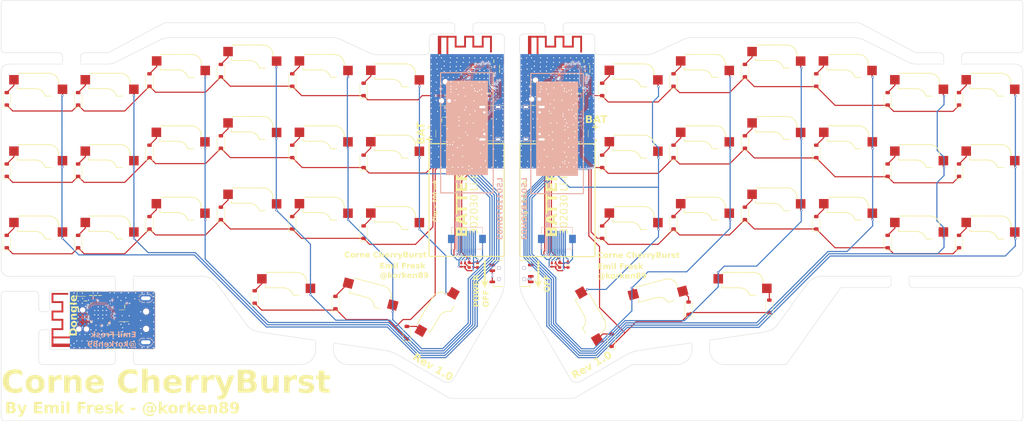
<source format=kicad_pcb>
(kicad_pcb (version 20221018) (generator pcbnew)
  (layers (0 "F.Cu" signal) (1 "In1.Cu" signal) (2 "In2.Cu" signal) (31 "B.Cu" signal) (34 "B.Paste" user) (35 "F.Paste" user) (36 "B.SilkS" user "B.Silkscreen") (37 "F.SilkS" user "F.Silkscreen") (38 "B.Mask" user) (39 "F.Mask" user) (44 "Edge.Cuts" user))
  (net 0 "")
  (net 1 "/Left Keyboard Controller/ANT4")
  (net 2 "GND")
  (net 3 "/Left Keyboard Controller/VBAT")
  (net 4 "/Left Keyboard Controller/VDD")
  (net 5 "/Left Keyboard Controller/DEC4_6")
  (net 6 "/Left Keyboard Controller/DECUSB")
  (net 7 "/Left Keyboard Controller/DEC1")
  (net 8 "/Left Keyboard Controller/DEC3")
  (net 9 "/Left Keyboard Controller/DEC5")
  (net 10 "/Left Keyboard Controller/XC2")
  (net 11 "/Left Keyboard Controller/XC1")
  (net 12 "/Left Keyboard Controller/VBAT_MEAS")
  (net 13 "/Left Keyboard Controller/ANT3")
  (net 14 "/Left Keyboard Controller/ANT2")
  (net 15 "/Left Keyboard Controller/ANT1")
  (net 16 "Net-(D301-A)")
  (net 17 "/Left Keyboard Controller/KIO0")
  (net 18 "Net-(D302-A)")
  (net 19 "/Left Keyboard Controller/KIO1")
  (net 20 "Net-(D303-A)")
  (net 21 "/Left Keyboard Controller/KIO2")
  (net 22 "Net-(D304-A)")
  (net 23 "Net-(D305-A)")
  (net 24 "Net-(D306-A)")
  (net 25 "Net-(D307-A)")
  (net 26 "Net-(D308-A)")
  (net 27 "Net-(D309-A)")
  (net 28 "Net-(D310-A)")
  (net 29 "Net-(D311-A)")
  (net 30 "Net-(D312-A)")
  (net 31 "Net-(D313-A)")
  (net 32 "/Left Keyboard Controller/KIO3")
  (net 33 "Net-(D314-A)")
  (net 34 "Net-(D315-A)")
  (net 35 "Net-(D316-A)")
  (net 36 "Net-(D317-A)")
  (net 37 "Net-(D318-A)")
  (net 38 "Net-(D319-A)")
  (net 39 "Net-(D320-A)")
  (net 40 "Net-(D321-A)")
  (net 41 "Net-(D401-A)")
  (net 42 "Net-(D402-A)")
  (net 44 "Net-(D403-A)")
  (net 45 "Net-(D404-A)")
  (net 47 "Net-(D405-A)")
  (net 48 "Net-(D406-A)")
  (net 50 "Net-(L201-Pad1)")
  (net 51 "Net-(D407-A)")
  (net 52 "Net-(U204-PROG)")
  (net 53 "Net-(D408-A)")
  (net 54 "Net-(D409-A)")
  (net 55 "Net-(D410-A)")
  (net 56 "Net-(D411-A)")
  (net 57 "Net-(D412-A)")
  (net 58 "Net-(D413-A)")
  (net 59 "Net-(D414-A)")
  (net 60 "Net-(D415-A)")
  (net 61 "/Left Keyboard Controller/LEFT")
  (net 65 "Net-(D416-A)")
  (net 66 "Net-(D417-A)")
  (net 67 "Net-(D418-A)")
  (net 68 "Net-(D419-A)")
  (net 69 "Net-(D420-A)")
  (net 70 "Net-(D421-A)")
  (net 71 "/Left Keyboard Controller/VIN_USB")
  (net 72 "/Left Keyboard Controller/CC1")
  (net 73 "/Left Keyboard Controller/P_D+")
  (net 74 "/Left Keyboard Controller/P_D-")
  (net 75 "/Left Keyboard Controller/CC2")
  (net 76 "/Left Keyboard Controller/SWDIO")
  (net 77 "/Left Keyboard Controller/SWDCLK")
  (net 78 "/Left Keyboard Controller/DCC")
  (net 79 "/Left Keyboard Controller/KIO4")
  (net 80 "/Left Keyboard Controller/KIO5")
  (net 81 "/Left Keyboard Controller/KIO6")
  (net 82 "/Left Keyboard Controller/KIO7")
  (net 83 "/Left Keyboard Controller/KIO8")
  (net 84 "/Left Keyboard Controller/KIO9")
  (net 85 "/Left Keyboard Controller/D-")
  (net 86 "/Left Keyboard Controller/D+")
  (net 87 "/Left Keyboard Controller/CHG_STAT")
  (net 88 "/Right Keyboard Controller/ANT4")
  (net 89 "/Right Keyboard Controller/DEC4_6")
  (net 90 "/Right Keyboard Controller/DECUSB")
  (net 91 "/Right Keyboard Controller/DEC1")
  (net 92 "/Right Keyboard Controller/DEC3")
  (net 93 "/Right Keyboard Controller/DEC5")
  (net 94 "/Right Keyboard Controller/VDD")
  (net 95 "/Right Keyboard Controller/ANT3")
  (net 96 "/Right Keyboard Controller/ANT2")
  (net 97 "/Right Keyboard Controller/ANT1")
  (net 98 "/Right Keyboard Controller/XC1")
  (net 99 "/Right Keyboard Controller/XC2")
  (net 100 "/Right Keyboard Controller/VBAT_MEAS")
  (net 101 "/Right Keyboard Controller/KIO0")
  (net 102 "/Right Keyboard Controller/KIO1")
  (net 103 "/Right Keyboard Controller/KIO2")
  (net 104 "/Right Keyboard Controller/KIO3")
  (net 105 "/Right Keyboard Controller/VIN_USB")
  (net 106 "/Right Keyboard Controller/SWDIO")
  (net 108 "/Right Keyboard Controller/SWDCLK")
  (net 110 "/Right Keyboard Controller/CC1")
  (net 111 "/Right Keyboard Controller/P_D+")
  (net 112 "/Right Keyboard Controller/P_D-")
  (net 114 "/Right Keyboard Controller/CC2")
  (net 116 "Net-(L501-Pad2)")
  (net 117 "/Right Keyboard Controller/DCC")
  (net 118 "Net-(U503-PROG)")
  (net 119 "/Right Keyboard Controller/KIO4")
  (net 120 "/Right Keyboard Controller/KIO5")
  (net 121 "/Right Keyboard Controller/KIO6")
  (net 122 "/Right Keyboard Controller/KIO7")
  (net 123 "/Right Keyboard Controller/KIO8")
  (net 124 "/Right Keyboard Controller/KIO9")
  (net 126 "/Right Keyboard Controller/D-")
  (net 127 "/Right Keyboard Controller/D+")
  (net 129 "/Right Keyboard Controller/CHG_STAT")
  (net 130 "/Right Keyboard Controller/LEFT")
  (net 131 "/USB Dongle/ANT4")
  (net 132 "/USB Dongle/DEC4_6")
  (net 133 "/USB Dongle/DECUSB")
  (net 134 "/USB Dongle/DEC1")
  (net 135 "/USB Dongle/DEC3")
  (net 136 "/USB Dongle/DEC5")
  (net 137 "/USB Dongle/VDD")
  (net 138 "/USB Dongle/ANT3")
  (net 139 "/USB Dongle/ANT2")
  (net 140 "/USB Dongle/ANT1")
  (net 141 "/USB Dongle/XC1")
  (net 142 "/USB Dongle/XC2")
  (net 143 "Net-(D601-A)")
  (net 144 "/USB Dongle/VIN_USB")
  (net 145 "/USB Dongle/SWDIO")
  (net 147 "/USB Dongle/SWDCLK")
  (net 149 "/USB Dongle/P_D+")
  (net 150 "/USB Dongle/P_D-")
  (net 151 "/Right Keyboard Controller/VBAT")
  (net 152 "/USB Dongle/LED")
  (net 158 "/USB Dongle/D-")
  (net 159 "/USB Dongle/D+")
  (net 171 "/USB Dongle/BUTTON")
  (net 172 "/Left Keyboard Controller/VUSB")
  (net 173 "/Right Keyboard Controller/VUSB")
  (net 175 "/USB Dongle/VUSB")
  (net 176 "/Left Keyboard Controller/VDDA")
  (net 177 "/Left Keyboard Controller/DISP")
  (net 178 "/Right Keyboard Controller/VDDA")
  (net 179 "/Right Keyboard Controller/DISP")
  (net 180 "/Left Keyboard Controller/VSSA")
  (net 181 "/Right Keyboard Controller/VSSA")
  (net 182 "/Left Keyboard Controller/SCLK")
  (net 183 "/Left Keyboard Controller/DATA_IN")
  (net 184 "/Left Keyboard Controller/CS")
  (net 185 "/Right Keyboard Controller/SCLK")
  (net 186 "/Right Keyboard Controller/DATA_IN")
  (net 187 "/Right Keyboard Controller/CS")
  (net 190 "/Left Keyboard Controller/POWER_EN")
  (net 191 "/Right Keyboard Controller/POWER_EN")
  (net 193 "unconnected-(SW102-A-Pad1)")
  (footprint "MountingHole:MountingHole_4.3mm_M4" (layer "F.Cu") (at 190.282 71.2355)
    (fp_text reference "H504" hide)
    (fp_text value "MountingHole" hide)
  )
  (footprint "passive:R_0603" (layer "F.Cu") (at 161.7 109.5 -90)
    (fp_text reference "FB502" hide)
    (fp_text value "FerriteBead_Small" hide)
  )
  (footprint "passive:C_0603" (layer "F.Cu") (at 135.15 65 180)
    (fp_text reference "C225" hide)
    (fp_text value "4.7u" hide)
  )
  (footprint "connectors:Kailh MX hotswap socket" (layer "F.Cu") (at 209.75 118.25)
    (fp_text reference "SW419" hide)
    (fp_text value "SW_Push" hide)
  )
  (footprint "Connector:Tag-Connect_TC2030-IDC-NL_2x03_P1.27mm_Vertical" (layer "F.Cu") (at 131.25 63.25 -90)
    (fp_text reference "J202" hide)
    (fp_text value "tag-connect-swd" hide)
  )
  (footprint "usb:USB_A_1001-011-01101" (layer "F.Cu") (at 49.5 124.2 90)
    (fp_text reference "J602" hide)
    (fp_text value "USB_A" hide)
  )
  (footprint "passive:C_0402" (layer "F.Cu") (at 136.45 60.45 180)
    (fp_text reference "C212" hide)
    (fp_text value "100p" hide)
  )
  (footprint "connectors:Kailh MX hotswap socket 1.5u" (layer "F.Cu") (at 132.05 124.45 60)
    (fp_text reference "SW321" hide)
    (fp_text value "SW_Push" hide)
  )
  (footprint "passive:C_0402" (layer "F.Cu") (at 163.85 55.05 90)
    (fp_text reference "C507" hide)
    (fp_text value "100n" hide)
  )
  (footprint "connectors:Kailh MX hotswap socket" (layer "F.Cu") (at 60.17 79.25)
    (fp_text reference "SW309" hide)
    (fp_text value "SW_Push" hide)
  )
  (footprint "passive:R_0402" (layer "F.Cu") (at 158.2 66 180)
    (fp_text reference "R505" hide)
    (fp_text value "5.1k" hide)
  )
  (footprint "passive:C_0603" (layer "F.Cu") (at 169.7 57.9)
    (fp_text reference "C511" hide)
    (fp_text value "4.7u" hide)
  )
  (footprint "passive:C_0402" (layer "F.Cu") (at 144.1 63.5 -90)
    (fp_text reference "C209" hide)
    (fp_text value "1u" hide)
  )
  (footprint "Diode_SMD:D_SOD-123" (layer "F.Cu") (at 175.5 129.5 90)
    (fp_text reference "D421" hide)
    (fp_text value "BAT43W" hide)
  )
  (footprint "kbd:Breakaway_Tabs" (layer "F.Cu") (at 31.725 55.8)
    (fp_text reference "J5" hide)
    (fp_text value "Breakaway_Tabs" hide)
  )
  (footprint "passive:C_0402" (layer "F.Cu") (at 158.9 62.25 -90)
    (fp_text reference "C517" hide)
    (fp_text value "16p" hide)
  )
  (footprint "connectors:Kailh MX hotswap socket" (layer "F.Cu") (at 79.25 57.75)
    (fp_text reference "SW304" hide)
    (fp_text value "SW_Push" hide)
  )
  (footprint "passive:C_0402" (layer "F.Cu") (at 139.85 55.05 90)
    (fp_text reference "C205" hide)
    (fp_text value "100n" hide)
  )
  (footprint "passive:C_0402" (layer "F.Cu") (at 43.7 120.7)
    (fp_text reference "C601" hide)
    (fp_text value "1u" hide)
  )
  (footprint "Package_TO_SOT_SMD:SOT-23-6" (layer "F.Cu") (at 45.15 123 180)
    (fp_text reference "U602" hide)
    (fp_text value "USBLC6-2SC6" hide)
  )
  (footprint "passive:C_0402" (layer "F.Cu") (at 160.4 63.85 180)
    (fp_text reference "C518" hide)
    (fp_text value "16p" hide)
  )
  (footprint "connectors:Kailh MX hotswap socket" (layer "F.Cu") (at 79.25 76.75)
    (fp_text reference "SW310" hide)
    (fp_text value "SW_Push" hide)
  )
  (footprint "passive:R_0603" (layer "F.Cu") (at 167 63.85 90)
    (fp_text reference "L502" hide)
    (fp_text value "10u" hide)
  )
  (footprint "connectors:Kailh MX hotswap socket" (layer "F.Cu") (at 256.75 65.25)
    (fp_text reference "SW402" hide)
    (fp_text value "SW_Push" hide)
  )
  (footprint "passive:C_0402" (layer "F.Cu") (at 35.25 123.35 180)
    (fp_text reference "C607" hide)
    (fp_text value "100n" hide)
  )
  (footprint "passive:C_0402" (layer "F.Cu") (at 141.6 63.45 90)
    (fp_text reference "C204" hide)
    (fp_text value "1u" hide)
  )
  (footprint "passive:C_0402" (layer "F.Cu") (at 39.3 126.35)
    (fp_text reference "C616" hide)
    (fp_text value "1p" hide)
  )
  (footprint "passive:C_0603" (layer "F.Cu") (at 145.7 56.7)
    (fp_text reference "C207" hide)
    (fp_text value "4.7u" hide)
  )
  (footprint "Diode_SMD:D_SOD-123" (layer "F.Cu") (at 33.5 103.25 90)
    (fp_text reference "D314" hide)
    (fp_text value "BAT43W" hide)
  )
  (footprint "passive:R_0402" (layer "F.Cu") (at 144.1 65.3 -90)
    (fp_text reference "R204" hide)
    (fp_text value "5.1k" hide)
  )
  (footprint "passive:C_0402" (layer "F.Cu") (at 136.45 56.6 180)
    (fp_text reference "C214" hide)
    (fp_text value "820p" hide)
  )
  (footprint "Diode_SMD:D_SOD-123" (layer "F.Cu") (at 268 65.25 90)
    (fp_text reference "D401" hide)
    (fp_text value "BAT43W" hide)
  )
  (footprint "connectors:Kailh MX hotswap socket" (layer "F.Cu") (at 199.75 98.25)
    (fp_text reference "SW417" hide)
    (fp_text value "SW_Push" hide)
  )
  (footprint "Connector:Tag-Connect_TC2030-IDC-NL_2x03_P1.27mm_Vertical" (layer "F.Cu") (at 155.25 62.8 -90)
    (fp_text reference "J501" hide)
    (fp_text value "tag-connect-swd" hide)
  )
  (footprint "Package_TO_SOT_SMD:SOT-23-5" (layer "F.Cu") (at 136.75 67.25)
    (fp_text reference "U203" hide)
    (fp_text value "TPS70630DBVR" hide)
  )
  (footprint "Package_TO_SOT_SMD:SOT-23-6" (layer "F.Cu") (at 161.25 71.75)
    (fp_text reference "U502" hide)
    (fp_text value "USBLC6-2SC6" hide)
  )
  (footprint "connectors:Kailh MX hotswap socket" (layer "F.Cu") (at 88.25 118.25)
    (fp_text reference "SW319" hide)
    (fp_text value "SW_Push" hide)
  )
  (footprint "passive:C_0402" (layer "F.Cu") (at 40.65 126.75 -90)
    (fp_text reference "C605" hide)
    (fp_text value "100p" hide)
  )
  (footprint "Diode_SMD:D_SOD-123" (layer "F.Cu") (at 71.5 76.75 90)
    (fp_text reference "D310" hide)
    (fp_text value "BAT43W" hide)
  )
  (footprint "passive:C_0402" (layer "F.Cu") (at 32.497329 129.220349 -90)
    (fp_text reference "C613" hide)
    (fp_text value "~" hide)
  )
  (footprint "connectors:Kailh MX hotswap socket" (layer "F.Cu") (at 275.75 84.25)
    (fp_text reference "SW407" hide)
    (fp_text value "SW_Push" hide)
  )
  (footprint "Connector_JST:JST_SH_SM02B-SRSS-TB_1x02-1MP_P1.00mm_Horizontal" (layer "F.Cu") (at 166.6 74.5 90)
    (fp_text reference "J504" hide)
    (fp_text value "Conn_01x02_MountingPin" hide)
  )
  (footprint "connectors:Kailh MX hotswap socket" (layer "F.Cu") (at 199.75 79.25)
    (fp_text reference "SW411" hide)
    (fp_text value "SW_Push" hide)
  )
  (footprint "kbd:Breakaway_Tabs" (layer "F.Cu") (at 45.7875 132.2)
    (fp_text reference "J5" hide)
    (fp_text value "Breakaway_Tabs" hide)
  )
  (footprint "connectors:Kailh MX hotswap socket" (layer "F.Cu") (at 117.25 62.75)
    (fp_text reference "SW306" hide)
    (fp_text value "SW_Push" hide)
  )
  (footprint "Package_TO_SOT_SMD:SOT-23-5" (layer "F.Cu") (at 131.3125 68.6)
    (fp_text reference "U204" hide)
    (fp_text value "MCP73832-2-OT" hide)
  )
  (footprint "Diode_SMD:D_SOD-123" (layer "F.Cu") (at 230 60.25 90)
    (fp_text reference "D403" hide)
    (fp_text value "BAT43W" hide)
  )
  (footprint "Diode_SMD:D_SOD-123" (layer "F.Cu") (at 249 103.25 90)
    (fp_text reference "D414" hide)
    (fp_text value "BAT43W" hide)
  )
  (footprint "Diode_SMD:D_SOD-123" (layer "F.Cu") (at 173 81.9 90)
    (fp_text reference "D412" hide)
    (fp_text value "BAT43W" hide)
  )
  (footprint "connectors:Kailh MX hotswap socket" (layer "F.Cu") (at 180.75 62.75)
    (fp_text reference "SW406" hide)
    (fp_text value "SW_Push" hide)
  )
  (footprint "connectors:Kailh MX hotswap socket" (layer "F.Cu") (at 109.75 120.75 -15)
    (fp_text reference "SW320" hide)
    (fp_text value "SW_Push" hide)
  )
  (footprint "kbd:Breakaway_Tabs" (layer "F.Cu") (at 45.7875 116.2)
    (fp_text reference "J5" hide)
    (fp_text value "Breakaway_Tabs" hide)
  )
  (footprint "passive:R_0402" (layer "F.Cu") (at 163.4 64.05)
    (fp_text reference "R503" hide)
    (fp_text value "1M" hide)
  )
  (footprint "passive:C_0402" (layer "F.Cu") (at 136.4 63.85 180)
    (fp_text reference "C215" hide)
    (fp_text value "16p" hide)
  )
  (footprint "connectors:Kailh MX hotswap socket" (layer "F.Cu") (at 237.83 79.25)
    (fp_text reference "SW409" hide)
    (fp_text value "SW_Push" hide)
  )
  (footprint "connectors:Kailh MX hotswap socket" (layer "F.Cu") (at 98.25 98.25)
    (fp_text reference "SW317" hide)
    (fp_text value "SW_Push" hide)
  )
  (footprint "passive:C_0402" (layer "F.Cu") (at 43.7 119.75)
    (fp_text reference "C602" hide)
    (fp_text value "100n" hide)
  )
  (footprint "connectors:Kailh MX hotswap socket" (layer "F.Cu") (at 218.75 57.75)
    (fp_text reference "SW404" hide)
    (fp_text value "SW_Push" hide)
  )
  (footprint "passive:R_0603" (layer "F.Cu") (at 139.8 109.5 90)
    (fp_text reference "FB203" hide)
    (fp_text value "FerriteBead_Small" hide)
  )
  (footprint "passive:C_0402" (layer "F.Cu") (at 43.75 125.1)
    (fp_text reference "C608" hide)
    (fp_text value "100n" hide)
  )
  (footprint "passive:C_0603" (layer "F.Cu") (at 169.7 56.7)
    (fp_text reference "C512" hide)
    (fp_text value "4.7u" hide)
  )
  (footprint "Diode_SMD:D_SOD-123" (layer "F.Cu") (at 196 121 90)
    (fp_text reference "D420" hide)
    (fp_text value "BAT43W" hide)
  )
  (footprint "passive:C_0402" (layer "F.Cu") (at 159.6 109.5 -90)
    (fp_text reference "C524" hide)
    (fp_text value "560p" hide)
  )
  (footprint "connectors:Kailh MX hotswap socket" (layer "F.Cu") (at 199.75 60.25)
    (fp_text reference "SW405" hide)
    (fp_text value "SW_Push" hide)
  )
  (footprint "Diode_SMD:D_SOD-123" (layer "F.Cu") (at 249 84.25 90)
    (fp_text reference "D408" hide)
    (fp_text value "BAT43W" hide)
  )
  (footprint "passive:R_0402" (layer "F.Cu") (at 131.8 55.9 -90)
    (fp_text reference "L203" hide)
    (fp_text value "~" hide)
  )
  (footprint "passive:R_0402" (layer "F.Cu") (at 139.4 64.05)
    (fp_text reference "R202" hide)
    (fp_text value "1M" hide)
  )
  (footprint "passive:R_0402" (layer "F.Cu") (at 145.1 65.3 -90)
    (fp_text reference "R203" hide)
    (fp_text value "5.1k" hide)
  )
  (footprint "passive:R_0402" (layer "F.Cu") (at 135.5 58.65)
    (fp_text reference "L204" hide)
    (fp_text value "4.7n" hide)
  )
  (footprint "kbd:Breakaway_Tabs" (layer "F.Cu") (at 252.3 112.7)
    (fp_text reference "J5" hide)
    (fp_text value "Breakaway_Tabs" hide)
  )
  (footprint "connectors:Kailh MX hotswap socket 1.5u" (layer "F.Cu") (at 165.95 124.45 -60)
    (fp_text reference "SW421" hide)
    (fp_text value "SW_Push" hide)
  )
  (footprint "Package_TO_SOT_SMD:SOT-23-6" (layer "F.Cu") (at 136.75 71.75 180)
    (fp_text reference "U202" hide)
    (fp_text value "USBLC6-2SC6" hide)
  )
  (footprint "Diode_SMD:D_SOD-123" (layer "F.Cu") (at 109.5 62.75 90)
    (fp_text reference "D306" hide)
    (fp_text value "BAT43W" hide)
  )
  (footprint "connectors:Kailh MX hotswap socket" (layer "F.Cu") (at 41.25 84.25)
    (fp_text reference "SW308" hide)
    (fp_text value "SW_Push" hide)
  )
  (footprint "connectors:Kailh MX hotswap socket" (layer "F.Cu") (at 41.25 65.25)
    (fp_text reference "SW302" hide)
    (fp_text value "SW_Push" hide)
  )
  (footprint "passive:C_0402" (layer "F.Cu") (at 160.45 57.45 180)
    (fp_text reference "C506" hide)
    (fp_text value "820p" hide)
  )
  (footprint "passive:C_0603" (layer "F.Cu") (at 38.1 117.6 90)
    (fp_text reference "C611" hide)
    (fp_text value "4.7u" hide)
  )
  (footprint "passive:R_0402" (layer "F.Cu") (at 139.4 64.95 180)
    (fp_text reference "R201" hide)
    (fp_text value "1M" hide)
  )
  (footprint "connectors:Kailh MX hotswap socket" (layer "F.Cu") (at 98.25 79.25)
    (fp_text reference "SW311" hide)
    (fp_text value "SW_Push" hide)
  )
  (footprint "MountingHole:MountingHole_4.3mm_M4" (layer "F.Cu") (at 121.473 118.605)
    (fp_text reference "H205" hide)
    (fp_text value "MountingHole" hide)
  )
  (footprint "connectors:Kailh MX hotswap socket" (layer "F.Cu") (at 188.25 120.75 15)
    (fp_text reference "SW420" hide)
    (fp_text value "SW_Push" hide)
  )
  (footprint "passive:C_0402" (layer "F.Cu") (at 161.95 63.55 -90)
    (fp_text reference "C508" hide)
    (fp_text value "100n" hide)
  )
  (footprint "connectors:Kailh MX hotswap socket" (layer "F.Cu") (at 41.25 103.25)
    (fp_text reference "SW314" hide)
    (fp_text value "SW_Push" hide)
  )
  (footprint "passive:R_0402" (layer "F.Cu") (at 133.9 66.7 -90)
    (fp_text reference "R206" hide)
    (fp_text value "5.1k" hide)
  )
  (footprint "MountingHole:MountingHole_4.3mm_M4" (layer "F.Cu") (at 31.75 74.75)
    (fp_text reference "H202" hide)
    (fp_text value "MountingHole" hide)
  )
  (footprint "connectors:Kailh MX hotswap socket" (layer "F.Cu") (at 22.25 84.25)
    (fp_text reference "SW307" hide)
    (fp_text value "SW_Push" hide)
  )
  (footprint "Package_DFN_QFN:QFN-40-1EP_5x5mm_P0.4mm_EP3.6x3.6mm" (layer "F.Cu") (at 39.45 122.2 -90)
    (fp_text reference "U601" hide)
    (fp_text value "nRF52833-QDxx" hide)
  )
  (footprint "Diode_SMD:D_SOD-123" (layer "F.Cu") (at 173 100.75 90)
    (fp_text reference "D418" hide)
    (fp_text value "BAT43W" hide)
  )
  (footprint "passive:C_0402" (layer "F.Cu") (at 136.5 109.5 90)
    (fp_text reference "C217" hide)
    (fp_text value "1u" hide)
  )
  (footprint "crystals:Crystal_4Pin_2.0x1.6mm" (layer "F.Cu") (at 160.4 62.15 90)
    (fp_text reference "Y501" hide)
    (fp_text value "32 MHz" hide)
  )
  (footprint "passive:R_0402" (layer "F.Cu") (at 136.45 57.6)
    (fp_text reference "R101" hide)
    (fp_text value "1k" hide)
  )
  (footprint "Diode_SMD:D_SOD-123" (layer "F.Cu") (at 52.5 98.25 90)
    (fp_text reference "D315" hide)
    (fp_text value "BAT43W" hide)
  )
  (footprint "passive:C_0402" (layer "F.Cu") (at 168.1 63.5 -90)
    (fp_text reference "C509" hide)
    (fp_text value "1u" hide)
  )
  (footprint "connectors:Kailh MX hotswap socket" (layer "F.Cu") (at 218.75 95.75)
    (fp_text reference "SW416" hide)
    (fp_text value "SW_Push" hide)
  )
  (footprint "passive:C_0402" (layer "F.Cu") (at 155.35 54.55 180)
    (fp_text reference "C513" hide)
    (fp_text value "~" hide)
  )
  (footprint "Diode_SMD:D_SOD-123" (layer "F.Cu") (at 90.5 60.25 90)
    (fp_text reference "D305" hide)
    (fp_text value "BAT43W" hide)
  )
  (footprint "passive:R_0603" (layer "F.Cu") (at 143 63.85 90)
    (fp_text reference "L201" hide)
    (fp_text value "10u" hide)
  )
  (footprint "connectors:Kailh MX hotswap socket" (layer "F.Cu") (at 237.75 60.25)
    (fp_text reference "SW403" hide)
    (fp_text value "SW_Push" hide)
  )
  (footprint "passive:C_0402" (layer "F.Cu") (at 37.9 129.2 -90)
    (fp_text reference "C615" hide)
    (fp_text value "1.2p" hide)
  )
  (footprint "passive:C_0603" (layer "F.Cu") (at 145.7 57.9)
    (fp_text reference "C206" hide)
    (fp_text value "4.7u" hide)
  )
  (footprint "passive:C_0402" (layer "F.Cu") (at 165.6 63.45 90)
    (fp_text reference "C501" hide)
    (fp_text value "1u" hide)
  )
  (footprint "Diode_SMD:D_SOD-123" (layer "F.Cu") (at 268 84.25 90)
    (fp_text reference "D407" hide)
    (fp_text value "BAT43W" hide)
  )
  (footprint "passive:C_0603" (layer "F.Cu") (at 164.75 66.9 90)
    (fp_text reference "C520" hide)
    (fp_text value "4.7u" hide)
  )
  (footprint "connectors:Kailh MX hotswap socket" (layer "F.Cu") (at 180.75 81.75)
    (fp_text reference "SW412" hide)
    (fp_text value "SW_Push" hide)
  )
  (footprint "Diode_SMD:D_SOD-123" (layer "F.Cu") (at 192 79.25 90)
    (fp_text reference "D411" hide)
    (fp_text value "BAT43W" hide)
  )
  (footprint "connectors:Kailh MX hotswap socket" (layer "F.Cu") (at 256.75 103.25)
    (fp_text reference "SW414" hide)
    (fp_text value "SW_Push" hide)
  )
  (footprint "passive:R_0603" (layer "F.Cu") (at 163.45 66.9 90)
    (fp_text reference "FB501" hide)
    (fp_text value "FerriteBead_Small" hide)
  )
  (footprint "Package_TO_SOT_SMD:SOT-23-5" (layer "F.Cu") (at 165.75 69.85 180)
    (fp_text reference "U503" hide)
    (fp_text value "MCP73832-2-OT" hide)
  )
  (footprint "connectors:Kailh MX hotswap socket" (layer "F.Cu") (at 60.17 98.25)
    (fp_text reference "SW315" hide)
    (fp_text value "SW_Push" hide)
  )
  (footprint "RF_Antenna:Texas_SWRA117D_2.4GHz_Right" (layer "F.Cu") (at 131.8 53.625)
    (fp_text reference "Ant101" hide)
    (fp_text value "antenna" hide)
  )
  (footprint "connectors:SSSS810701" (layer "F.Cu") (at 145.5 111.75 90)
    (fp_text reference "SW101" hide)
    (fp_text value "SW_SPDT" hide)
  )
  (footprint "Diode_SMD:D_SOD-123" (layer "F.Cu") (at 52.5 79.25 90)
    (fp_text reference "D309" hide)
    (fp_text value "BAT43W" hide)
  )
  (footprint "passive:R_0402" (layer "F.Cu") (at 36.55 128.75)
    (fp_text reference "L604" hide)
    (fp_text value "2.2n" hide)
  )
  (footprint "passive:C_0603" (layer "F.Cu") (at 159.4 64.9 180)
    (fp_text reference "C525" hide)
    (fp_text value "4.7u" hide)
  )
  (footprint "passive:R_0402" (layer "F.Cu") (at 132.8 58.65)
    (fp_text reference "L205" hide)
    (fp_text value "2.2n" hide)
  )
  (footprint "passive:C_0402" (layer "F.Cu") (at 169.05 62.6 -90)
    (fp_text reference "C504" hide)
    (fp_text value "100n" hide)
  )
  (footprint "connectors:Kailh MX hotswap socket" (layer "F.Cu") (at 256.75 84.25)
    (fp_text reference "SW408" hide)
    (fp_text value "SW_Push" hide)
  )
  (footprint "Diode_SMD:D_SOD-123" (layer "F.Cu") (at 268 103.25 90)
    (fp_text reference "D413" hide)
    (fp_text value "BAT43W" hide)
  )
  (footprint "connectors:Kailh MX hotswap socket" (layer "F.Cu") (at 79.25 95.75)
    (fp_text reference "SW316" hide)
    (fp_text value "SW_Push" hide)
  )
  (footprint "Diode_SMD:D_SOD-123" (layer "F.Cu") (at 14.5 103.25 90)
    (fp_text reference "D313" hide)
    (fp_text value "BAT43W" hide)
  )
  (footprint "Diode_SMD:D_0603_1608Metric" (layer "F.Cu") (at 34.7 117.1)
    (fp_text reference "D601" hide)
    (fp_text value "RED" hide)
  )
  (footprint "Diode_SMD:D_SOD-123" (layer "F.Cu") (at 192 98.25 90)
    (fp_text reference "D417" hide)
    (fp_text value "BAT43W" hide)
  )
  (footprint "kbd:Breakaway_Tabs" (layer "F.Cu") (at 160.2 47.8)
    (fp_text reference "J5" hide)
    (fp_text value "Breakaway_Tabs" hide)
  )
  (footprint "Diode_SMD:D_SOD-123" (layer "F.Cu") (at 90.5 79.25 90)
    (fp_text reference "D311" hide)
    (fp_text value "BAT43W" hide)
  )
  (footprint "passive:C_0402" (layer "F.Cu") (at 136.85 59.1 -90)
    (fp_text reference "C223" hide)
    (fp_text value "1p" hide)
  )
  (footprint "MountingHole:MountingHole_4.3mm_M4" (layer "F.Cu") (at 107.718 71.2355)
    (fp_text reference "H204" hide)
    (fp_text value "MountingHole" hide)
  )
  (footprint "Diode_SMD:D_SOD-123" (layer "F.Cu") (at 33.5 84.25 90)
    (fp_text reference "D308" hide)
    (fp_text value "BAT43W" hide)
  )
  (footprint "connectors:USB_C_Receptacle_USB4105" (layer "F.Cu") (at 154.35 71.75 -90)
    (fp_text reference "J502" hide)
    (fp_text value "USB_C_Receptacle_USB2.0" hide)
  )
  (footprint "Diode_SMD:D_SOD-123" (layer "F.Cu") (at 173 62.75 90)
    (fp_text reference "D406" hide)
    (fp_text value "BAT43W" hide)
  )
  (footprint "passive:R_0603" (layer "F.Cu") (at 133.5 71 180)
    (fp_text reference "FB201" hide)
    (fp_text value "FerriteBead_Small" hide)
  )
  (footprint "Diode_SMD:D_SOD-123" (layer "F.Cu") (at 90.5 98.25 90)
    (fp_text reference "D317" hide)
    (fp_text value "BAT43W" hide)
  )
  (footprint "kbd:Breakaway_Tabs" (layer "F.Cu") (at 136.2 47.8)
    (fp_text reference "J5" hide)
    (fp_text value "Breakaway_Tabs" hide)
  )
  (footprint "passive:R_0402" (layer "F.Cu") (at 163.4 64.95 180)
    (fp_text reference "R502" hide)
    (fp_text value "1M" hide)
  )
  (footprint "passive:C_0603" (layer "F.Cu") (at 39.3 117.6 90)
    (fp_text reference "C610" hide)
    (fp_text value "4.7u" hide)
  )
  (footprint "passive:C_0402" (layer "F.Cu") (at 155.35 57.25 180)
    (fp_text reference "C514" hide)
    (fp_text value "~" hide)
  )
  (footprint "Diode_SMD:D_SOD-123" (layer "F.Cu") (at 102 119.5 90)
    (fp_text reference "D320" hide)
    (fp_text value "BAT43W" hide)
  )
  (footprint "passive:C_0402" (layer "F.Cu") (at 44.2 126.2)
    (fp_text reference "C618" hide)
    (fp_text value "16p" hide)
  )
  (footprint "passive:C_0603" (layer "F.Cu") (at 168.15 55.25)
    (fp_text reference "C503" hide)
    (fp_text value "4.7u" hide)
  )
  (footprint "passive:C_0402" (layer "F.Cu") (at 158.15 59.1 -90)
    (fp_text reference "C515" hide)
    (fp_text value "1.2p" hide)
  )
  (footprint "connectors:Kailh MX hotswap socket" (layer "F.Cu") (at 22.25 65.25)
    (fp_text reference "SW301" hide)
    (fp_text value "SW_Push" hide)
  )
  (footprint "kbd:Breakaway_Tabs" (layer "F.Cu") (at 45.7875 112.7)
    (fp_text reference "J5" hide)
    (fp_text value "Breakaway_Tabs" hide)
  )
  (footprint "Diode_SMD:D_SOD-123" (layer "F.Cu") (at 14.5 84.25 90)
    (fp_text reference "D307" hide)
    (fp_text value "BAT43W" hide)
  )
  (footprint "connectors:Kailh MX hotswap socket" (layer "F.Cu") (at 22.25 103.25)
    (fp_text reference "SW313" hide)
    (fp_text value "SW_Push" hide)
  )
  (footprint "passive:C_0603" (layer "F.Cu") (at 166.5 67.5 180)
    (fp_text reference "C521" hide)
    (fp_text value "4.7u" hide)
  )
  (footprint "connectors:Kailh MX hotswap socket" (layer "F.Cu") (at 218.75 76.75)
    (fp_text reference "SW410" hide)
    (fp_text value "SW_Push" hide)
  )
  (footprint "passive:R_0402" (layer "F.Cu") (at 155.8 55.9 -90)
    (fp_text reference "L503" hide)
    (fp_text value "~" hide)
  )
  (footprint "connectors:SSSS810701" (layer "F.Cu") (at 152.25 111.75 -90)
    (fp_text reference "SW102" hide)
    (fp_text value "SW_SPDT" hide)
  )
  (footprint "passive:R_0402" (layer "F.Cu") (at 142.7 65.55)
    (fp_text reference "L202" hide)
    (fp_text value "47n" hide)
  )
  (footprint "passive:C_0402" (layer "F.Cu") (at 44.2 127.2)
    (fp_text reference "C617" hide)
    (fp_text value "16p" hide)
  )
  (footprint "passive:R_0402" (layer "F.Cu") (at 156.8 58.65)
    (fp_text reference "L504" hide)
    (fp_text value "2.2n" hide)
  )
  (footprint "RF_Antenna:Texas_SWRA117D_2.4GHz_Right" (layer "F.Cu") (at 155.8 53.625)
    (fp_text reference "Ant102" hide)
    (fp_text value "antenna" hide)
  )
  (footprint "passive:C_0603" (layer "F.Cu") (at 36.9 117.6 90)
    (fp_text reference "C612" hide)
    (fp_text value "4.7u" hide)
  )
  (footprint "MountingHole:MountingHole_4.3mm_M4" (layer "F.Cu") (at 223.093 110.9905)
    (fp_text reference "H503" hide)
    (fp_text value "MountingHole" hide)
  )
  (footprint "MountingHole:MountingHole_4.3mm_M4" (layer "F.Cu") (at 176.527 118.605)
    (fp_text reference "H505" hide)
    (fp_text value "MountingHole" hide)
  )
  (footprint "Diode_SMD:D_SOD-123" (layer "F.Cu") (at 109.5 100.75 90)
    (fp_text reference "D318" hide)
    (fp_text value "BAT43W" hide)
  )
  (footprint "Button_Switch_SMD:SW_SPST_EVQP2" (layer "F.Cu") (at 43.525 129.95)
    (fp_text reference "SW601" hide)
    (fp_text value "SW_Push" hide)
  )
  (footprint "passive:C_0402" (layer "F.Cu") (at 160.45 60.45 180)
    (fp_text reference "C505" hide)
    (fp_text value "100p" hide)
  )
  (footprint "Diode_SMD:D_SOD-123" (layer "F.Cu") (at 211 76.75 90)
    (fp_text reference "D410" hide)
    (fp_text value "BAT43W" hide)
  )
  (footprint "MountingHole:MountingHole_4.3mm_M4" (layer "F.Cu") (at 266.25 93.75)
    (fp_text reference "H501" hide)
    (fp_text value "MountingHole" hide)
  )
  (footprint "passive:R_0402" (layer "F.Cu") (at 157.7 64.5 -90)
    (fp_text reference "R504" hide)
    (fp_text value "5.1k" hide)
  )
  (footprint "Diode_SMD:D_SOD-123" (layer "F.Cu") (at 52.5 60.25 90)
    (fp_text reference "D303" hide)
    (fp_text value "BAT43W" hide)
  )
  (footprint "Diode_SMD:D_SOD-123" (layer "F.Cu") (at 80.5 118 90)
    (fp_text reference "D319" hide)
    (fp_text value "BAT43W" hide)
  )
  (footprint "passive:R_0402" (layer "F.Cu") (at 159.5 58.65)
    (fp_text reference "L505" hide)
    (fp_text value "4.7n" hide)
  )
  (footprint "connectors:Kailh MX hotswap socket" (layer "F.Cu") (at 117.25 81.75)
    (fp_text reference "SW312" hide)
    (fp_text value "SW_Push" hide)
  )
  (footprint "passive:R_0402" (layer "F.Cu") (at 33.847329 128.770349)
    (fp_text reference "L603" hide)
    (fp_text value "~" hide)
  )
  (footprint "passive:R_0402" (layer "F.Cu") (at 163.3 69.2 -90)
    (fp_text reference "R506" hide)
    (fp_text value "5.1k" hide)
  )
  (footprint "Connector_JST:JST_SH_SM02B-SRSS-TB_1x02-1MP_P1.00mm_Horizontal" (layer "F.Cu") (at 131.4 74.5 -90)
    (fp_text reference "J204" hide)
    (fp_text value "Conn_01x02_MountingPin" hide)
  )
  (footprint "passive:R_0402" (layer "F.Cu") (at 40.4 117.55 -90)
    (fp_text reference "R601" hide)
    (fp_text value "1k" hide)
  )
  (footprint "passive:R_0603" (layer "F.Cu") (at 163.9 109.5 90)
    (fp_text reference "FB503" hide)
    (fp_text value "FerriteBead_Small" hide)
  )
  (footprint "connectors:Kailh MX hotswap socket" (layer "F.Cu") (at 117.25 100.75)
    (fp_text reference "SW318" hide)
    (fp_text value "SW_Push" hide)
  )
  (footprint "passive:C_0402" (layer "F.Cu") (at 145.05 62.5 -90)
    (fp_text reference "C211" hide)
    (fp_text value "100n" hide)
  )
  (footprint "connectors:Kailh MX hotswap socket" (layer "F.Cu") (at 98.25 60.25)
    (fp_text reference "SW305" hide)
    (fp_text value "SW_Push" hide)
  )
  (footprint "Diode_SMD:D_SOD-123" (layer "F.Cu") (at 211 95.75 90)
    (fp_text reference "D416" hide)
    (fp_text value "BAT43W" hide)
  )
  (footprint "passive:R_0402" (layer "F.Cu") (at 166.7 65.55)
    (fp_text reference "L501" hide)
    (fp_text value "47n" hide)
  )
  (footprint "connectors:Kailh MX hotswap socket" (layer "F.Cu") (at 237.83 98.25)
    (fp_text reference "SW415" hide)
    (fp_text value "SW_Push" hide)
  )
  (footprint "passive:C_0402" (layer "F.Cu") (at 161.6 64.95 180)
    (fp_text reference "C519" hide)
    (fp_text value "100n" hide)
  )
  (footprint "connectors:Kailh MX hotswap socket" (layer "F.Cu") (at 180.75 100.75)
    (fp_text reference "SW418" hide)
    (fp_text value "SW_Push" hide)
  )
  (footprint "MountingHole:MountingHole_4.3mm_M4" (layer "F.Cu") (at 266.25 74.75)
    (fp_text reference "H502" hide)
    (fp_text value "MountingHole" hide)
  )
  (footprint "crystals:Crystal_4Pin_2.0x1.6mm" (layer "F.Cu") (at 42.35 126.65 -90)
    (fp_text reference "Y601" hide)
    (fp_text value "32 MHz" hide)
  )
  (footprint "Package_TO_SOT_SMD:SOT-23-5" (layer "F.Cu") (at 160.9 67.8 90)
    (fp_text reference "U504" hide)
    (fp_text value "TPS70630DBVR" hide)
  )
  (footprint "passive:C_0603" (layer "F.Cu") (at 130.3 71 180)
    (fp_text reference "C202" hide)
    (fp_text value "4.7u" hide)
  )
  (footprint "Package_DFN_QFN:QFN-40-1EP_5x5mm_P0.4mm_EP3.6x3.6mm" (layer "F.Cu") (at 165 59.25 180)
    (fp_text reference "U501" hide)
    (fp_text value "nRF52833-QDxx" hide)
  )
  (footprint "kbd:Breakaway_Tabs" (layer "F.Cu") (at 25.8 124.325 90)
    (fp_text reference "J5" hide)
    (fp_text value "Breakaway_Tabs" hide)
  )
  (footprint "Diode_SMD:D_SOD-123" (layer "F.Cu") (at 33.5 65.25 90)
    (fp_text reference "D302" hide)
    (fp_text value "BAT43W" hide)
  )
  (footprint "Diode_SMD:D_SOD-123" (layer "F.Cu") (at 217.5 120.5 90)
    (fp_text reference "D419" hide)
    (fp_text value "BAT43W" hide)
  )
  (footprint "Diode_SMD:D_SOD-123" (layer "F.Cu") (at 211 57.75 90)
    (fp_text reference "D404" hide)
    (fp_text value "BAT43W" hide)
  )
  (footprint "Diode_SMD:D_SOD-123" (layer "F.Cu") (at 71.5 57.75 90)
    (fp_text reference "D304" hide)
    (fp_text value "BAT43W" hide)
  )
  (footprint "passive:C_0402" (layer "F.Cu") (at 162.8 109.5 90)
    (fp_text reference "C523" hide)
    (fp_text value "1u" hide)
  )
  (footprint "Diode_SMD:D_SOD-123" (layer "F.Cu") (at 109.5 81.9 90)
    (fp_text reference "D312" hide)
    (fp_text value "BAT43W" hide)
  )
  (footprint "crystals:Crystal_4Pin_2.0x1.6mm" (layer "F.Cu") (at 136.4 62.15 90)
    (fp_text reference "Y201" hide)
    (fp_text value "32 MHz" hide)
  )
  (footprint "RF_Antenna:Texas_SWRA117D_2.4GHz_Right" (layer "F.Cu") (at 31.572329 128.770349 90)
    (fp_text reference "Ant601" hide)
    (fp_text value "antenna" hide)
  )
  (footprint "Diode_SMD:D_SOD-123" (layer "F.Cu") (at 230 98.25 90)
    (fp_text reference "D415" hide)
    (fp_text value "BAT43W" hide)
  )
  (footprint "Diode_SMD:D_SOD-123" (layer "F.Cu") (at 14.5 65.25 90)
    (fp_text reference "D301" hide)
    (fp_text value "BAT43W" hide)
  )
  (footprint "connectors:USB_C_Receptacle_USB4105" (layer "F.Cu") (at 143.65 71.75 90)
    (fp_text reference "J201" hide)
    (fp_text value "USB_C_Receptacle_USB2.0" hide)
  )
  (footprint "passive:R_0402" (layer "F.Cu") (at 38.85 127.7 90)
    (fp_text reference "L605" hide)
    (fp_text value "4.7n" hide)
  )
  (footprint "passive:C_0402" (layer "F.Cu") (at 160.6 109.5 90)
    (fp_text reference "C522" hide)
    (fp_text value "1u" hide)
  )
  (footprint "passive:C_0402" (layer "F.Cu") (at 135.5 109.5 -90)
    (fp_text reference "C224" hide)
    (fp_text value "560p" hide)
  )
  (footprint "Diode_SMD:D_SOD-123" (layer "F.Cu") (at 192 60.25 90)
    (fp_text reference "D405" hide)
    (fp_text value "BAT43W" hide)
  )
  (footprint "kbd:Breakaway_Tabs" (layer "F.Cu") (at 99.087531 130.085711 -8.3)
    (fp_text reference "J5" hide)
    (fp_text value "Breakaway_Tabs" hide)
  )
  (footprint "passive:C_0603" (layer "F.Cu") (at 144.15 55.25)
    (fp_text reference "C208" hide)
    (fp_text value "4.7u" hide)
  )
  (footprint "connectors:Kailh MX hotswap socket" (layer "F.Cu") (at 60.25 60.25)
    (fp_text reference "SW303" hide)
    (fp_text value "SW_Push" hide)
  )
  (footprint "passive:C_0402" (layer "F.Cu") (at 137.65 64.95 180)
    (fp_text reference "C219" hide)
    (fp_text value "100n" hide)
  )
  (footprint "passive:C_0402" (layer "F.Cu") (at 134.9 62.25 -90)
    (fp_text reference "C216" hide)
    (fp_text value "16p" hide)
  )
  (footprint "Diode_SMD:D_SOD-123" (layer "F.Cu") (at 230 79.25 90)
    (fp_text reference "D409" hide)
    (fp_text value "BAT43W" hide)
  )
  (footprint "MountingHole:MountingHole_4.3mm_M4" (layer "F.Cu") (at 31.75 93.75)
    (fp_text reference "H201" hide)
    (fp_text value "MountingHole" hide)
  )
  (footprint "passive:C_0402" (layer "F.Cu") (at 37.65 126.75 -90)
    (fp_text reference "C606" hide)
    (fp_text value "820p" hide)
  )
  (footprint "passive:C_0402" (layer "F.Cu") (at 165.3 64.75 180)
    (fp_text reference "C502" hide)
    (fp_text value "100n" hide)
  )
  (footprint "Diode_SMD:D_SOD-123" (layer "F.Cu") (at 121 127.5 90)
    (fp_text reference "D321" hide)
    (fp_text value "BAT43W" hide)
  )
  (footprint "Package_DFN_QFN:QFN-40-1EP_5x5mm_P0.4mm_EP3.6x3.6mm" (layer "F.Cu") (at 141 59.25 180)
    (fp_text reference "U201" hide)
    (fp_text value "nRF52833-QDxx" hide)
  )
  (footprint "passive:C_0402" (layer "F.Cu") (at 43.7 118.825)
    (fp_text reference "C609" hide)
    (fp_text value "1u" hide)
  )
  (footprint "connectors:Kailh MX hotswap socket" (layer "F.Cu") (at 275.75 65.25)
    (fp_text reference "SW401" hide)
    (fp_text value "SW_Push" hide)
  )
  (footprint "passive:C_0402" (layer "F.Cu") (at 138.7 109.5 90)
    (fp_text reference "C218" hide)
    (fp_text value "1u" hide)
  )
  (footprint "Diode_SMD:D_SOD-123" (layer "F.Cu") (at 249 65.25 90)
    (fp_text reference "D402" hide)
    (fp_text value "BAT43W" hide)
  )
  (footprint "passive:R_0603" (layer "F.Cu") (at 137.6 109.5 -90)
    (fp_text reference "FB202" hide)
    (fp_text value "FerriteBead_Small" hide)
  )
  (footprint "passive:C_0402" (layer "F.Cu") (at 131.35 57.25 180)
    (fp_text reference "C221" hide)
    (fp_text value "~" hide)
  )
  (footprint "passive:C_0402" (layer "F.Cu") (at 131.35 54.55 180)
    (fp_text reference "C220" hide)
    (fp_text value "~" hide)
  )
  (footprint "MountingHole:MountingHole_4.3mm_M4" (layer "F.Cu") (at 74.907 110.9905)
    (fp_text reference "H203" hide)
    (fp_text value "MountingHole" hide)
  )
  (footprint "passive:C_0402" (layer "F.Cu") (at 160.85 59.1 -90)
    (fp_text reference "C516" hide)
    (fp_text value "1p" hide)
  )
  (footprint "passive:C_0402" (layer "F.Cu") (at 41.35 117.55 90)
    (fp_text reference "C604" hide)
    (fp_text value "100n" hide)
  )
  (footprint "passive:C_0603" (layer "F.Cu") (at 134.05 69.15 90)
    (fp_text reference "C201" hide)
    (fp_text value "4.7u" hide)
  )
  (footprint "passive:C_0402" (layer "F.Cu") (at 141.3 64.75 180)
    (fp_text reference "C213" hide)
    (fp_text value "100n" hide)
  )
  (footprint "passive:C_0402" (layer "F.Cu") (at 134.15 59.1 -90)
    (fp_text reference "C222" hide)
    (fp_text value "1.2p" hide)
  )
  (footprint "kbd:Breakaway_Tabs" (layer "F.Cu") (at 266.3 55.8)
    (fp_text reference "J5" hide)
    (fp_text value "Breakaway_Tabs" hide)
  )
  (footprint "kbd:Breakaway_Tabs" (layer "F.Cu") (at 199.249876 130.042846 8.3)
    (fp_text reference "J5" hide)
    (fp_text value "Breakaway_Tabs" hide)
  )
  (footprint "passive:C_0402" (layer "F.Cu") (at 35.197329 129.220349 -90)
    (fp_text reference "C614" hide)
    (fp_text value "~" hide)
  )
  (footprint "passive:R_0603" (layer "F.Cu") (at 45.9 120.55)
    (fp_text reference "FB601" hide)
    (fp_text value "FerriteBead_Small" hide)
  )
  (footprint "passive:C_0603" (layer "F.Cu") (at 35.45 119.05 90)
    (fp_text reference "C603" hide)
    (fp_text value "4.7u" hide)
  )
  (footprint "Diode_SMD:D_SOD-123" (layer "F.Cu") (at 71.5 95.75 90)
    (fp_text reference "D316" hide)
    (fp_text value "BAT43W" hide)
  )
  (footprint "connectors:Kailh MX hotswap socket" (layer "F.Cu") (at 275.75 103.25)
    (fp_text reference "SW413" hide)
    (fp_text value "SW_Push" hide)
  )
  (footprint "passive:C_0402" (layer "F.Cu") (at 137.95 63.55 -90)
    (fp_text reference "C210" hide)
    (fp_text value "100n" hide)
  )
  (footprint "Connector:Tag-Connect_TC2030-IDC-NL_2x03_P1.27mm_Vertical" (layer "B.Cu") (at 34.7 124 -90)
    (fp_text reference "J601" hide)
    (fp_text value "tag-connect-swd" hide)
  )
  (footprint "Connector_FFC-FPC:Hirose_FH12-10S-0.5SH_1x10-1MP_P0.50mm_Horizontal" (layer "B.Cu") (at 137 103.95)
    (fp_text reference "J203" hide)
    (fp_text value "LCD" hide)
  )
  (footprint "Connector_FFC-FPC:Hirose_FH12-10S-0.5SH_1x10-1MP_P0.50mm_Horizontal" (layer "B.Cu") (at 160.95 103.95)
    (fp_text reference "J503" hide)
    (fp_text value "LCD" hide)
  )
  (gr_rect (start 155.5 60.7) (end 166.5 85.7) (stroke (width 0.15)) (fill solid) (layer "B.SilkS"))
  (gr_rect (start 131.5 60.5) (end 142.5 85.5) (stroke (width 0.15)) (fill solid) (layer "B.SilkS"))
  (gr_rect (start 154 58.5) (end 168 90.5) (stroke (width 0.3)) (fill none) (layer "B.SilkS"))
  (gr_rect (start 130 58.3) (end 144 90.3) (stroke (width 0.3)) (fill none) (layer "B.SilkS"))
  (gr_poly (pts (xy 141.75 115.25) (xy 142.5 113.75) (xy 141.75 114.5) (xy 141 113.75)) (stroke (width 0.3)) (fill solid) (layer "F.SilkS"))
  (gr_poly (pts (xy 156 115.25) (xy 156.75 113.75) (xy 156 114.5) (xy 155.25 113.75)) (stroke (width 0.3)) (fill solid) (layer "F.SilkS"))
  (gr_line (start 141.75 108.5) (end 141.75 115) (stroke (width 0.5)) (layer "F.SilkS"))
  (gr_line (start 156 108.5) (end 156 115) (stroke (width 0.5)) (layer "F.SilkS"))
  (gr_rect (start 151.1 77.25) (end 171.1 107.25) (stroke (width 0.3)) (fill none) (layer "F.SilkS"))
  (gr_rect (start 126.9 77.2) (end 146.9 107.2) (stroke (width 0.3)) (fill none) (layer "F.SilkS"))
  (gr_arc (start 284 115.5) (mid 284.707107 115.792893) (end 285 116.5) (stroke (width 0.1)) (layer "Edge.Cuts"))
  (gr_line (start 201.6 129.5) (end 216.41698 127.308139) (stroke (width 0.1)) (layer "Edge.Cuts"))
  (gr_arc (start 15 112.5) (mid 13.585786 111.914214) (end 13 110.5) (stroke (width 0.1)) (layer "Edge.Cuts"))
  (gr_arc (start 43.555728 55.472136) (mid 42.468424 55.866236) (end 41.31966 56) (stroke (width 0.1)) (layer "Edge.Cuts"))
  (gr_arc (start 156.8 45) (mid 157.507107 45.292893) (end 157.8 46) (stroke (width 0.1)) (layer "Edge.Cuts"))
  (gr_line (start 133.503921 139.769102) (end 145.650312 118.827049) (stroke (width 0.1)) (layer "Edge.Cuts"))
  (gr_line (start 43.555728 55.472136) (end 55.444272 49.527864) (stroke (width 0.1)) (layer "Edge.Cuts"))
  (gr_line (start 268.7 54) (end 268.7 56) (stroke (width 0.1)) (layer "Edge.Cuts"))
  (gr_line (start 101.45 130.25) (end 115.084463 132.222832) (stroke (width 0.1)) (layer "Edge.Cuts"))
  (gr_arc (start 14 151) (mid 13.292893 150.707107) (end 13 150) (stroke (width 0.1)) (layer "Edge.Cuts"))
  (gr_arc (start 14 53) (mid 13.292893 52.707107) (end 13 52) (stroke (width 0.1)) (layer "Edge.Cuts"))
  (gr_line (start 231.552591 112.5) (end 249.9 112.5) (stroke (width 0.1)) (layer "Edge.Cuts"))
  (gr_arc (start 24 121.95) (mid 23.292893 121.657107) (end 23 120.95) (stroke (width 0.1)) (layer "Edge.Cuts"))
  (gr_line (start 152.349688 118.827049) (end 164.496079 139.769102) (stroke (width 0.1)) (layer "Edge.Cuts"))
  (gr_arc (start 113.124331 53.5) (mid 112.027389 53.378195) (end 110.983899 53.018689) (stroke (width 0.1)) (layer "Edge.Cuts"))
  (gr_line (start 165.5 145) (end 181 136) (stroke (width 0.1)) (layer "Edge.Cuts"))
  (gr_line (start 284 53) (end 269.7 53) (stroke (width 0.1)) (layer "Edge.Cuts"))
  (gr_arc (start 23 127.75) (mid 23.292893 127.042893) (end 24 126.75) (stroke (width 0.1)) (layer "Edge.Cuts"))
  (gr_line (start 54.1 117.1) (end 54.1 131.3) (stroke (width 0.1)) (layer "Edge.Cuts"))
  (gr_arc (start 22 116.5) (mid 22.707107 116.792893) (end 23 117.5) (stroke (width 0.1)) (layer "Edge.Cuts"))
  (gr_line (start 163.6 45) (end 241.5 45) (stroke (width 0.1)) (layer "Edge.Cuts"))
  (gr_line (start 29.35 54) (end 29.35 56) (stroke (width 0.1)) (layer "Edge.Cuts"))
  (gr_arc (start 162.6 46) (mid 162.892893 45.292893) (end 163.6 45) (stroke (width 0.1)) (layer "Edge.Cuts"))
  (gr_arc (start 187.016101 53.018689) (mid 185.972609 53.378188) (end 184.875669 53.5) (stroke (width 0.1)) (layer "Edge.Cuts"))
  (gr_line (start 219.735007 125.294514) (end 227.50288 114.567451) (stroke (width 0.1)) (layer "Edge.Cuts"))
  (gr_arc (start 152.349688 118.827049) (mid 151.343323 116.407643) (end 151 113.809868) (stroke (width 0.1)) (layer "Edge.Cuts"))
  (gr_line (start 194.483899 49.481311) (end 187.016101 53.018689) (stroke (width 0.1)) (layer "Edge.Cuts"))
  (gr_line (start 205.6 136) (end 222 136) (stroke (width 0.1)) (layer "Edge.Cuts"))
  (gr_line (start 56.5 45) (end 132.8 45) (stroke (width 0.1)) (layer "Edge.Cuts"))
  (gr_line (start 41.5 53) (end 56.5 45) (stroke (width 0.1)) (layer "Edge.Cuts"))
  (gr_line (start 15 112.5) (end 43.4 112.5) (stroke (width 0.1)) (layer "Edge.Cuts"))
  (gr_arc (start 43.4 135) (mid 43.107107 135.707107) (end 42.4 136) (stroke (width 0.1)) (layer "Edge.Cuts"))
  (gr_arc (start 170 48) (mid 170.707107 48.292893) (end 171 49) (stroke (width 0.1)) (layer "Edge.Cuts"))
  (gr_arc (start 101.375669 49) (mid 102.472611 49.121805) (end 103.516101 49.481311) (stroke (width 0.1)) (layer "Edge.Cuts"))
  (gr_line (start 43.4 112.5) (end 43.4 116.4) (stroke (width 0.1)) (layer "Edge.Cuts"))
  (gr_line (start 101.45 132) (end 101.45 130.25) (stroke (width 0.1)) (layer "Edge.Cuts"))
  (gr_line (start 254.7 112.5) (end 283 112.5) (stroke (width 0.1)) (layer "Edge.Cuts"))
  (gr_line (start 147 113.809868) (end 147 49) (stroke (width 0.1)) (layer "Edge.Cuts"))
  (gr_line (start 26 126.75) (end 26 131.3) (stroke (width 0.1)) (layer "Edge.Cuts"))
  (gr_arc (start 249.9 114.5) (mid 249.607107 115.207107) (end 248.9 115.5) (stroke (width 0.1)) (layer "Edge.Cuts"))
  (gr_line (start 284 151) (end 14 151) (stroke (width 0.1)) (layer "Edge.Cuts"))
  (gr_line (start 110.983899 53.018689) (end 103.516101 49.481311) (stroke (width 0.1)) (layer "Edge.Cuts"))
  (gr_line (start 23 127.75) (end 23 135) (stroke (width 0.1)) (layer "Edge.Cuts"))
  (gr_line (start 285 110.5) (end 285 58) (stroke (width 0.1)) (layer "Edge.Cuts"))
  (gr_line (start 48.2 132) (end 53.4 132) (stroke (width 0.1)) (layer "Edge.Cuts"))
  (gr_line (start 254.7 112.5) (end 254.7 114.5) (stroke (width 0.1)) (layer "Edge.Cuts"))
  (gr_arc (start 26.7 132) (mid 26.205025 131.794975) (end 26 131.3) (stroke (width 0.1)) (layer "Edge.Cuts"))
  (gr_line (start 34.15 54) (end 34.15 56) (stroke (width 0.1)) (layer "Edge.Cuts"))
  (gr_arc (start 167.230413 140.495244) (mid 165.712788 140.698697) (end 164.496079 139.769102) (stroke (width 0.1)) (layer "Edge.Cuts"))
  (gr_line (start 14 39) (end 284 39) (stroke (width 0.1)) (layer "Edge.Cuts"))
  (gr_line (start 26.7 116.4) (end 43.4 116.4) (stroke (width 0.1)) (layer "Edge.Cuts"))
  (gr_arc (start 285 150) (mid 284.707107 150.707107) (end 284 151) (stroke (width 0.1)) (layer "Edge.Cuts"))
  (gr_line (start 139.6 45) (end 156.8 45) (stroke (width 0.1)) (layer "Edge.Cuts"))
  (gr_line (start 118.673786 133.471876) (end 130.769587 140.495244) (stroke (width 0.1)) (layer "Edge.Cuts"))
  (gr_arc (start 219.735007 125.294514) (mid 218.279348 126.636412) (end 216.41698 127.308139) (stroke (width 0.1)) (layer "Edge.Cuts"))
  (gr_line (start 222 136) (end 236.5 115.5) (stroke (width 0.1)) (layer "Edge.Cuts"))
  (gr_line (start 133.8 48) (end 128 48) (stroke (width 0.1)) (layer "Edge.Cuts"))
  (gr_arc (start 28.35 53) (mid 29.057107 53.292893) (end 29.35 54) (stroke (width 0.1)) (layer "Edge.Cuts"))
  (gr_arc (start 96.75 132) (mid 95.578427 134.828427) (end 92.75 136) (stroke (width 0.1)) (layer "Edge.Cuts"))
  (gr_arc (start 284 39) (mid 284.707107 39.292893) (end 285 40) (stroke (width 0.1)) (layer "Edge.Cuts"))
  (gr_line (start 117 136) (end 132.5 145) (stroke (width 0.1)) (layer "Edge.Cuts"))
  (gr_line (start 105.45 136) (end 117 136) (stroke (width 0.1)) (layer "Edge.Cuts"))
  (gr_line (start 24 126.75) (end 26 126.75) (stroke (width 0.1)) (layer "Edge.Cuts"))
  (gr_line (start 285 116.5) (end 285 150) (stroke (width 0.1)) (layer "Edge.Cuts"))
  (gr_arc (start 13 58) (mid 13.585786 56.585786) (end 15 56) (stroke (width 0.1)) (layer "Edge.Cuts"))
  (gr_line (start 24 121.95) (end 26 121.95) (stroke (width 0.1)) (layer "Edge.Cuts"))
  (gr_line (start 41.5 53) (end 35.15 53) (stroke (width 0.1)) (layer "Edge.Cuts"))
  (gr_line (start 255.7 115.5) (end 284 115.5) (stroke (width 0.1)) (layer "Edge.Cuts"))
  (gr_arc (start 13 40) (mid 13.292893 39.292893) (end 14 39) (stroke (width 0.1)) (layer "Edge.Cuts"))
  (gr_arc (start 26 117.1) (mid 26.205025 116.605025) (end 26.7 116.4) (stroke (width 0.1)) (layer "Edge.Cuts"))
  (gr_line (start 126 53.5) (end 113.124331 53.5) (stroke (width 0.1)) (layer "Edge.Cuts"))
  (gr_line (start 256.68034 56) (end 263.9 56) (stroke (width 0.1)) (layer "Edge.Cuts"))
  (gr_line (start 24 136) (end 42.4 136) (stroke (width 0.1)) (layer "Edge.Cuts"))
  (gr_arc (start 240.31966 49) (mid 241.468428 49.133746) (end 242.555728 49.527864) (stroke (width 0.1)) (layer "Edge.Cuts"))
  (gr_arc (start 133.503921 139.769102) (mid 132.287201 140.698654) (end 130.769587 140.495244) (stroke (width 0.1)) (layer "Edge.Cuts"))
  (gr_arc (start 147 113.809868) (mid 146.656685 116.407644) (end 145.650312 118.827049) (stroke (width 0.1)) (layer "Edge.Cuts"))
  (gr_arc (start 172 53.5) (mid 171.292893 53.207107) (end 171 52.5) (stroke (width 0.1)) (layer "Edge.Cuts"))
  (gr_line (start 49.2 136) (end 92.75 136) (stroke (width 0.1)) (layer "Edge.Cuts"))
  (gr_line (start 151 49) (end 151 113.809868) (stroke (width 0.1)) (layer "Edge.Cuts"))
  (gr_arc (start 34.15 54) (mid 34.442893 53.292893) (end 35.15 53) (stroke (width 0.1)) (layer "Edge.Cuts"))
  (gr_line (start 184.875669 53.5) (end 172 53.5) (stroke (width 0.1)) (layer "Edge.Cuts"))
  (gr_line (start 81.583346 127.307973) (end 96.75 129.55) (stroke (width 0.1)) (layer "Edge.Cuts"))
  (gr_line (start 162.6 46) (end 162.6 48) (stroke (width 0.1)) (layer "Edge.Cuts"))
  (gr_line (start 138.6 48) (end 146 48) (stroke (width 0.1)) (layer "Edge.Cuts"))
  (gr_arc (start 255.7 115.5) (mid 254.992893 115.207107) (end 254.7 114.5) (stroke (width 0.1)) (layer "Edge.Cuts"))
  (gr_line (start 48.2 132) (end 48.2 135) (stroke (width 0.1)) (layer "Edge.Cuts"))
  (gr_arc (start 256.68034 56) (mid 255.531572 55.866254) (end 254.444272 55.472136) (stroke (width 0.1)) (layer "Edge.Cuts"))
  (gr_arc (start 205.6 136) (mid 202.771573 134.828427) (end 201.6 132) (stroke (width 0.1)) (layer "Edge.Cuts"))
  (gr_arc (start 115.084463 132.222832) (mid 116.939005 132.675277) (end 118.673786 133.471876) (stroke (width 0.1)) (layer "Edge.Cuts"))
  (gr_line (start 241.5 45) (end 256.5 53) (stroke (width 0.1)) (layer "Edge.Cuts"))
  (gr_arc (start 268.7 54) (mid 268.992893 53.292893) (end 269.7 53) (stroke (width 0.1)) (layer "Edge.Cuts"))
  (gr_line (start 138.6 46) (end 138.6 48) (stroke (width 0.1)) (layer "Edge.Cuts"))
  (gr_line (start 181 136) (end 192.9 136) (stroke (width 0.1)) (layer "Edge.Cuts"))
  (gr_arc (start 55.444272 49.527864) (mid 56.531575 49.133755) (end 57.68034 49) (stroke (width 0.1)) (layer "Edge.Cuts"))
  (gr_line (start 23 120.95) (end 23 117.5) (stroke (width 0.1)) (layer "Edge.Cuts"))
  (gr_line (start 268.7 56) (end 283 56) (stroke (width 0.1)) (layer "Edge.Cuts"))
  (gr_line (start 13 52) (end 13 40) (stroke (width 0.1)) (layer "Edge.Cuts"))
  (gr_arc (start 13 117.5) (mid 13.292893 116.792893) (end 14 116.5) (stroke (width 0.1)) (layer "Edge.Cuts"))
  (gr_arc (start 24 136) (mid 23.292893 135.707107) (end 23 135) (stroke (width 0.1)) (layer "Edge.Cuts"))
  (gr_line (start 133.8 46) (end 133.8 48) (stroke (width 0.1)) (layer "Edge.Cuts"))
  (gr_line (start 96.75 132) (end 96.75 129.55) (stroke (width 0.1)) (layer "Edge.Cuts"))
  (gr_line (start 171 52.5) (end 171 49) (stroke (width 0.1)) (layer "Edge.Cuts"))
  (gr_line (start 13 58) (end 13 110.5) (stroke (width 0.1)) (layer "Edge.Cuts"))
  (gr_line (start 26 121.95) (end 26 117.1) (stroke (width 0.1)) (layer "Edge.Cuts"))
  (gr_arc (start 151 49) (mid 151.292893 48.292893) (end 152 48) (stroke (width 0.1)) (layer "Edge.Cuts"))
  (gr_line (start 101.375669 49) (end 57.68034 49) (stroke (width 0.1)) (layer "Edge.Cuts"))
  (gr_line (start 162.6 48) (end 170 48) (stroke (width 0.1)) (layer "Edge.Cuts"))
  (gr_arc (start 146 48) (mid 146.707107 48.292893) (end 147 49) (stroke (width 0.1)) (layer "Edge.Cuts"))
  (gr_line (start 70.49712 114.567451) (end 78.264819 125.294274) (stroke (width 0.1)) (layer "Edge.Cuts"))
  (gr_arc (start 194.483899 49.481311) (mid 195.527391 49.121812) (end 196.624331 49) (stroke (width 0.1)) (layer "Edge.Cuts"))
  (gr_line (start 201.6 129.5) (end 201.6 132) (stroke (width 0.1)) (layer "Edge.Cuts"))
  (gr_line (start 249.9 112.5) (end 249.9 114.5) (stroke (width 0.1)) (layer "Edge.Cuts"))
  (gr_line (start 15 56) (end 29.35 56) (stroke (width 0.1)) (layer "Edge.Cuts"))
  (gr_arc (start 262.9 53) (mid 263.607107 53.292893) (end 263.9 54) (stroke (width 0.1)) (layer "Edge.Cuts"))
  (gr_arc (start 53.4 116.4) (mid 53.894975 116.605025) (end 54.1 117.1) (stroke (width 0.1)) (layer "Edge.Cuts"))
  (gr_line (start 22 116.5) (end 14 116.5) (stroke (width 0.1)) (layer "Edge.Cuts"))
  (gr_arc (start 196.9 132) (mid 195.728427 134.828427) (end 192.9 136) (stroke (width 0.1)) (layer "Edge.Cuts"))
  (gr_line (start 263.9 54) (end 263.9 56) (stroke (width 0.1)) (layer "Edge.Cuts"))
  (gr_line (start 285 40) (end 285 52) (stroke (width 0.1)) (layer "Edge.Cuts"))
  (gr_line (start 48.2 116.4) (end 53.4 116.4) (stroke (width 0.1)) (layer "Edge.Cuts"))
  (gr_arc (start 127 49) (mid 127.292893 48.292893) (end 128 48) (stroke (width 0.1)) (layer "Edge.Cuts"))
  (gr_line (start 242.555728 49.527864) (end 254.444272 55.472136) (stroke (width 0.1)) (layer "Edge.Cuts"))
  (gr_arc (start 127 52.5) (mid 126.707107 53.207107) (end 126 53.5) (stroke (width 0.1)) (layer "Edge.Cuts"))
  (gr_arc (start 105.45 136) (mid 102.621573 134.828427) (end 101.45 132) (stroke (width 0.1)) (layer "Edge.Cuts"))
  (gr_line (start 157.8 48) (end 152 48) (stroke (width 0.1)) (layer "Edge.Cuts"))
  (gr_line (start 167.230413 140.495244) (end 179.326036 133.471979) (stroke (width 0.1)) (layer "Edge.Cuts"))
  (gr_line (start 13 150) (end 13 117.5) (stroke (width 0.1)) (layer "Edge.Cuts"))
  (gr_line (start 34.15 56) (end 41.31966 56) (stroke (width 0.1)) (layer "Edge.Cuts"))
  (gr_arc (start 49.2 136) (mid 48.492893 135.707107) (end 48.2 135) (stroke (width 0.1)) (layer "Edge.Cuts"))
  (gr_arc (start 132.8 45) (mid 133.507107 45.292893) (end 133.8 46) (stroke (width 0.1)) (layer "Edge.Cuts"))
  (gr_line (start 48.2 112.5) (end 48.2 116.4) (stroke (width 0.1)) (layer "Edge.Cuts"))
  (gr_arc (start 179.326036 133.471979) (mid 181.061003 132.675313) (end 182.915751 132.222879) (stroke (width 0.1)) (layer "Edge.Cuts"))
  (gr_line (start 132.5 145) (end 165.5 145) (stroke (width 0.1)) (layer "Edge.Cuts"))
  (gr_arc (start 285 110.5) (mid 284.414214 111.914214) (end 283 112.5) (stroke (width 0.1)) (layer "Edge.Cuts"))
  (gr_arc (start 285 52) (mid 284.707107 52.707107) (end 284 53) (stroke (width 0.1)) (layer "Edge.Cuts"))
  (gr_line (start 182.915751 132.222879) (end 196.9 130.2) (stroke (width 0.1)) (layer "Edge.Cuts"))
  (gr_arc (start 81.583346 127.307973) (mid 79.720684 126.636314) (end 78.264819 125.294274) (stroke (width 0.1)) (layer "Edge.Cuts"))
  (gr_line (start 14 53) (end 28.35 53) (stroke (width 0.1)) (layer "Edge.Cuts"))
  (gr_arc (start 54.1 131.3) (mid 53.894975 131.794975) (end 53.4 132) (stroke (width 0.1)) (layer "Edge.Cuts"))
  (gr_line (start 256.5 53) (end 262.9 53) (stroke (width 0.1)) (layer "Edge.Cuts"))
  (gr_arc (start 227.50288 114.567451) (mid 229.279129 113.046757) (end 231.552591 112.5) (stroke (width 0.1)) (layer "Edge.Cuts"))
  (gr_line (start 48.2 112.5) (end 66.447409 112.5) (stroke (width 0.1)) (layer "Edge.Cuts"))
  (gr_line (start 43.4 132) (end 26.7 132) (stroke (width 0.1)) (layer "Edge.Cuts"))
  (gr_line (start 196.9 130.2) (end 196.9 132) (stroke (width 0.1)) (layer "Edge.Cuts"))
  (gr_line (start 43.4 132) (end 43.4 135) (stroke (width 0.1)) (layer "Edge.Cuts"))
  (gr_line (start 248.9 115.5) (end 236.5 115.5) (stroke (width 0.1)) (layer "Edge.Cuts"))
  (gr_arc (start 66.447409 112.5) (mid 68.720868 113.04676) (end 70.49712 114.567451) (stroke (width 0.1)) (layer "Edge.Cuts"))
  (gr_line (start 240.31966 49) (end 196.624331 49) (stroke (width 0.1)) (layer "Edge.Cuts"))
  (gr_line (start 157.8 46) (end 157.8 48) (stroke (width 0.1)) (layer "Edge.Cuts"))
  (gr_line (start 127 49) (end 127 52.5) (stroke (width 0.1)) (layer "Edge.Cuts"))
  (gr_arc (start 283 56) (mid 284.414214 56.585786) (end 285 58) (stroke (width 0.1)) (layer "Edge.Cuts"))
  (gr_arc (start 138.6 46) (mid 138.892893 45.292893) (end 139.6 45) (stroke (width 0.1)) (layer "Edge.Cuts"))
  (gr_text "LS011B7DH03" (at 151.5 94.5 90) (layer "B.SilkS") (effects (font (size 1.5 1.5) (thickness 0.15) italic) (justify top mirror)))
  (gr_text "Emil Fresk\n@korken89" (at 49 131.5) (layer "B.SilkS") (effects (font (size 1.5 1.5) (thickness 0.15) italic) (justify left bottom mirror)))
  (gr_text "LS011B7DH03" (at 145 94.5 90) (layer "B.SilkS") (effects (font (size 1.5 1.5) (thickness 0.15) italic) (justify top mirror)))
  (gr_text "BATTERY" (at 135.8 91.7 90) (layer "F.SilkS") (effects (font (size 3 3) (thickness 0.6) bold)))
  (gr_text "+" (at 171.15 72.8 -90) (layer "F.SilkS") (effects (font (size 2 2) (thickness 0.4) bold)))
  (gr_text "By Emil Fresk - @korken89" (at 14 149.5) (layer "F.SilkS") (effects (font (size 3 3) (thickness 0.15) italic) (justify left bottom)))
  (gr_text "Dongle" (at 33.5 128.5 90) (layer "F.SilkS") (effects (font (size 2 2) (thickness 0.15) italic) (justify left bottom)))
  (gr_text "Emil Fresk\n@korken89" (at 113.75 113.2) (layer "F.SilkS") (effects (font (size 1.5 1.5) (thickness 0.15) italic) (justify left bottom)))
  (gr_text "BAT" (at 124.85 74.45 90) (layer "F.SilkS") (effects (font (size 2 2) (thickness 0.4) bold)))
  (gr_text "Corne CherryBurst" (at 171.7 107.85) (layer "F.SilkS") (effects (font (size 1.5 1.5) (thickness 0.15) italic) (justify left bottom)))
  (gr_text "BATTERY" (at 159.739392 91.75 90) (layer "F.SilkS") (effects (font (size 3 3) (thickness 0.6) bold)))
  (gr_text "Rev 1.0" (at 122.2 134.8 330) (layer "F.SilkS") (effects (font (size 2 2) (thickness 0.15) italic) (justify left bottom)))
  (gr_text "302030 Li-Ion" (at 139 91.8 90) (layer "F.SilkS") (effects (font (size 2 2) (thickness 0.25))))
  (gr_text "Chg = 200 mA" (at 152.5 92.5 90) (layer "F.SilkS") (effects (font (size 1 1) (thickness 0.25) bold)))
  (gr_text "OFF" (at 159.25 116.75 90) (layer "F.SilkS") (effects (font (size 1.5 1.5) (thickness 0.15) italic) (justify left bottom)))
  (gr_text "Rev 1.0" (at 165.75 140.2 30) (layer "F.SilkS") (effects (font (size 2 2) (thickness 0.15) italic) (justify left bottom)))
  (gr_text "302030 Li-Ion" (at 162.939392 91.85 90) (layer "F.SilkS") (effects (font (size 2 2) (thickness 0.25))))
  (gr_text "-" (at 126.8 72.8 90) (layer "F.SilkS") (effects (font (size 2 2) (thickness 0.4) bold)))
  (gr_text "Corne CherryBurst" (at 104.35 107.75) (layer "F.SilkS") (effects (font (size 1.5 1.5) (thickness 0.15) italic) (justify left bottom)))
  (gr_text "Chg = 200 mA" (at 128.5 92.5 90) (layer "F.SilkS") (effects (font (size 1 1) (thickness 0.25) bold)))
  (gr_text "+" (at 127 76.05 90) (layer "F.SilkS") (effects (font (size 2 2) (thickness 0.4) bold)))
  (gr_text "Emil Fresk\n@korken89" (at 171.75 113.35) (layer "F.SilkS") (effects (font (size 1.5 1.5) (thickness 0.15) italic) (justify left bottom)))
  (gr_text "POWER\nOFF" (at 143 120.75 90) (layer "F.SilkS") (effects (font (size 1.5 1.5) (thickness 0.15) italic) (justify left bottom)))
  (gr_text "BAT" (at 171.4 70.85) (layer "F.SilkS") (effects (font (size 2 2) (thickness 0.4) bold)))
  (gr_text "Corne CherryBurst" (at 13 144.5) (layer "F.SilkS") (effects (font (size 6 6) (thickness 0.15) italic) (justify left bottom)))
  (gr_text "-" (at 171.35 76.35 -90) (layer "F.SilkS") (effects (font (size 2 2) (thickness 0.4) bold)))
  (segment (start 131.8 55.45) (end 131.8 53.625) (width 0.3) (layer "F.Cu") (net 1))
  (segment (start 165.85 67.5) (end 165.85 67.35) (width 0.3) (layer "F.Cu") (net 2))
  (segment (start 140.85 63.862348) (end 140.85 64.75) (width 0.15) (layer "F.Cu") (net 2))
  (segment (start 160.6 110.4) (end 161.2 111) (width 0.3) (layer "F.Cu") (net 2))
  (segment (start 133.55 105.511091) (end 133.8 105.261091) (width 0.3) (layer "F.Cu") (net 2))
  (segment (start 160.9 61.4) (end 160.9 61.35) (width 0.15) (layer "F.Cu") (net 2))
  (segment (start 138.7 110.6) (end 138.7 109.95) (width 0.3) (layer "F.Cu") (net 2))
  (segment (start 134.059835 68.5) (end 134.05 68.5) (width 0.15) (layer "F.Cu") (net 2))
  (segment (start 157.7 105.7) (end 157.7 83.6) (width 0.3) (layer "F.Cu") (net 2))
  (segment (start 161.2 111) (end 162.4 111) (width 0.3) (layer "F.Cu") (net 2))
  (segment (start 160.9 69.4) (end 161.5 70) (width 0.3) (layer "F.Cu") (net 2))
  (segment (start 133.8 105.261091) (end 133.8 83.5) (width 0.3) (layer "F.Cu") (net 2))
  (segment (start 154 112.5) (end 154 113.15) (width 0.3) (layer "F.Cu") (net 2))
  (segment (start 163 110.15) (end 162.8 109.95) (width 0.3) (layer "F.Cu") (net 2))
  (segment (start 164.85 63.75) (end 164.85 64.75) (width 0.15) (layer "F.Cu") (net 2))
  (segment (start 136.5 109.95) (end 135.5 109.95) (width 0.3) (layer "F.Cu") (net 2))
  (segment (start 161.5 70) (end 162.5 70) (width 0.3) (layer "F.Cu") (net 2))
  (segment (start 135.309835 67.25) (end 134.059835 68.5) (width 0.15) (layer "F.Cu") (net 2))
  (segment (start 162.5 70) (end 162.6 69.9) (width 0.3) (layer "F.Cu") (net 2))
  (segment (start 165.85 67.35) (end 164.75 66.25) (width 0.3) (layer "F.Cu") (net 2))
  (segment (start 136.9 61.35) (end 136 60.45) (width 0.15) (layer "F.Cu") (net 2))
  (segment (start 135.6125 67.25) (end 135.309835 67.25) (width 0.15) (layer "F.Cu") (net 2))
  (segment (start 157.7 83.6) (end 157.6 83.5) (width 0.3) (layer "F.Cu") (net 2))
  (segment (start 141.6 63.112348) (end 140.85 63.862348) (width 0.15) (layer "F.Cu") (net 2))
  (segment (start 163.9 110.15) (end 163 110.15) (width 0.3) (layer "F.Cu") (net 2))
  (segment (start 141.6 63) (end 141.6 63.112348) (width 0.15) (layer "F.Cu") (net 2))
  (segment (start 136.85 59.55) (end 136.2 59.55) (width 0.3) (layer "F.Cu") (net 2))
  (segment (start 162.5625 59.05) (end 161.35 59.05) (width 0.2) (layer "F.Cu") (net 2))
  (segment (start 165.6 63) (end 164.85 63.75) (width 0.15) (layer "F.Cu") (net 2))
  (segment (start 134.8 109.9) (end 134.85 109.95) (width 0.3) (layer "F.Cu") (net 2))
  (segment (start 158.9 109.9) (end 158.95 109.95) (width 0.3) (layer "F.Cu") (net 2))
  (segment (start 133.55 107.25) (end 133.55 105.511091) (width 0.3) (layer "F.Cu") (net 2))
  (segment (start 42.85 125.9) (end 43.1 125.65) (width 0.15) (layer "F.Cu") (net 2))
  (segment (start 138.6 110.7) (end 138.7 110.6) (width 0.3) (layer "F.Cu") (net 2))
  (segment (start 138.9 110.15) (end 138.7 109.95) (width 0.3) (layer "F.Cu") (net 2))
  (segment (start 137.1 111) (end 138.3 111) (width 0.3) (layer "F.Cu") (net 2))
  (segment (start 143.75 111) (end 143.75 111.85) (width 0.3) (layer "F.Cu") (net 2))
  (segment (start 162.4 111) (end 162.7 110.7) (width 0.3) (layer "F.Cu") (net 2))
  (segment (start 165.6 61.6875) (end 165.6 63) (width 0.15) (layer "F.Cu") (net 2))
  (segment (start 134.85 109.95) (end 135.5 109.95) (width 0.3) (layer "F.Cu") (net 2))
  (segment (start 136.5 110.4) (end 137.1 111) (width 0.3) (layer "F.Cu") (net 2))
  (segment (start 157.5 106.9) (end 157.5 105.9) (width 0.3) (layer "F.Cu") (net 2))
  (segment (start 157.5 105.9) (end 157.7 105.7) (width 0.3) (layer "F.Cu") (net 2))
  (segment (start 160.6 109.95) (end 160.6 110.4) (width 0.3) (layer "F.Cu") (net 2))
  (segment (start 162.7 110.7) (end 162.8 110.6) (width 0.3) (layer "F.Cu") (net 2))
  (segment (start 165.6 61.6875) (end 165.6 60.8) (width 0.15) (layer "F.Cu") (net 2))
  (segment (start 138.3 111) (end 138.6 110.7) (width 0.3) (layer "F.Cu") (net 2))
  (segment (start 158.95 109.95) (end 159.6 109.95) (width 0.3) (layer "F.Cu") (net 2))
  (segment (start 39.75 126.35) (end 39.75 127) (width 0.3) (layer "F.Cu") (net 2))
  (segment (start 138.5625 59.05) (end 137.35 59.05) (width 0.2) (layer "F.Cu") (net 2))
  (segment (start 43.1 125.65) (end 44.2 125.65) (width 0.15) (layer "F.Cu") (net 2))
  (segment (start 160.85 59.55) (end 160.2 59.55) (width 0.3) (layer "F.Cu") (net 2))
  (segment (start 141.6 61.6875) (end 141.6 60.8) (width 0.15) (layer "F.Cu") (net 2))
  (segment (start 160.9 61.35) (end 160 60.45) (width 0.15) (layer "F.Cu") (net 2))
  (segment (start 161.35 59.05) (end 160.85 59.55) (width 0.2) (layer "F.Cu") (net 2))
  (segment (start 141.6 61.6875) (end 141.6 63) (width 0.15) (layer "F.Cu") (net 2))
  (segment (start 139.8 110.15) (end 138.9 110.15) (width 0.3) (layer "F.Cu") (net 2))
  (segment (start 137.35 59.05) (end 136.85 59.55) (width 0.2) (layer "F.Cu") (net 2))
  (segment (start 136.9 61.4) (end 136.9 61.35) (width 0.15) (layer "F.Cu") (net 2))
  (segment (start 136.5 109.95) (end 136.5 110.4) (width 0.3) (layer "F.Cu") (net 2))
  (segment (start 160.6 109.95) (end 159.6 109.95) (width 0.3) (layer "F.Cu") (net 2))
  (segment (start 39.25 125.85) (end 39.75 126.35) (width 0.2) (layer "F.Cu") (net 2))
  (segment (start 41.8875 121.6) (end 41 121.6) (width 0.15) (layer "F.Cu") (net 2))
  (segment (start 44.2 125.65) (end 44.2 125.1) (width 0.15) (layer "F.Cu") (net 2))
  (segment (start 39.25 124.6375) (end 39.25 125.85) (width 0.2) (layer "F.Cu") (net 2))
  (segment (start 162.8 110.6) (end 162.8 109.95) (width 0.3) (layer "F.Cu") (net 2))
  (segment (start 160.9 68.9375) (end 160.9 69.4) (width 0.3) (layer "F.Cu") (net 2))
  (via (at 32.4 118.45) (size 0.5) (drill 0.3) (layers "F.Cu" "B.Cu") (net 2))
  (via (at 53.6 130.05) (size 0.5) (drill 0.3) (layers "F.Cu" "B.Cu") (net 2))
  (via (at 34.5 129.7) (size 0.5) (drill 0.3) (layers "F.Cu" "B.Cu") (net 2))
  (via (at 159.8 76.2) (size 0.5) (drill 0.3) (layers "F.Cu" "B.Cu") (net 2))
  (via (at 140.4 58.65) (size 0.5) (drill 0.3) (layers "F.Cu" "B.Cu") (net 2))
  (via (at 45.75 124.7) (size 0.5) (drill 0.3) (layers "F.Cu" "B.Cu") (net 2))
  (via (at 53.6 119.5) (size 0.5) (drill 0.3) (layers "F.Cu" "B.Cu") (net 2))
  (via (at 151.5 69) (size 0.5) (drill 0.3) (layers "F.Cu" "B.Cu") (net 2))
  (via (at 151.5 59) (size 0.5) (drill 0.3) (layers "F.Cu" "B.Cu") (net 2))
  (via (at 40.6 127.9) (size 0.5) (drill 0.3) (layers "F.Cu" "B.Cu") (net 2))
  (via (at 127.5 73.75) (size 0.5) (drill 0.3) (layers "F.Cu" "B.Cu") (net 2))
  (via (at 37.2 129.7) (size 0.5) (drill 0.3) (layers "F.Cu" "B.Cu") (net 2))
  (via (at 151.5 76.5) (size 0.5) (drill 0.3) (layers "F.Cu" "B.Cu") (net 2))
  (via (at 142.75 55.3) (size 0.5) (drill 0.3) (layers "F.Cu" "B.Cu") (net 2))
  (via (at 132.75 63.45) (size 0.5) (drill 0.3) (layers "F.Cu" "B.Cu") (net 2))
  (via (at 129.45 77.95) (size 0.5) (drill 0.3) (layers "F.Cu" "B.Cu") (net 2))
  (via (at 151.5 56.25) (size 0.5) (drill 0.3) (layers "F.Cu" "B.Cu") (net 2))
  (via (at 165.6 60.8) (size 0.5) (drill 0.3) (layers "F.Cu" "B.Cu") (net 2))
  (via (at 136.15 62.35) (size 0.5) (drill 0.3) (layers "F.Cu" "B.Cu") (net 2))
  (via (at 40.05 123.75) (size 0.5) (drill 0.3) (layers "F.Cu" "B.Cu") (net 2))
  (via (at 165.4 78.05) (size 0.5) (drill 0.3) (layers "F.Cu" "B.Cu") (net 2))
  (via (at 38.85 120.65) (size 0.5) (drill 0.3) (layers "F.Cu" "B.Cu") (net 2))
  (via (at 170.7 60.7) (size 0.5) (drill 0.3) (layers "F.Cu" "B.Cu") (net 2))
  (via (at 44.05 118.05) (size 0.5) (drill 0.3) (layers "F.Cu" "B.Cu") (net 2))
  (via (at 157.45 59.55) (size 0.5) (drill 0.3) (layers "F.Cu" "B.Cu") (net 2))
  (via (at 169.3 68.05) (size 0.5) (drill 0.3) (layers "F.Cu" "B.Cu") (net 2))
  (via (at 32.4 116.95) (size 0.5) (drill 0.3) (layers "F.Cu" "B.Cu") (net 2))
  (via (at 132.55 57.85) (size 0.5) (drill 0.3) (layers "F.Cu" "B.Cu") (net 2))
  (via (at 161.8 83.4) (size 0.5) (drill 0.3) (layers "F.Cu" "B.Cu") (net 2))
  (via (at 169.2 54.35) (size 0.5) (drill 0.3) (layers "F.Cu" "B.Cu") (net 2))
  (via (at 164.45 57.7) (size 0.5) (drill 0.3) (layers "F.Cu" "B.Cu") (net 2))
  (via (at 157.5 106.9) (size 0.5) (drill 0.3) (layers "F.Cu" "B.Cu") (net 2))
  (via (at 32.4 128) (size 0.5) (drill 0.3) (layers "F.Cu" "B.Cu") (net 2))
  (via (at 47.2 127.75) (size 0.5) (drill 0.3) (layers "F.Cu" "B.Cu") (net 2))
  (via (at 34.65 117) (size 0.5) (drill 0.3) (layers "F.Cu" "B.Cu") (net 2))
  (via (at 167.2 83.4) (size 0.5) (drill 0.3) (layers "F.Cu" "B.Cu") (net 2))
  (via (at 32.4 130.4) (size 0.5) (drill 0.3) (layers "F.Cu" "B.Cu") (net 2))
  (via (at 131.15 79.05) (size 0.5) (drill 0.3) (layers "F.Cu" "B.Cu") (net 2))
  (via (at 131.65 76.75) (size 0.5) (drill 0.3) (layers "F.Cu" "B.Cu") (net 2))
  (via (at 164.1 82.25) (size 0.5) (drill 0.3) (layers "F.Cu" "B.Cu") (net 2))
  (via (at 38.45 131.5) (size 0.5) (drill 0.3) (layers "F.Cu" "B.Cu") (net 2))
  (via (at 53.6 122.7) (size 0.5) (drill 0.3) (layers "F.Cu" "B.Cu") (net 2))
  (via (at 38.6 129.7) (size 0.5) (drill 0.3) (layers "F.Cu" "B.Cu") (net 2))
  (via (at 165.6 58.65) (size 0.5) (drill 0.3) (layers "F.Cu" "B.Cu") (net 2))
  (via (at 50.15 124.25) (size 0.5) (drill 0.3) (layers "F.Cu" "B.Cu") (net 2))
  (via (at 127.5 63.75) (size 0.5) (drill 0.3) (layers "F.Cu" "B.Cu") (net 2))
  (via (at 151.5 67.5) (size 0.5) (drill 0.3) (layers "F.Cu" "B.Cu") (net 2))
  (via (at 165.4 72.1) (size 0.5) (drill 0.3) (layers "F.Cu" "B.Cu") (net 2))
  (via (at 139.45 58.65) (size 0.5) (drill 0.3) (layers "F.Cu" "B.Cu") (net 2))
  (via (at 151.5 75) (size 0.5) (drill 0.3) (layers "F.Cu" "B.Cu") (net 2))
  (via (at 35.9 129.7) (size 0.5) (drill 0.3) (layers "F.Cu" "B.Cu") (net 2))
  (via (at 143.45 75.05) (size 0.5) (drill 0.3) (layers "F.Cu" "B.Cu") (net 2))
  (via (at 151.5 63.25) (size 0.5) (drill 0.3) (layers "F.Cu" "B.Cu") (net 2))
  (via (at 41 121.6) (size 0.5) (drill 0.3) (layers "F.Cu" "B.Cu") (net 2))
  (via (at 154.95 55.25) (size 0.5) (drill 0.3) (layers "F.Cu" "B.Cu") (net 2))
  (via (at 170.7 70.8) (size 0.5) (drill 0.3) (layers "F.Cu" "B.Cu") (net 2))
  (via (at 130.25 57.25) (size 0.5) (drill 0.3) (layers "F.Cu" "B.Cu") (net 2))
  (via (at 170.7 72.3) (size 0.5) (drill 0.3) (layers "F.Cu" "B.Cu") (net 2))
  (via (at 44.95 116.9) (size 0.5) (drill 0.3) (layers "F.Cu" "B.Cu") (net 2))
  (via (at 139.45 59.85) (size 0.5) (drill 0.3) (layers "F.Cu" "B.Cu") (net 2))
  (via (at 129.2 68.6) (size 0.5) (drill 0.3) (layers "F.Cu" "B.Cu") (net 2))
  (via (at 170.7 67.8) (size 0.5) (drill 0.3) (layers "F.Cu" "B.Cu") (net 2))
  (via (at 40.05 120.65) (size 0.5) (drill 0.3) (layers "F.Cu" "B.Cu") (net 2))
  (via (at 151.5 79) (size 0.5) (drill 0.3) (layers "F.Cu" "B.Cu") (net 2))
  (via (at 140.4 59.85) (size 0.5) (drill 0.3) (layers "F.Cu" "B.Cu") (net 2))
  (via (at 151.5 83.5) (size 0.5) (drill 0.3) (layers "F.Cu" "B.Cu") (net 2))
  (via (at 42 116.9) (size 0.5) (drill 0.3) (layers "F.Cu" "B.Cu") (net 2))
  (via (at 146.55 75.5) (size 0.5) (drill 0.3) (layers "F.Cu" "B.Cu") (net 2))
  (via (at 168.1 73.8) (size 0.5) (drill 0.3) (layers "F.Cu" "B.Cu") (net 2))
  (via (at 50.5 116.9) (size 0.5) (drill 0.3) (layers "F.Cu" "B.Cu") (net 2))
  (via (at 50.5 131.5) (size 0.5) (drill 0.3) (layers "F.Cu" "B.Cu") (net 2))
  (via (at 137.05 71.75) (size 0.5) (drill 0.3) (layers "F.Cu" "B.Cu") (net 2))
  (via (at 127.5 69.25) (size 0.5) (drill 0.3) (layers "F.Cu" "B.Cu") (net 2))
  (via (at 46.05 128.1) (size 0.5) (drill 0.3) (layers "F.Cu" "B.Cu") (net 2))
  (via (at 132.05 59.55) (size 0.5) (drill 0.3) (layers "F.Cu" "B.Cu") (net 2))
  (via (at 40.05 122.8) (size 0.5) (drill 0.3) (layers "F.Cu" "B.Cu") (net 2))
  (via (at 146.55 62) (size 0.5) (drill 0.3) (layers "F.Cu" "B.Cu") (net 2))
  (via (at 142.55 59.85) (size 0.5) (drill 0.3) (layers "F.Cu" "B.Cu") (net 2))
  (via (at 154.2 60.2) (size 0.5) (drill 0.3) (layers "F.Cu" "B.Cu") (net 2))
  (via (at 36.6 128) (size 0.5) (drill 0.3) (layers "F.Cu" "B.Cu") (net 2))
  (via (at 165.6 59.85) (size 0.5) (drill 0.3) (layers "F.Cu" "B.Cu") (net 2))
  (via (at 166.7 71.6) (size 0.5) (drill 0.3) (layers "F.Cu" "B.Cu") (net 2))
  (via (at 53.6 121) (size 0.5) (drill 0.3) (layers "F.Cu" "B.Cu") (net 2))
  (via (at 154.95 56.55) (size 0.5) (drill 0.3) (layers "F.Cu" "B.Cu") (net 2))
  (via (at 48.4 129.75) (size 0.5) (drill 0.3) (layers "F.Cu" "B.Cu") (net 2))
  (via (at 50.3 127.75) (size 0.5) (drill 0.3) (layers "F.Cu" "B.Cu") (net 2))
  (via (at 153.05 55.95) (size 0.5) (drill 0.3) (layers "F.Cu" "B.Cu") (net 2))
  (via (at 130.95 55.25) (size 0.5) (drill 0.3) (layers "F.Cu" "B.Cu") (net 2))
  (via (at 33.9 131.5) (size 0.5) (drill 0.3) (layers "F.Cu" "B.Cu") (net 2))
  (via (at 163.1 73.5) (size 0.5) (drill 0.3) (layers "F.Cu" "B.Cu") (net 2))
  (via (at 152.85 65.65) (size 0.5) (drill 0.3) (layers "F.Cu" "B.Cu") (net 2))
  (via (at 37.9 122.75) (size 0.5) (drill 0.3) (layers "F.Cu" "B.Cu") (net 2))
  (via (at 154.7 76.6) (size 0.5) (drill 0.3) (layers "F.Cu" "B.Cu") (net 2))
  (via (at 154.8 72.9) (size 0.5) (drill 0.3) (layers "F.Cu" "B.Cu") (net 2))
  (via (at 168.1 70.5) (size 0.5) (drill 0.3) (layers "F.Cu" "B.Cu") (net 2))
  (via (at 165.5 83.4) (size 0.5) (drill 0.3) (layers "F.Cu" "B.Cu") (net 2))
  (via (at 146.55 81.95) (size 0.5) (drill 0.3) (layers "F.Cu" "B.Cu") (net 2))
  (via (at 136.2 59.55) (size 0.5) (drill 0.3) (layers "F.Cu" "B.Cu") (net 2))
  (via (at 38.25 125.55) (size 0.5) (drill 0.3) (layers "F.Cu" "B.Cu") (net 2))
  (via (at 47.25 119.7) (size 0.5) (drill 0.3) (layers "F.Cu" "B.Cu") (net 2))
  (via (at 128.85 60.85) (size 0.5) (drill 0.3) (layers "F.Cu" "B.Cu") (net 2))
  (via (at 139.15 68.5) (size 0.5) (drill 0.3) (layers "F.Cu" "B.Cu") (net 2))
  (via (at 127.5 75.25) (size 0.5) (drill 0.3) (layers "F.Cu" "B.Cu") (net 2))
  (via (at 141.95 81.75) (size 0.5) (drill 0.3) (layers "F.Cu" "B.Cu") (net 2))
  (via (at 34.6 119.7) (size 0.5) (drill 0.3) (layers "F.Cu" "B.Cu") (net 2))
  (via (at 132.55 56.75) (size 0.5) (drill 0.3) (layers "F.Cu" "B.Cu") (net 2))
  (via (at 154 78.8) (size 0.5) (drill 0.3) (layers "F.Cu" "B.Cu") (net 2))
  (via (at 154.25 57.25) (size 0.5) (drill 0.3) (layers "F.Cu" "B.Cu") (net 2))
  (via (at 37.5 116.95) (size 0.5) (drill 0.3) (layers "F.Cu" "B.Cu") (net 2))
  (via (at 153.25 59.05) (size 0.5) (drill 0.3) (layers "F.Cu" "B.Cu") (net 2))
  (via (at 134.25 55.45) (size 0.5) (drill 0.3) (layers "F.Cu" "B.Cu") (net 2))
  (via (at 168.1 75.25) (size 0.5) (drill 0.3) (layers "F.Cu" "B.Cu") (net 2))
  (via (at 167.65 54.35) (size 0.5) (drill 0.3) (layers "F.Cu" "B.Cu") (net 2))
  (via (at 127.5 59) (size 0.5) (drill 0.3) (layers "F.Cu" "B.Cu") (net 2))
  (via (at 45.25 123) (size 0.5) (drill 0.3) (layers "F.Cu" "B.Cu") (net 2))
  (via (at 134.4 54.35) (size 0.5) (drill 0.3) (layers "F.Cu" "B.Cu") (net 2))
  (via (at 168.8 83.4) (size 0.5) (drill 0.3) (layers "F.Cu" "B.Cu") (net 2))
  (via (at 146.55 74) (size 0.5) (drill 0.3) (layers "F.Cu" "B.Cu") (net 2))
  (via (at 41.95 119.05) (size 0.5) (drill 0.3) (layers "F.Cu" "B.Cu") (net 2))
  (via (at 45.35 126.2) (size 0.5) (drill 0.3) (layers "F.Cu" "B.Cu") (net 2))
  (via (at 151.5 60.5) (size 0.5) (drill 0.3) (layers "F.Cu" "B.Cu") (net 2))
  (via (at 154.6 67) (size 0.5) (drill 0.3) (layers "F.Cu" "B.Cu") (net 2))
  (via (at 42.8 123) (size 0.5) (drill 0.3) (layers "F.Cu" "B.Cu") (net 2))
  (via (at 46.2 118.25) (size 0.5) (drill 0.3) (layers "F.Cu" "B.Cu") (net 2))
  (via (at 142.55 58.65) (size 0.5) (drill 0.3) (layers "F.Cu" "B.Cu") (net 2))
  (via (at 35.95 122) (size 0.5) (drill 0.3) (layers "F.Cu" "B.Cu") (net 2))
  (via (at 154 113.15) (size 0.5) (drill 0.3) (layers "F.Cu" "B.Cu") (net 2))
  (via (at 35.35 128) (size 0.5) (drill 0.3) (layers "F.Cu" "B.Cu") (net 2))
  (via (at 131.65 83.45) (size 0.5) (drill 0.3) (layers "F.Cu" "B.Cu") (net 2))
  (via (at 159.3 71.75) (size 0.5) (drill 0.3) (layers "F.Cu" "B.Cu") (net 2))
  (via (at 157.6 83.5) (size 0.5) (drill 0.3) (layers "F.Cu" "B.Cu") (net 2))
  (via (at 159.95 56.75) (size 0.5) (drill 0.3) (layers "F.Cu" "B.Cu") (net 2))
  (via (at 146.55 80.45) (size 0.5) (drill 0.3) (layers "F.Cu" "B.Cu") (net 2))
  (via (at 170.7 66.45) (size 0.5) (drill 0.3) (layers "F.Cu" "B.Cu") (net 2))
  (via (at 141.6 58.65) (size 0.5) (drill 0.3) (layers "F.Cu" "B.Cu") (net 2))
  (via (at 170.7 74) (size 0.5) (drill 0.3) (layers "F.Cu" "B.Cu") (net 2))
  (via (at 32.4 131.5) (size 0.5) (drill 0.3) (layers "F.Cu" "B.Cu") (net 2))
  (via (at 160.1 54.35) (size 0.5) (drill 0.3) (layers "F.Cu" "B.Cu") (net 2))
  (via (at 153.8 64.4) (size 0.5) (drill 0.3) (layers "F.Cu" "B.Cu") (net 2))
  (via (at 144.35 68.35) (size 0.5) (drill 0.3) (layers "F.Cu" "B.Cu") (net 2))
  (via (at 153.7 74.4) (size 0.5) (drill 0.3) (layers "F.Cu" "B.Cu") (net 2))
  (via (at 52 116.9) (size 0.5) (drill 0.3) (layers "F.Cu" "B.Cu") (net 2))
  (via (at 133.85 65.65) (size 0.5) (drill 0.3) (layers "F.Cu" "B.Cu") (net 2))
  (via (at 151.5 77.75) (size 0.5) (drill 0.3) (layers "F.Cu" "B.Cu") (net 2))
  (via (at 143.6 70.55) (size 0.5) (drill 0.3) (layers "F.Cu" "B.Cu") (net 2))
  (via (at 37.9 121.6) (size 0.5) (drill 0.3) (layers "F.Cu" "B.Cu") (net 2))
  (via (at 146.35 57.3) (size 0.5) (drill 0.3) (layers "F.Cu" "B.Cu") (net 2))
  (via (at 130.95 57.95) (size 0.5) (drill 0.3) (layers "F.Cu" "B.Cu") (net 2))
  (via (at 156.6 54.35) (size 0.5) (drill 0.3) (layers "F.Cu" "B.Cu") (net 2))
  (via (at 163 79.45) (size 0.5) (drill 0.3) (layers "F.Cu" "B.Cu") (net 2))
  (via (at 162.25 65.65) (size 0.5) (drill 0.3) (layers "F.Cu" "B.Cu") (net 2))
  (via (at 154.2 54.35) (size 0.5) (drill 0.3) (layers "F.Cu" "B.Cu") (net 2))
  (via (at 32.4 121.5) (size 0.5) (drill 0.3) (layers "F.Cu" "B.Cu") (net 2))
  (via (at 163.5 80.7) (size 0.5) (drill 0.3) (layers "F.Cu" "B.Cu") (net 2))
  (via (at 163.7 83.4) (size 0.5) (drill 0.3) (layers "F.Cu" "B.Cu") (net 2))
  (via (at 33.95 128) (size 0.5) (drill 0.3) (layers "F.Cu" "B.Cu") (net 2))
  (via (at 152.85 60.85) (size 0.5) (drill 0.3) (layers "F.Cu" "B.Cu") (net 2))
  (via (at 146.15 54.55) (size 0.5) (drill 0.3) (layers "F.Cu" "B.Cu") (net 2))
  (via (at 33.4 124.7) (size 0.5) (drill 0.3) (layers "F.Cu" "B.Cu") (net 2))
  (via (at 153 83.5) (size 0.5) (drill 0.3) (layers "F.Cu" "B.Cu") (net 2))
  (via (at 142.3 71.95) (size 0.5) (drill 0.3) (layers "F.Cu" "B.Cu") (net 2))
  (via (at 164.05 75.75) (size 0.5) (drill 0.3) (layers "F.Cu" "B.Cu") (net 2))
  (via (at 146.55 65) (size 0.5) (drill 0.3) (layers "F.Cu" "B.Cu") (net 2))
  (via (at 159.35 57.45) (size 0.5) (drill 0.3) (layers "F.Cu" "B.Cu") (net 2))
  (via (at 158.3 80.6) (size 0.5) (drill 0.3) (layers "F.Cu" "B.Cu") (net 2))
  (via (at 127.5 54.35) (size 0.5) (drill 0.3) (layers "F.Cu" "B.Cu") (net 2))
  (via (at 154.95 57.95) (size 0.5) (drill 0.3) (layers "F.Cu" "B.Cu") (net 2))
  (via (at 130.95 56.55) (size 0.5) (drill 0.3) (layers "F.Cu" "B.Cu") (net 2))
  (via (at 160.05 55.55) (size 0.5) (drill 0.3) (layers "F.Cu" "B.Cu") (net 2))
  (via (at 145.2 54.35) (size 0.5) (drill 0.3) (layers "F.Cu" "B.Cu") (net 2))
  (via (at 142.15 54.35) (size 0.5) (drill 0.3) (layers "F.Cu" "B.Cu") (net 2))
  (via (at 52 131.5) (size 0.5) (drill 0.3) (layers "F.Cu" "B.Cu") (net 2))
  (via (at 144.85 70.65) (size 0.5) (drill 0.3) (layers "F.Cu" "B.Cu") (net 2))
  (via (at 156.75 60.75) (size 0.5) (drill 0.3) (layers "F.Cu" "B.Cu") (net 2))
  (via (at 151.5 66) (size 0.5) (drill 0.3) (layers "F.Cu" "B.Cu") (net 2))
  (via (at 35.45 120.5) (size 0.5) (drill 0.3) (layers "F.Cu" "B.Cu") (net 2))
  (via (at 158.85 75) (size 0.5) (drill 0.3) (layers "F.Cu" "B.Cu") (net 2))
  (via (at 151.5 57.5) (size 0.5) (drill 0.3) (layers "F.Cu" "B.Cu") (net 2))
  (via (at 141.45 77.45) (size 0.5) (drill 0.3) (layers "F.Cu" "B.Cu") (net 2))
  (via (at 44.45 128.55) (size 0.5) (drill 0.3) (layers "F.Cu" "B.Cu") (net 2))
  (via (at 170.7 75.8) (size 0.5) (drill 0.3) (layers "F.Cu" "B.Cu") (net 2))
  (via (at 131.35 70.15) (size 0.5) (drill 0.3) (layers "F.Cu" "B.Cu") (net 2))
  (via (at 139.65 75.75) (size 0.5) (drill 0.3) (layers "F.Cu" "B.Cu") (net 2))
  (via (at 137.65 54.35) (size 0.5) (drill 0.3) (layers "F.Cu" "B.Cu") (net 2))
  (via (at 136.1 54.35) (size 0.5) (drill 0.3) (layers "F.Cu" "B.Cu") (net 2))
  (via (at 157.6 78.8) (size 0.5) (drill 0.3) (layers "F.Cu" "B.Cu") (net 2))
  (via (at 135.3 56.6) (size 0.5) (drill 0.3) (layers "F.Cu" "B.Cu") (net 2))
  (via (at 129.05 57.35) (size 0.5) (drill 0.3) (layers "F.Cu" "B.Cu") (net 2))
  (via (at 154.6 70.6) (size 0.5) (drill 0.3) (layers "F.Cu" "B.Cu") (net 2))
  (via (at 32.4 124.5) (size 0.5) (drill 0.3) (layers "F.Cu" "B.Cu") (net 2))
  (via (at 134.5 78.25) (size 0.5) (drill 0.3) (layers "F.Cu" "B.Cu") (net 2))
  (via (at 38.85 122.8) (size 0.5) (drill 0.3) (layers "F.Cu" "B.Cu") (net 2))
  (via (at 158.9 109.9) (size 0.5) (drill 0.3) (layers "F.Cu" "B.Cu") (net 2))
  (via (at 48.8 116.9) (size 0.5) (drill 0.3) (layers "F.Cu" "B.Cu") (net 2))
  (via (at 151.5 54.5) (size 0.5) (drill 0.3) (layers "F.Cu" "B.Cu") (net 2))
  (via (at 169.45 55.9) (size 0.5) (drill 0.3) (layers "F.Cu" "B.Cu") (net 2))
  (via (at 36.9 126.75) (size 0.5) (drill 0.3) (layers "F.Cu" "B.Cu") (net 2))
  (via (at 38.85 121.6) (size 0.5) (drill 0.3) (layers "F.Cu" "B.Cu") (net 2))
  (via (at 127.5 56) (size 0.5) (drill 0.3) (layers "F.Cu" "B.Cu") (net 2))
  (via (at 39.95 129.95) (size 0.5) (drill 0.3) (layers "F.Cu" "B.Cu") (net 2))
  (via (at 132.6 54.35) (size 0.5) (drill 0.3) (layers "F.Cu" "B.Cu") (net 2))
  (via (at 130.2 54.35) (size 0.5) (drill 0.3) (layers "F.Cu" "B.Cu") (net 2))
  (via (at 127.5 81.25) (size 0.5) (drill 0.3) (layers "F.Cu" "B.Cu") (net 2))
  (via (at 163.9 72.8) (size 0.5) (drill 0.3) (layers "F.Cu" "B.Cu") (net 2))
  (via (at 168.1 71.7) (size 0.5) (drill 0.3) (layers "F.Cu" "B.Cu") (net 2))
  (via (at 170.7 65.1) (size 0.5) (drill 0.3) (layers "F.Cu" "B.Cu") (net 2))
  (via (at 127.5 82.75) (size 0.5) (drill 0.3) (layers "F.Cu" "B.Cu") (net 2))
  (via (at 130.05 63.95) (size 0.5) (drill 0.3) (layers "F.Cu" "B.Cu") (net 2))
  (via (at 151.5 64.5) (size 0.5) (drill 0.3) (layers "F.Cu" "B.Cu") (net 2))
  (via (at 169.55 65.15) (size 0.5) (drill 0.3) (layers "F.Cu" "B.Cu") (net 2))
  (via (at 136.05 55.55) (size 0.5) (drill 0.3) (layers "F.Cu" "B.Cu") (net 2))
  (via (at 155.8 70.6) (size 0.5) (drill 0.3) (layers "F.Cu" "B.Cu") (net 2))
  (via (at 170.35 57.3) (size 0.5) (drill 0.3) (layers "F.Cu" "B.Cu") (net 2))
  (via (at 158.85 59.55) (size 0.5) (drill 0.3) (layers "F.Cu" "B.Cu") (net 2))
  (via (at 158.9 68.5) (size 0.5) (drill 0.3) (layers "F.Cu" "B.Cu") (net 2))
  (via (at 152.85 63.05) (size 0.5) (drill 0.3) (layers "F.Cu" "B.Cu") (net 2))
  (via (at 129.05 55.95) (size 0.5) (drill 0.3) (layers "F.Cu" "B.Cu") (net 2))
  (via (at 146.55 69.5) (size 0.5) (drill 0.3) (layers "F.Cu" "B.Cu") (net 2))
  (via (at 33.45 120.6) (size 0.5) (drill 0.3) (layers "F.Cu" "B.Cu") (net 2))
  (via (at 48.8 131.5) (size 0.5) (drill 0.3) (layers "F.Cu" "B.Cu") (net 2))
  (via (at 134.9 75.6) (size 0.5) (drill 0.3) (layers "F.Cu" "B.Cu") (net 2))
  (via (at 53.5 117) (size 0.5) (drill 0.3) (layers "F.Cu" "B.Cu") (net 2))
  (via (at 162.6 69.9) (size 0.5) (drill 0.3) (layers "F.Cu" "B.Cu") (net 2))
  (via (at 133.55 107.25) (size 0.5) (drill 0.3) (layers "F.Cu" "B.Cu") (net 2))
  (via (at 34.65 126.05) (size 0.5) (drill 0.3) (layers "F.Cu" "B.Cu") (net 2))
  (via (at 43.15 131.5) (size 0.5) (drill 0.3) (layers "F.Cu" "B.Cu") (net 2))
  (via (at 151.5 80.5) (size 0.5) (drill 0.3) (layers "F.Cu" "B.Cu") (net 2))
  (via (at 158.75 60.95) (size 0.5) (drill 0.3) (layers "F.Cu" "B.Cu") (net 2))
  (via (at 163.05 76.95) (size 0.5) (drill 0.3) (layers "F.Cu" "B.Cu") (net 2))
  (via (at 166.2 82.2) (size 0.5) (drill 0.3) (layers "F.Cu" "B.Cu") (net 2))
  (via (at 134.65 83.45) (size 0.5) (drill 0.3) (layers "F.Cu" "B.Cu") (net 2))
  (via (at 127.5 67.75) (size 0.5) (drill 0.3) (layers "F.Cu" "B.Cu") (net 2))
  (via (at 165.7 75.45) (size 0.5) (drill 0.3) (layers "F.Cu" "B.Cu") (net 2))
  (via (at 153.05 57.35) (size 0.5) (drill 0.3) (layers "F.Cu" "B.Cu") (net 2))
  (via (at 156.55 55.55) (size 0.5) (drill 0.3) (layers "F.Cu" "B.Cu") (net 2))
  (via (at 143.65 83.45) (size 0.5) (drill 0.3) (layers "F.Cu" "B.Cu") (net 2))
  (via (at 41.45 131.5) (size 0.5) (drill 0.3) (layers "F.Cu" "B.Cu") (net 2))
  (via (at 146.55 71) (size 0.5) (drill 0.3) (layers "F.Cu" "B.Cu") (net 2))
  (via (at 35.4 131.5) (size 0.5) (drill 0.3) (layers "F.Cu" "B.Cu") (net 2))
  (via (at 153.2 72) (size 0.5) (drill 0.3) (layers "F.Cu" "B.Cu") (net 2))
  (via (at 156.55 57.85) (size 0.5) (drill 0.3) (layers "F.Cu" "B.Cu") (net 2))
  (via (at 168.1 77.8) (size 0.5) (drill 0.3) (layers "F.Cu" "B.Cu") (net 2))
  (via (at 46.9 131.5) (size 0.5) (drill 0.3) (layers "F.Cu" "B.Cu") (net 2))
  (via (at 170.7 69.3) (size 0.5) (drill 0.3) (layers "F.Cu" "B.Cu") (net 2))
  (via (at 154.5 83.5) (size 0.5) (drill 0.3) (layers "F.Cu" "B.Cu") (net 2))
  (via (at 134.15 62.65) (size 0.5) (drill 0.3) (layers "F.Cu" "B.Cu") (net 2))
  (via (at 135.85 80.55) (size 0.5) (drill 0.3) (layers "F.Cu" "B.Cu") (net 2))
  (via (at 144.05 72.75) (size 0.5) (drill 0.3) (layers "F.Cu" "B.Cu") (net 2))
  (via (at 168.1 66.6) (size 0.5) (drill 0.3) (layers "F.Cu" "B.Cu") (net 2))
  (via (at 133.3 80.25) (size 0.5) (drill 0.3) (layers "F.Cu" "B.Cu") (net 2))
  (via (at 165.6 57.7) (size 0.5) (drill 0.3) (layers "F.Cu" "B.Cu") (net 2))
  (via (at 46.9 116.9) (size 0.5) (drill 0.3) (layers "F.Cu" "B.Cu") (net 2))
  (via (at 134.75 60.95) (size 0.5) (drill 0.3) (layers "F.Cu" "B.Cu") (net 2))
  (via (at 130.35 75.1) (size 0.5) (drill 0.3) (layers "F.Cu" "B.Cu") (net 2))
  (via (at 156.3 81.9) (size 0.5) (drill 0.3) (layers "F.Cu" "B.Cu") (net 2))
  (via (at 135.85 83.45) (size 0.5) (drill 0.3) (layers "F.Cu" "B.Cu") (net 2))
  (via (at 145.15 83.45) (size 0.5) (drill 0.3) (layers "F.Cu" "B.Cu") (net 2))
  (via (at 141.45 73.45) (size 0.5) (drill 0.3) (layers "F.Cu" "B.Cu") (net 2))
  (via (at 141.6 57.7) (size 0.5) (drill 0.3) (layers "F.Cu" "B.Cu") (net 2))
  (via (at 131.15 68.6) (size 0.5) (drill 0.3) (layers "F.Cu" "B.Cu") (net 2))
  (via (at 146.55 72.5) (size 0.5) (drill 0.3) (layers "F.Cu" "B.Cu") (net 2))
  (via (at 143.65 54.35) (size 0.5) (drill 0.3) (layers "F.Cu" "B.Cu") (net 2))
  (via (at 146.55 76.75) (size 0.5) (drill 0.3) (layers "F.Cu" "B.Cu") (net 2))
  (via (at 130.05 61.15) (size 0.5) (drill 0.3) (layers "F.Cu" "B.Cu") (net 2))
  (via (at 161.65 54.35) (size 0.5) (drill 0.3) (layers "F.Cu" "B.Cu") (net 2))
  (via (at 131.2 65.1) (size 0.5) (drill 0.3) (layers "F.Cu" "B.Cu") (net 2))
  (via (at 141.6 60.8) (size 0.5) (drill 0.3) (layers "F.Cu" "B.Cu") (net 2))
  (via (at 127.5 76.75) (size 0.5) (drill 0.3) (layers "F.Cu" "B.Cu") (net 2))
  (via (at 158.4 54.35) (size 0.5) (drill 0.3) (layers "F.Cu" "B.Cu") (net 2))
  (via (at 134.85 59.55) (size 0.5) (drill 0.3) (layers "F.Cu" "B.Cu") (net 2))
  (via (at 36.25 118.85) (size 0.5) (drill 0.3) (layers "F.Cu" "B.Cu") (net 2))
  (via (at 33.15 129.7) (size 0.5) (drill 0.3) (layers "F.Cu" "B.Cu") (net 2))
  (via (at 158.25 55.45) (size 0.5) (drill 0.3) (layers "F.Cu" "B.Cu") (net 2))
  (via (at 39.45 128.95) (size 0.5) (drill 0.3) (layers "F.Cu" "B.Cu") (net 2))
  (via (at 33.5 119.1) (size 0.5) (drill 0.3) (layers "F.Cu" "B.Cu") (net 2))
  (via (at 166.55 58.65) (size 0.5) (drill 0.3) (layers "F.Cu" "B.Cu") (net 2))
  (via (at 167.95 81.9) (size 0.5) (drill 0.3) (layers "F.Cu" "B.Cu") (net 2))
  (via (at 40.05 121.6) (size 0.5) (drill 0.3) (layers "F.Cu" "B.Cu") (net 2))
  (via (at 168.75 63.95) (size 0.5) (drill 0.3) (layers "F.Cu" "B.Cu") (net 2))
  (via (at 44.95 131.5) (size 0.5) (drill 0.3) (layers "F.Cu" "B.Cu") (net 2))
  (via (at 165.5375 69.85) (size 0.5) (drill 0.3) (layers "F.Cu" "B.Cu") (net 2))
  (via (at 170.7 63.45) (size 0.5) (drill 0.3) (layers "F.Cu" "B.Cu") (net 2))
  (via (at 159.8 74.1) (size 0.5) (drill 0.3) (layers "F.Cu" "B.Cu") (net 2))
  (via (at 127.5 72.25) (size 0.5) (drill 0.3) (layers "F.Cu" "B.Cu") (net 2))
  (via (at 127.5 79.75) (size 0.5) (drill 0.3) (layers "F.Cu" "B.Cu") (net 2))
  (via (at 44.9 118.95) (size 0.5) (drill 0.3) (layers "F.Cu" "B.Cu") (net 2))
  (via (at 153.2 81.9) (size 0.5) (drill 0.3) (layers "F.Cu" "B.Cu") (net 2))
  (via (at 143.75 111.85) (size 0.5) (drill 0.3) (layers "F.Cu" "B.Cu") (net 2))
  (via (at 133.15 83.45) (size 0.5) (drill 0.3) (layers "F.Cu" "B.Cu") (net 2))
  (via (at 128.85 63.05) (size 0.5) (drill 0.3) (layers "F.Cu" "B.Cu") (net 2))
  (via (at 155.2 64.7) (size 0.5) (drill 0.3) (layers "F.Cu" "B.Cu") (net 2))
  (via (at 136.7 74.15) (size 0.5) (drill 0.3) (layers "F.Cu" "B.Cu") (net 2))
  (via (at 156.45 63.45) (size 0.5) (drill 0.3) (layers "F.Cu" "B.Cu") (net 2))
  (via (at 53.6 128.35) (size 0.5) (drill 0.3) (layers "F.Cu" "B.Cu") (net 2))
  (via (at 166.7 73.5) (size 0.5) (drill 0.3) (layers "F.Cu" "B.Cu") (net 2))
  (via (at 53.6 126.55) (size 0.5) (drill 0.3) (layers "F.Cu" "B.Cu") (net 2))
  (via (at 168.1 80.1) (size 0.5) (drill 0.3) (layers "F.Cu" "B.Cu") (net 2))
  (via (at 33.5 123.35) (size 0.5) (drill 0.3) (layers "F.Cu" "B.Cu") (net 2))
  (via (at 164.4 59.85) (size 0.5) (drill 0.3) (layers "F.Cu" "B.Cu") (net 2))
  (via (at 132.25 81.45) (size 0.5) (drill 0.3) (layers "F.Cu" "B.Cu") (net 2))
  (via (at 160.15 62.35) (size 0.5) (drill 0.3) (layers "F.Cu" "B.Cu") (net 2))
  (via (at 42.85 129.05) (size 0.5) (drill 0.3) (layers "F.Cu" "B.Cu") (net 2))
  (via (at 127.5 78.25) (size 0.5) (drill 0.3) (layers "F.Cu" "B.Cu") (net 2))
  (via (at 127.5 62) (size 0.5) (drill 0.3) (layers "F.Cu" "B.Cu") (net 2))
  (via (at 170.7 79.2) (size 0.5) (drill 0.3) (layers "F.Cu" "B.Cu") (net 2))
  (via (at 127.5 65) (size 0.5) (drill 0.3) (layers "F.Cu" "B.Cu") (net 2))
  (via (at 48.55 118.5) (size 0.5) (drill 0.3) (layers "F.Cu" "B.Cu") (net 2))
  (via (at 138.6 110.7) (size 0.5) (drill 0.3) (layers "F.Cu" "B.Cu") (net 2))
  (via (at 146.55 63.5) (size 0.5) (drill 0.3) (layers "F.Cu" "B.Cu") (net 2))
  (via (at 42 130.15) (size 0.5) (drill 0.3) (layers "F.Cu" "B.Cu") (net 2))
  (via (at 43.15 116.9) (size 0.5) (drill 0.3) (layers "F.Cu" "B.Cu") (net 2))
  (via (at 138.85 65.8) (size 0.5) (drill 0.3) (layers "F.Cu" "B.Cu") (net 2))
  (via (at 156.55 56.75) (size 0.5) (drill 0.3) (layers "F.Cu" "B.Cu") (net 2))
  (via (at 158.6 64) (size 0.5) (drill 0.3) (layers "F.Cu" "B.Cu") (net 2))
  (via (at 46.1 130.05) (size 0.5) (drill 0.3) (layers "F.Cu" "B.Cu") (net 2))
  (via (at 142.15 83.45) (size 0.5) (drill 0.3) (layers "F.Cu" "B.Cu") (net 2))
  (via (at 132.55 55.55) (size 0.5) (drill 0.3) (layers "F.Cu" "B.Cu") (net 2))
  (via (at 144.75 63.95) (size 0.5) (drill 0.3) (layers "F.Cu" "B.Cu") (net 2))
  (via (at 38.25 126.78) (size 0.5) (drill 0.3) (layers "F.Cu" "B.Cu") (net 2))
  (via (at 133.45 59.55) (size 0.5) (drill 0.3) (layers "F.Cu" "B.Cu") (net 2))
  (via (at 170.7 61.95) (size 0.5) (drill 0.3) (layers "F.Cu" "B.Cu") (net 2))
  (via (at 163.1 54.35) (size 0.5) (drill 0.3) (layers "F.Cu" "B.Cu") (net 2))
  (via (at 170.65 55.85) (size 0.5) (drill 0.3) (layers "F.Cu" "B.Cu") (net 2))
  (via (at 166.8 76.9) (size 0.5) (drill 0.3) (layers "F.Cu" "B.Cu") (net 2))
  (via (at 50.15 121.95) (size 0.5) (drill 0.3) (layers "F.Cu" "B.Cu") (net 2))
  (via (at 159.2 66.6) (size 0.5) (drill 0.3) (layers "F.Cu" "B.Cu") (net 2))
  (via (at 47 125.2) (size 0.5) (drill 0.3) (layers "F.Cu" "B.Cu") (net 2))
  (via (at 166.15 54.35) (size 0.5) (drill 0.3) (layers "F.Cu" "B.Cu") (net 2))
  (via (at 135.25 57.6) (size 0.5) (drill 0.3) (layers "F.Cu" "B.Cu") (net 2))
  (via (at 138.7 71.75) (size 0.5) (drill 0.3) (layers "F.Cu" "B.Cu") (net 2))
  (via (at 47.1 123) (size 0.5) (drill 0.3) (layers "F.Cu" "B.Cu") (net 2))
  (via (at 127.5 70.75) (size 0.5) (drill 0.3) (layers "F.Cu" "B.Cu") (net 2))
  (via (at 53.5 131.5) (size 0.5) (drill 0.3) (layers "F.Cu" "B.Cu") (net 2))
  (via (at 151.5 62) (size 0.5) (drill 0.3) (layers "F.Cu" "B.Cu") (net 2))
  (via (at 161.65 55.55) (size 0.5) (drill 0.3) (layers "F.Cu" "B.Cu") (net 2))
  (via (at 137.65 55.55) (size 0.5) (drill 0.3) (layers "F.Cu" "B.Cu") (net 2))
  (via (at 140.45 57.7) (size 0.5) (drill 0.3) (layers "F.Cu" "B.Cu") (net 2))
  (via (at 162.7 110.7) (size 0.5) (drill 0.3) (layers "F.Cu" "B.Cu") (net 2))
  (via (at 36.2 125.15) (size 0.5) (drill 0.3) (layers "F.Cu" "B.Cu") (net 2))
  (via (at 170.7 81) (size 0.5) (drill 0.3) (layers "F.Cu" "B.Cu") (net 2))
  (via (at 128.85 65.65) (size 0.5) (drill 0.3) (layers "F.Cu" "B.Cu") (net 2))
  (via (at 163.45 58.65) (size 0.5) (drill 0.3) (layers "F.Cu" "B.Cu") (net 2))
  (via (at 170.7 82.7) (size 0.5) (drill 0.3) (layers "F.Cu" "B.Cu") (net 2))
  (via (at 146.55 66.5) (size 0.5) (drill 0.3) (layers "F.Cu" "B.Cu") (net 2))
  (via (at 128.85 54.35) (size 0.5) (drill 0.3) (layers "F.Cu" "B.Cu") (net 2))
  (via (at 34.7 118.4) (size 0.5) (drill 0.3) (layers "F.Cu" "B.Cu") (net 2))
  (via (at 132.75 60.75) (size 0.5) (drill 0.3) (layers "F.Cu" "B.Cu") (net 2))
  (via (at 130.15 83.45) (size 0.5) (drill 0.3) (layers "F.Cu" "B.Cu") (net 2))
  (via (at 164.4 58.65) (size 0.5) (drill 0.3) (layers "F.Cu" "B.Cu") (net 2))
  (via (at 164.6 54.35) (size 0.5) (drill 0.3) (layers "F.Cu" "B.Cu") (net 2))
  (via (at 33.75 121.95) (size 0.5) (drill 0.3) (layers "F.Cu" "B.Cu") (net 2))
  (via (at 146.35 58.5) (size 0.5) (drill 0.3) (layers "F.Cu" "B.Cu") (net 2))
  (via (at 36.95 131.5) (size 0.5) (drill 0.3) (layers "F.Cu" "B.Cu") (net 2))
  (via (at 165.35 66.9) (size 0.5) (drill 0.3) (layers "F.Cu" "B.Cu") (net 2))
  (via (at 53.6 124.6) (size 0.5) (drill 0.3) (layers "F.Cu" "B.Cu") (net 2))
  (via (at 164.8 64.05) (size 0.5) (drill 0.3) (layers "F.Cu" "B.Cu") (net 2))
  (via (at 39.7 128.1) (size 0.5) (drill 0.3) (layers "F.Cu" "B.Cu") (net 2))
  (via (at 144.05 78.65) (size 0.5) (drill 0.3) (layers "F.Cu" "B.Cu") (net 2))
  (via (at 32.4 120) (size 0.5) (drill 0.3) (layers "F.Cu" "B.Cu") (net 2))
  (via (at 166.8 79.65) (size 0.5) (drill 0.3) (layers "F.Cu" "B.Cu") (net 2))
  (via (at 37.95 128) (size 0.5) (drill 0.3) (layers "F.Cu" "B.Cu") (net 2))
  (via (at 134.15 57.85) (size 0.5) (drill 0.3) (layers "F.Cu" "B.Cu") (net 2))
  (via (at 134.85 70.15) (size 0.5) (drill 0.3) (layers "F.Cu" "B.Cu") (net 2))
  (via (at 164.1 78.1) (size 0.5) (drill 0.3) (layers "F.Cu" "B.Cu") (net 2))
  (via (at 38.7 116.95) (size 0.5) (drill 0.3) (layers "F.Cu" "B.Cu") (net 2))
  (via (at 158.15 56.65) (size 0.5) (drill 0.3) (layers "F.Cu" "B.Cu") (net 2))
  (via (at 129.45 80.75) (size 0.5) (drill 0.3) (layers "F.Cu" "B.Cu") (net 2))
  (via (at 140.4 60.8) (size 0.5) (drill 0.3) (layers "F.Cu" "B.Cu") (net 2))
  (via (at 39.75 127) (size 0.5) (drill 0.3) (layers "F.Cu" "B.Cu") (net 2))
  (via (at 134.15 56.65) (size 0.5) (drill 0.3) (layers "F.Cu" "B.Cu") (net 2))
  (via (at 45.35 127.2) (size 0.5) (drill 0.3) (layers "F.Cu" "B.Cu") (net 2))
  (via (at 154.6 68.8) (size 0.5) (drill 0.3) (layers "F.Cu" "B.Cu") (net 2))
  (via (at 146.55 78.95) (size 0.5) (drill 0.3) (layers "F.Cu" "B.Cu") (net 2))
  (via (at 164.4 60.8) (size 0.5) (drill 0.3) (layers "F.Cu" "B.Cu") (net 2))
  (via (at 140.65 83.45) (size 0.5) (drill 0.3) (layers "F.Cu" "B.Cu") (net 2))
  (via (at 41.85 128.1) (size 0.5) (drill 0.3) (layers "F.Cu" "B.Cu") (net 2))
  (via (at 160.95 71.75) (size 0.5) (drill 0.3) (layers "F.Cu" "B.Cu") (net 2))
  (via (at 151.5 72) (size 0.5) (drill 0.3) (layers "F.Cu" "B.Cu") (net 2))
  (via (at 153.2 69.6) (size 0.5) (drill 0.3) (layers "F.Cu" "B.Cu") (net 2))
  (via (at 166.55 59.85) (size 0.5) (drill 0.3) (layers "F.Cu" "B.Cu") (net 2))
  (via (at 170.65 54.35) (size 0.5) (drill 0.3) (layers "F.Cu" "B.Cu") (net 2))
  (via (at 136.55 64.55) (size 0.5) (drill 0.3) (layers "F.Cu" "B.Cu") (net 2))
  (via (at 129.25 59.05) (size 0.5) (drill 0.3) (layers "F.Cu" "B.Cu") (net 2))
  (via (at 165.4 80.9) (size 0.5) (drill 0.3) (layers "F.Cu" "B.Cu") (net 2))
  (via (at 41 122.8) (size 0.5) (drill 0.3) (layers "F.Cu" "B.Cu") (net 2))
  (via (at 44.9 125.3) (size 0.5) (drill 0.3) (layers "F.Cu" "B.Cu") (net 2))
  (via (at 151.5 73.5) (size 0.5) (drill 0.3) (layers "F.Cu" "B.Cu") (net 2))
  (via (at 127.5 60.5) (size 0.5) (drill 0.3) (layers "F.Cu" "B.Cu") (net 2))
  (via (at 141.6 59.85) (size 0.5) (drill 0.3) (layers "F.Cu" "B.Cu") (net 2))
  (via (at 130.65 59.55) (size 0.5) (drill 0.3) (layers "F.Cu" "B.Cu") (net 2))
  (via (at 170.35 58.5) (size 0.5) (drill 0.3) (layers "F.Cu" "B.Cu") (net 2))
  (via (at 160.2 59.55) (size 0.5) (drill 0.3) (layers "F.Cu" "B.Cu") (net 2))
  (via (at 135.85 77.65) (size 0.5) (drill 0.3) (layers "F.Cu" "B.Cu") (net 2))
  (via (at 127.5 66.25) (size 0.5) (drill 0.3) (layers "F.Cu" "B.Cu") (net 2))
  (via (at 146.55 68) (size 0.5) (drill 0.3) (layers "F.Cu" "B.Cu") (net 2))
  (via (at 152.85 54.35) (size 0.5) (drill 0.3) (layers "F.Cu" "B.Cu") (net 2))
  (via (at 136.75 67.45) (size 0.5) (drill 0.3) (layers "F.Cu" "B.Cu") (net 2))
  (via (at 158.15 62.65) (size 0.5) (drill 0.3) (layers "F.Cu" "B.Cu") (net 2))
  (via (at 127.5 57.5) (size 0.5) (drill 0.3) (layers "F.Cu" "B.Cu") (net 2))
  (via (at 156 83.5) (size 0.5) (drill 0.3) (layers "F.Cu" "B.Cu") (net 2))
  (via (at 133.5 76.75) (size 0.5) (drill 0.3) (layers "F.Cu" "B.Cu") (net 2))
  (via (at 151.5 70.75) (size 0.5) (drill 0.3) (layers "F.Cu" "B.Cu") (net 2))
  (via (at 139.1 54.35) (size 0.5) (drill 0.3) (layers "F.Cu" "B.Cu") (net 2))
  (via (at 140.6 79.75) (size 0.5) (drill 0.3) (layers "F.Cu" "B.Cu") (net 2))
  (via (at 151.5 82) (size 0.5) (drill 0.3) (layers "F.Cu" "B.Cu") (net 2))
  (via (at 140.9 64.15) (size 0.5) (drill 0.3) (layers "F.Cu" "B.Cu") (net 2))
  (via (at 166.75 55.3) (size 0.5) (drill 0.3) (layers "F.Cu" "B.Cu") (net 2))
  (via (at 170.7 77.4) (size 0.5) (drill 0.3) (layers "F.Cu" "B.Cu") (net 2))
  (via (at 134.8 109.9) (size 0.5) (drill 0.3) (layers "F.Cu" "B.Cu") (net 2))
  (via (at 38.85 123.75) (size 0.5) (drill 0.3) (layers "F.Cu" "B.Cu") (net 2))
  (via (at 43.9 130) (size 0.5) (drill 0.3) (layers "F.Cu" "B.Cu") (net 2))
  (via (at 163.45 59.85) (size 0.5) (drill 0.3) (layers "F.Cu" "B.Cu") (net 2))
  (via (at 140.6 54.35) (size 0.5) (drill 0.3) (layers "F.Cu" "B.Cu") (net 2))
  (via (at 131.75 73.25) (size 0.5) (drill 0.3) (layers "F.Cu" "B.Cu") (net 2))
  (via (at 144.65 81.65) (size 0.5) (drill 0.3) (layers "F.Cu" "B.Cu") (net 2))
  (via (at 156.4 72.8) (size 0.5) (drill 0.3) (layers "F.Cu" "B.Cu") (net 2))
  (via (at 53.6 117.9) (size 0.5) (drill 0.3) (layers "F.Cu" "B.Cu") (net 2))
  (via (at 158.15 57.85) (size 0.5) (drill 0.3) (layers "F.Cu" "B.Cu") (net 2))
  (via (at 50.15 126.4) (size 0.5) (drill 0.3) (layers "F.Cu" "B.Cu") (net 2))
  (via (at 32.4 122.95) (size 0.5) (drill 0.3) (layers "F.Cu" "B.Cu") (net 2))
  (via (at 39.9 131.5) (size 0.5) (drill 0.3) (layers "F.Cu" "B.Cu") (net 2))
  (via (at 32.4 126.2) (size 0.5) (drill 0.3) (layers "F.Cu" "B.Cu") (net 2))
  (via (at 159.8 78.6) (size 0.5) (drill 0.3) (layers "F.Cu" "B.Cu") (net 2))
  (via (at 146.55 83.45) (size 0.5) (drill 0.3) (layers "F.Cu" "B.Cu") (net 2))
  (segment (start 141.15 107.75) (end 140.2 108.7) (width 0.3) (layer "B.Cu") (net 2))
  (segment (start 134.9 108.7) (end 134.9 109.8) (width 0.3) (layer "B.Cu") (net 2))
  (segment (start 156.8 106.6) (end 156.8 102.55) (width 0.3) (layer "B.Cu") (net 2))
  (segment (start 138.75 110.55) (end 138.75 108.7) (width 0.3) (layer "B.Cu") (net 2))
  (segment (start 162.2 106.7) (end 162.7 107.2) (width 0.3) (layer "B.Cu") (net 2))
  (segment (start 162.2 105.8) (end 162.2 106.7) (width 0.3) (layer "B.Cu") (net 2))
  (segment (start 140.2 108.7) (end 138.75 108.7) (width 0.3) (layer "B.Cu") (net 2))
  (segment (start 138.75 108.7) (end 138.75 107.2) (width 0.3) (layer "B.Cu") (net 2))
  (segment (start 158.2 108) (end 156.8 106.6) (width 0.3) (layer "B.Cu") (net 2))
  (segment (start 160.2 105.8) (end 160.2 100.5) (width 0.3) (layer "B.Cu") (net 2))
  (segment (start 138.6 110.7) (end 138.75 110.55) (width 0.3) (layer "B.Cu") (net 2))
  (segment (start 158.9 108) (end 158.9 109.9) (width 0.3) (layer "B.Cu") (net 2))
  (segment (start 162.7 107.2) (end 162.7 108.9) (width 0.3) (layer "B.Cu") (net 2))
  (segment (start 138.75 107.2) (end 138.75 105.8) (width 0.3) (layer "B.Cu") (net 2))
  (segment (start 164.1 108.9) (end 165.1 107.9) (width 0.3) (layer "B.Cu") (net 2))
  (segment (start 138.75 105.8) (end 138.75 100.5) (width 0.3) (layer "B.Cu") (net 2))
  (segment (start 165.1 107.9) (end 165.1 102.55) (width 0.3) (layer "B.Cu") (net 2))
  (segment (start 132.85 106.55) (end 134.4 108.1) (width 0.3) (layer "B.Cu") (net 2))
  (segment (start 162.7 105.8) (end 162.7 107.2) (width 0.3) (layer "B.Cu") (net 2))
  (segment (start 162.2 105.8) (end 162.2 100.5) (width 0.3) (layer "B.Cu") (net 2))
  (segment (start 162.7 108.9) (end 162.7 110.7) (width 0.3) (layer "B.Cu") (net 2))
  (segment (start 134.9 108.1) (end 134.9 108.7) (width 0.3) (layer "B.Cu") (net 2))
  (segment (start 162.7 108.9) (end 164.1 108.9) (width 0.3) (layer "B.Cu") (net 2))
  (segment (start 136.25 106.75) (end 134.9 108.1) (width 0.3) (layer "B.Cu") (net 2))
  (segment (start 160.2 106.7) (end 158.9 108) (width 0.3) (layer "B.Cu") (net 2))
  (segment (start 162.7 105.8) (end 162.7 100.5) (width 0.3) (layer "B.Cu") (net 2))
  (segment (start 160.2 105.8) (end 160.2 106.7) (width 0.3) (layer "B.Cu") (net 2))
  (segment (start 132.85 102.55) (end 132.85 106.55) (width 0.3) (layer "B.Cu") (net 2))
  (segment (start 138.25 105.8) (end 138.25 106.7) (width 0.3) (layer "B.Cu") (net 2))
  (segment (start 134.4 108.1) (end 134.9 108.1) (width 0.3) (layer "B.Cu") (net 2))
  (segment (start 138.25 105.8) (end 138.25 100.5) (width 0.3) (layer "B.Cu") (net 2))
  (segment (start 136.25 105.8) (end 136.25 106.75) (width 0.3) (layer "B.Cu") (net 2))
  (segment (start 138.25 106.7) (end 138.75 107.2) (width 0.3) (layer "B.Cu") (net 2))
  (segment (start 158.9 108) (end 158.2 108) (width 0.3) (layer "B.Cu") (net 2))
  (segment (start 141.15 102.55) (end 141.15 107.75) (width 0.3) (layer "B.Cu") (net 2))
  (segment (start 136.25 105.8) (end 136.25 100.5) (width 0.3) (layer "B.Cu") (net 2))
  (segment (start 134.9 109.8) (end 134.8 109.9) (width 0.3) (layer "B.Cu") (net 2))
  (segment (start 132.277818 68.25) (end 133.203249 68.25) (width 0.3) (layer "F.Cu") (net 3))
  (segment (start 138.7 66.9) (end 136.577665 66.9) (width 0.15) (layer "F.Cu") (net 3))
  (segment (start 136.577665 66.9) (end 135.977665 66.3) (width 0.15) (layer "F.Cu") (net 3))
  (segment (start 133.203249 68.25) (end 133.703249 67.75) (width 0.3) (layer "F.Cu") (net 3))
  (segment (start 135.977665 66.3) (end 135.6125 66.3) (width 0.15) (layer "F.Cu") (net 3))
  (segment (start 133.703249 67.75) (end 134.25 67.75) (width 0.3) (layer "F.Cu") (net 3))
  (segment (start 134.25 67.75) (end 134.6 67.4) (width 0.3) (layer "F.Cu") (net 3))
  (segment (start 134.6 66.881802) (end 135.181802 66.3) (width 0.3) (layer "F.Cu") (net 3))
  (segment (start 130.175 70.225) (end 130.95 71) (width 0.3) (layer "F.Cu") (net 3))
  (segment (start 135.181802 66.3) (end 135.6125 66.3) (width 0.3) (layer "F.Cu") (net 3))
  (segment (start 139.85 65.75) (end 138.7 66.9) (width 0.15) (layer "F.Cu") (net 3))
  (segment (start 130.175 69.55) (end 130.977818 69.55) (width 0.3) (layer "F.Cu") (net 3))
  (segment (start 139.85 64.95) (end 139.85 65.75) (width 0.15) (layer "F.Cu") (net 3))
  (segment (start 130.175 69.55) (end 130.175 70.225) (width 0.3) (layer "F.Cu") (net 3))
  (segment (start 134.6 67.4) (end 134.6 66.881802) (width 0.3) (layer "F.Cu") (net 3))
  (segment (start 130.977818 69.55) (end 132.277818 68.25) (width 0.3) (layer "F.Cu") (net 3))
  (segment (start 143.95 63.05) (end 144.1 63.05) (width 0.2) (layer "F.Cu") (net 4))
  (segment (start 140 56.1) (end 140 56.06585) (width 0.2) (layer "F.Cu") (net 4))
  (segment (start 137.6 108.1) (end 137.6 108.85) (width 0.3) (layer "F.Cu") (net 4))
  (segment (start 142.8 61.6875) (end 142.8 61.9) (width 0.2) (layer "F.Cu") (net 4))
  (segment (start 144.45 58.5) (end 144.2 58.25) (width 0.2) (layer "F.Cu") (net 4))
  (segment (start 139.6 84.1) (end 139.6 79.2) (width 0.3) (layer "F.Cu") (net 4))
  (segment (start 138.3 62) (end 137.95 62.35) (width 0.2) (layer "F.Cu") (net 4))
  (segment (start 144.35 57.85) (end 144.35 58.395297) (width 0.2) (layer "F.Cu") (net 4))
  (segment (start 144.2 58.25) (end 143.4375 58.25) (width 0.2) (layer "F.Cu") (net 4))
  (segment (start 137.2 76.8) (end 137.2 74.9) (width 0.3) (layer "F.Cu") (net 4))
  (segment (start 135.8 65) (end 134.95 64.15) (width 0.3) (layer "F.Cu") (net 4))
  (segment (start 137.6 108.1) (end 135.6 106.1) (width 0.3) (layer "F.Cu") (net 4))
  (segment (start 144.360677 58.410677) (end 144.45 58.5) (width 0.2) (layer "F.Cu") (net 4))
  (segment (start 144.55 57.85) (end 145 57.85) (width 0.2) (layer "F.Cu") (net 4))
  (segment (start 144.360677 58.405974) (end 144.360677 58.410677) (width 0.2) (layer "F.Cu") (net 4))
  (segment (start 138.3 61.3125) (end 138.3 61.65) (width 0.2) (layer "F.Cu") (net 4))
  (segment (start 140 56.1) (end 140 55.65) (width 0.2) (layer "F.Cu") (net 4))
  (segment (start 134.95 64.15) (end 134.675 64.15) (width 0.3) (layer "F.Cu") (net 4))
  (segment (start 138.4 85.3) (end 139.6 84.1) (width 0.3) (layer "F.Cu") (net 4))
  (segment (start 143.4375 57.85) (end 144.35 57.85) (width 0.2) (layer "F.Cu") (net 4))
  (segment (start 140 56.06585) (end 139.975246 56.041096) (width 0.2) (layer "F.Cu") (net 4))
  (segment (start 139.6 79.2) (end 137.2 76.8) (width 0.3) (layer "F.Cu") (net 4))
  (segment (start 135.6 106.1) (end 135.6 87.1) (width 0.3) (layer "F.Cu") (net 4))
  (segment (start 130.615 61.98) (end 130.615 61.985) (width 0.15) (layer "F.Cu") (net 4))
  (segment (start 138.7 109.05) (end 137.8 109.05) (width 0.3) (layer "F.Cu") (net 4))
  (segment (start 140 56.8125) (end 140 56.1) (width 0.2) (layer "F.Cu") (net 4))
  (segment (start 137.95 62.35) (end 137.95 63.1) (width 0.2) (layer "F.Cu") (net 4))
  (segment (start 137.4 85.3) (end 138.4 85.3) (width 0.3) (layer "F.Cu") (net 4))
  (segment (start 137.8 109.05) (end 137.6 108.85) (width 0.3) (layer "F.Cu") (net 4))
  (segment (start 144.35 57.85) (end 144.55 57.85) (width 0.2) (layer "F.Cu") (net 4))
  (segment (start 145 57.85) (end 145.05 57.9) (width 0.2) (layer "F.Cu") (net 4))
  (segment (start 138.3 61.65) (end 138.3 62) (width 0.2) (layer "F.Cu") (net 4))
  (segment (start 142.8 61.9) (end 143.95 63.05) (width 0.2) (layer "F.Cu") (net 4))
  (segment (start 137.8875 66.3) (end 137.1 66.3) (width 0.3) (layer "F.Cu") (net 4))
  (segment (start 140 55.65) (end 139.85 55.5) (width 0.2) (layer "F.Cu") (net 4))
  (segment (start 135.6 87.1) (end 137.4 85.3) (width 0.3) (layer "F.Cu") (net 4))
  (segment (start 130.615 61.985) (end 130.05 62.55) (width 0.15) (layer "F.Cu") (net 4))
  (segment (start 137.1 66.3) (end 135.8 65) (width 0.3) (layer "F.Cu") (net 4))
  (segment (start 138.5625 61.05) (end 138.3 61.3125) (width 0.2) (layer "F.Cu") (net 4))
  (segment (start 144.1 63.05) (end 144.1 62.45) (width 0.2) (layer "F.Cu") (net 4))
  (segment (start 144.35 58.395297) (end 144.360677 58.405974) (width 0.2) (layer "F.Cu") (net 4))
  (via (at 138.3 61.65) (size 0.5) (drill 0.3) (layers "F.Cu" "B.Cu") (net 4))
  (via (at 137.2 74.9) (size 0.5) (drill 0.3) (layers "F.Cu" "B.Cu") (net 4))
  (via (at 134.675 64.15) (size 0.5) (drill 0.3) (layers "F.Cu" "B.Cu") (net 4))
  (via (at 144.1 62.45) (size 0.5) (drill 0.3) (layers "F.Cu" "B.Cu") (net 4))
  (via (at 139.975246 56.041096) (size 0.5) (drill 0.3) (layers "F.Cu" "B.Cu") (net 4))
  (via (at 144.360677 58.405974) (size 0.5) (drill 0.3) (layers "F.Cu" "B.Cu") (net 4))
  (via (at 130.05 62.55) (size 0.5) (drill 0.3) (layers "F.Cu" "B.Cu") (net 4))
  (via (at 137.6 108.1) (size 0.5) (drill 0.3) (layers "F.Cu" "B.Cu") (net 4))
  (segment (start 137.75 105.8) (end 137.75 100.5) (width 0.3) (layer "B.Cu") (net 4))
  (segment (start 137.75 105.8) (end 137.75 107.95) (width 0.3) (layer "B.Cu") (net 4))
  (segment (start 137.75 107.95) (end 137.6 108.1) (width 0.3) (layer "B.Cu") (net 4))
  (segment (start 142.25 64.75) (end 142.25 63.85) (width 0.2) (layer "F.Cu") (net 5))
  (segment (start 141.6 63.9) (end 142.2 63.9) (width 0.2) (layer "F.Cu") (net 5))
  (segment (start 142.25 63.85) (end 142.25 62.494975) (width 0.2) (layer "F.Cu") (net 5))
  (segment (start 142 62.244975) (end 142 61.6875) (width 0.2) (layer "F.Cu") (net 5))
  (segment (start 142.2 63.9) (end 142.25 63.85) (width 0.2) (layer "F.Cu") (net 5))
  (segment (start 142.35 63.9) (end 142.4 63.85) (width 0.2) (layer "F.Cu") (net 5))
  (segment (start 142.2 63.9) (end 142.35 63.9) (width 0.2) (layer "F.Cu") (net 5))
  (segment (start 137.6995 59.45) (end 138.5625 59.45) (width 0.2) (layer "F.Cu") (net 5))
  (segment (start 137.6 59.5495) (end 137.6995 59.45) (width 0.2) (layer "F.Cu") (net 5))
  (segment (start 142.25 62.494975) (end 142 62.244975) (width 0.2) (layer "F.Cu") (net 5))
  (segment (start 141.75 64.75) (end 142.25 64.75) (width 0.2) (layer "F.Cu") (net 5))
  (segment (start 142.25 65.55) (end 142.25 64.75) (width 0.2) (layer "F.Cu") (net 5))
  (via (at 137.6 59.5495) (size 0.5) (drill 0.3) (layers "F.Cu" "B.Cu") (net 5))
  (via (at 142.4 63.85) (size 0.5) (drill 0.3) (layers "F.Cu" "B.Cu") (net 5))
  (segment (start 143.5 55.25) (end 143.5 56.15) (width 0.2) (layer "F.Cu") (net 6))
  (segment (start 143.5 56.15) (end 143.2 56.45) (width 0.2) (layer "F.Cu") (net 6))
  (segment (start 142.85 56.45) (end 142.8 56.5) (width 0.2) (layer "F.Cu") (net 6))
  (segment (start 143.2 56.45) (end 142.85 56.45) (width 0.2) (layer "F.Cu") (net 6))
  (segment (start 142.8 56.5) (end 142.8 56.8125) (width 0.2) (layer "F.Cu") (net 6))
  (segment (start 143.4375 61.05) (end 143.4375 61.4375) (width 0.2) (layer "F.Cu") (net 7))
  (segment (start 144.9 61.9) (end 145.05 62.05) (width 0.2) (layer "F.Cu") (net 7))
  (segment (start 143.9 61.9) (end 144.9 61.9) (width 0.2) (layer "F.Cu") (net 7))
  (segment (start 143.4375 61.4375) (end 143.9 61.9) (width 0.2) (layer "F.Cu") (net 7))
  (segment (start 138.041961 59.85) (end 137.441961 60.45) (width 0.2) (layer "F.Cu") (net 8))
  (segment (start 137.441961 60.45) (end 136.9 60.45) (width 0.2) (layer "F.Cu") (net 8))
  (segment (start 138.5625 59.85) (end 138.041961 59.85) (width 0.2) (layer "F.Cu") (net 8))
  (segment (start 137.359619 56.6) (end 136.9 56.6) (width 0.2) (layer "F.Cu") (net 9))
  (segment (start 138.5625 57.45) (end 138.209619 57.45) (width 0.2) (layer "F.Cu") (net 9))
  (segment (start 138.209619 57.45) (end 137.359619 56.6) (width 0.2) (layer "F.Cu") (net 9))
  (segment (start 137.8 62) (end 136.9 62.9) (width 0.15) (layer "F.Cu") (net 10))
  (segment (start 136.9 62.9) (end 136.9 63.8) (width 0.15) (layer "F.Cu") (net 10))
  (segment (start 138.5625 60.65) (end 138.125847 60.65) (width 0.15) (layer "F.Cu") (net 10))
  (segment (start 136.9 63.8) (end 136.85 63.85) (width 0.15) (layer "F.Cu") (net 10))
  (segment (start 137.8 60.975847) (end 137.8 62) (width 0.15) (layer "F.Cu") (net 10))
  (segment (start 138.125847 60.65) (end 137.8 60.975847) (width 0.15) (layer "F.Cu") (net 10))
  (segment (start 138.5375 60.225) (end 138.5625 60.25) (width 0.15) (layer "F.Cu") (net 11))
  (segment (start 137.6 60.75) (end 137.601581 60.75) (width 0.15) (layer "F.Cu") (net 11))
  (segment (start 137.5 61.85) (end 137.5 60.85) (width 0.15) (layer "F.Cu") (net 11))
  (segment (start 137.601581 60.75) (end 138.126581 60.225) (width 0.15) (layer "F.Cu") (net 11))
  (segment (start 136.45 61.95) (end 137.4 61.95) (width 0.15) (layer "F.Cu") (net 11))
  (segment (start 135.9 61.4) (end 135.3 61.4) (width 0.15) (layer "F.Cu") (net 11))
  (segment (start 135.9 61.4) (end 136.45 61.95) (width 0.15) (layer "F.Cu") (net 11))
  (segment (start 138.126581 60.225) (end 138.5375 60.225) (width 0.15) (layer "F.Cu") (net 11))
  (segment (start 137.5 60.85) (end 137.6 60.75) (width 0.15) (layer "F.Cu") (net 11))
  (segment (start 135.3 61.4) (end 134.9 61.8) (width 0.15) (layer "F.Cu") (net 11))
  (segment (start 137.4 61.95) (end 137.5 61.85) (width 0.15) (layer "F.Cu") (net 11))
  (segment (start 138.5 62.3) (end 138.75 62.05) (width 0.15) (layer "F.Cu") (net 12))
  (segment (start 138.95 64.05) (end 138.95 63.60132) (width 0.15) (layer "F.Cu") (net 12))
  (segment (start 138.5 63.15132) (end 138.5 62.3) (width 0.15) (layer "F.Cu") (net 12))
  (segment (start 138.1 64.95) (end 138.95 64.95) (width 0.15) (layer "F.Cu") (net 12))
  (segment (start 138.95 63.60132) (end 138.5 63.15132) (width 0.15) (layer "F.Cu") (net 12))
  (segment (start 139.05 62.05) (end 139.2 61.9) (width 0.15) (layer "F.Cu") (net 12))
  (segment (start 138.75 62.05) (end 139.05 62.05) (width 0.15) (layer "F.Cu") (net 12))
  (segment (start 138.95 64.95) (end 138.95 64.05) (width 0.15) (layer "F.Cu") (net 12))
  (segment (start 139.2 61.9) (end 139.2 61.6875) (width 0.15) (layer "F.Cu") (net 12))
  (segment (start 131.8 58.099987) (end 131.8 57.25) (width 0.3) (layer "F.Cu") (net 13))
  (segment (start 131.8 56.35) (end 131.8 57.25) (width 0.3) (layer "F.Cu") (net 13))
  (arc (start 132.35 58.65) (mid 131.961095 58.488905) (end 131.8 58.099987) (width 0.3) (layer "F.Cu") (net 13))
  (segment (start 135.05 58.65) (end 133.25 58.65) (width 0.3) (layer "F.Cu") (net 14))
  (segment (start 137.95 58.65) (end 136.85 58.65) (width 0.3) (layer "F.Cu") (net 15))
  (segment (start 136.85 58.65) (end 135.95 58.65) (width 0.3) (layer "F.Cu") (net 15))
  (segment (start 138.5625 58.65) (end 137.95 58.65) (width 0.15) (layer "F.Cu") (net 15))
  (segment (start 16.408 60.17) (end 16.408 61.692) (width 0.3) (layer "F.Cu") (net 16))
  (segment (start 16.408 61.692) (end 14.5 63.6) (width 0.3) (layer "F.Cu") (net 16))
  (segment (start 125.1 64.4) (end 124 65.5) (width 0.3) (layer "F.Cu") (net 17))
  (segment (start 31.9 68.5) (end 33.5 66.9) (width 0.3) (layer "F.Cu") (net 17))
  (segment (start 137.85 58.25) (end 137.55 57.95) (width 0.15) (layer "F.Cu") (net 17))
  (segment (start 67.4 63.5) (end 71.5 59.4) (width 0.3) (layer "F.Cu") (net 17))
  (segment (start 124 65.5) (end 110.6 65.5) (width 0.3) (layer "F.Cu") (net 17))
  (segment (start 14.5 66.9) (end 16.1 68.5) (width 0.3) (layer "F.Cu") (net 17))
  (segment (start 35.1 68.5) (end 45.9 68.5) (width 0.3) (layer "F.Cu") (net 17))
  (segment (start 128.7 64.4) (end 125.1 64.4) (width 0.3) (layer "F.Cu") (net 17))
  (segment (start 33.5 66.9) (end 35.1 68.5) (width 0.3) (layer "F.Cu") (net 17))
  (segment (start 74 61.9) (end 90.5 61.9) (width 0.3) (layer "F.Cu") (net 17))
  (segment (start 71.5 59.4) (end 74 61.9) (width 0.3) (layer "F.Cu") (net 17))
  (segment (start 54.1 63.5) (end 67.4 63.5) (width 0.3) (layer "F.Cu") (net 17))
  (segment (start 110.6 65.5) (end 109.5 64.4) (width 0.3) (layer "F.Cu") (net 17))
  (segment (start 16.1 68.5) (end 31.9 68.5) (width 0.3) (layer "F.Cu") (net 17))
  (segment (start 52.5 61.9) (end 54.1 63.5) (width 0.3) (layer "F.Cu") (net 17))
  (segment (start 138.5625 58.25) (end 137.85 58.25) (width 0.15) (layer "F.Cu") (net 17))
  (segment (start 90.5 61.9) (end 93 64.4) (width 0.3) (layer "F.Cu") (net 17))
  (segment (start 93 64.4) (end 109.5 64.4) (width 0.3) (layer "F.Cu") (net 17))
  (segment (start 45.9 68.5) (end 52.5 61.9) (width 0.3) (layer "F.Cu") (net 17))
  (via (at 137.55 57.95) (size 0.5) (drill 0.3) (layers "F.Cu" "B.Cu") (net 17))
  (via (at 128.7 64.4) (size 0.5) (drill 0.3) (layers "F.Cu" "B.Cu") (net 17))
  (segment (start 128.7 64.4) (end 128.725 64.425) (width 0.15) (layer "B.Cu") (net 17))
  (segment (start 137.55 58.025736) (end 137.55 57.95) (width 0.15) (layer "B.Cu") (net 17))
  (segment (start 134.65 61.771752) (end 136.675 59.746752) (width 0.15) (layer "B.Cu") (net 17))
  (segment (start 136.675 59.746752) (end 136.675 58.900736) (width 0.15) (layer "B.Cu") (net 17))
  (segment (start 128.725 64.425) (end 133.175 64.425) (width 0.15) (layer "B.Cu") (net 17))
  (segment (start 133.175 64.425) (end 134.65 62.95) (width 0.15) (layer "B.Cu") (net 17))
  (segment (start 134.65 62.95) (end 134.65 61.771752) (width 0.15) (layer "B.Cu") (net 17))
  (segment (start 136.675 58.900736) (end 137.55 58.025736) (width 0.15) (layer "B.Cu") (net 17))
  (segment (start 35.408 60.17) (end 35.408 61.692) (width 0.3) (layer "F.Cu") (net 18))
  (segment (start 35.408 61.692) (end 33.5 63.6) (width 0.3) (layer "F.Cu") (net 18))
  (segment (start 110.95 85) (end 126.1 85) (width 0.3) (layer "F.Cu") (net 19))
  (segment (start 141.125 56.196752) (end 141.125 55.563558) (width 0.15) (layer "F.Cu") (net 19))
  (segment (start 31.9 87.5) (end 33.5 85.9) (width 0.3) (layer "F.Cu") (net 19))
  (segment (start 141.2 56.271752) (end 141.125 56.196752) (width 0.15) (layer "F.Cu") (net 19))
  (segment (start 35.1 87.5) (end 45.9 87.5) (width 0.3) (layer "F.Cu") (net 19))
  (segment (start 16.1 87.5) (end 31.9 87.5) (width 0.3) (layer "F.Cu") (net 19))
  (segment (start 71.5 78.4) (end 74 80.9) (width 0.3) (layer "F.Cu") (net 19))
  (segment (start 54.1 82.5) (end 67.4 82.5) (width 0.3) (layer "F.Cu") (net 19))
  (segment (start 90.5 80.9) (end 93.15 83.55) (width 0.3) (layer "F.Cu") (net 19))
  (segment (start 14.5 85.9) (end 16.1 87.5) (width 0.3) (layer "F.Cu") (net 19))
  (segment (start 141.125 55.563558) (end 141.201244 55.487314) (width 0.15) (layer "F.Cu") (net 19))
  (segment (start 67.4 82.5) (end 71.5 78.4) (width 0.3) (layer "F.Cu") (net 19))
  (segment (start 45.9 87.5) (end 52.5 80.9) (width 0.3) (layer "F.Cu") (net 19))
  (segment (start 33.5 85.9) (end 35.1 87.5) (width 0.3) (layer "F.Cu") (net 19))
  (segment (start 131.85 79.25) (end 131.85 77.45) (width 0.3) (layer "F.Cu") (net 19))
  (segment (start 126.1 85) (end 131.85 79.25) (width 0.3) (layer "F.Cu") (net 19))
  (segment (start 93.15 83.55) (end 109.5 83.55) (width 0.3) (layer "F.Cu") (net 19))
  (segment (start 74 80.9) (end 90.5 80.9) (width 0.3) (layer "F.Cu") (net 19))
  (segment (start 141.2 56.8125) (end 141.2 56.271752) (width 0.15) (layer "F.Cu") (net 19))
  (segment (start 109.5 83.55) (end 110.95 85) (width 0.3) (layer "F.Cu") (net 19))
  (segment (start 52.5 80.9) (end 54.1 82.5) (width 0.3) (layer "F.Cu") (net 19))
  (via (at 141.201244 55.487314) (size 0.5) (drill 0.3) (layers "F.Cu" "B.Cu") (net 19))
  (via (at 131.85 77.45) (size 0.5) (drill 0.3) (layers "F.Cu" "B.Cu") (net 19))
  (segment (start 140.612358 56.5) (end 140.262358 56.85) (width 0.15) (layer "B.Cu") (net 19))
  (segment (start 138.15 58.686396) (end 138.15 59.7) (width 0.15) (layer "B.Cu") (net 19))
  (segment (start 141.201244 55.487314) (end 141.125 55.563558) (width 0.15) (layer "B.Cu") (net 19))
  (segment (start 140.9 56.5) (end 140.612358 56.5) (width 0.15) (layer "B.Cu") (net 19))
  (segment (start 131.85 77.35) (end 131.85 77.45) (width 0.15) (layer "B.Cu") (net 19))
  (segment (start 141.125 56.275) (end 140.9 56.5) (width 0.15) (layer "B.Cu") (net 19))
  (segment (start 135.25 65.45) (end 132.25 68.45) (width 0.15) (layer "B.Cu") (net 19))
  (segment (start 139.986396 56.85) (end 138.15 58.686396) (width 0.15) (layer "B.Cu") (net 19))
  (segment (start 138.15 59.7) (end 137.75 60.1) (width 0.15) (layer "B.Cu") (net 19))
  (segment (start 140.262358 56.85) (end 139.986396 56.85) (width 0.15) (layer "B.Cu") (net 19))
  (segment (start 132.25 68.45) (end 132.25 76.95) (width 0.15) (layer "B.Cu") (net 19))
  (segment (start 132.25 76.95) (end 131.85 77.35) (width 0.15) (layer "B.Cu") (net 19))
  (segment (start 137.2 60.1) (end 135.25 62.05) (width 0.15) (layer "B.Cu") (net 19))
  (segment (start 137.75 60.1) (end 137.2 60.1) (width 0.15) (layer "B.Cu") (net 19))
  (segment (start 141.125 55.563558) (end 141.125 56.275) (width 0.15) (layer "B.Cu") (net 19))
  (segment (start 135.25 62.05) (end 135.25 65.45) (width 0.15) (layer "B.Cu") (net 19))
  (segment (start 54.408 56.692) (end 52.5 58.6) (width 0.3) (layer "F.Cu") (net 20))
  (segment (start 54.408 55.17) (end 54.408 56.692) (width 0.3) (layer "F.Cu") (net 20))
  (segment (start 67.4 101.5) (end 71.5 97.4) (width 0.3) (layer "F.Cu") (net 21))
  (segment (start 132.499503 79.400497) (end 132.499503 77.45) (width 0.3) (layer "F.Cu") (net 21))
  (segment (start 123.3 104) (end 127.95 99.35) (width 0.3) (layer "F.Cu") (net 21))
  (segment (start 109.5 102.4) (end 111.1 104) (width 0.3) (layer "F.Cu") (net 21))
  (segment (start 127.95 83.95) (end 132.499503 79.400497) (width 0.3) (layer "F.Cu") (net 21))
  (segment (start 31.9 106.5) (end 33.5 104.9) (width 0.3) (layer "F.Cu") (net 21))
  (segment (start 16.1 106.5) (end 31.9 106.5) (width 0.3) (layer "F.Cu") (net 21))
  (segment (start 33.5 104.9) (end 35.1 106.5) (width 0.3) (layer "F.Cu") (net 21))
  (segment (start 54.1 101.5) (end 67.4 101.5) (width 0.3) (layer "F.Cu") (net 21))
  (segment (start 45.9 106.5) (end 52.5 99.9) (width 0.3) (layer "F.Cu") (net 21))
  (segment (start 90.5 99.9) (end 93 102.4) (width 0.3) (layer "F.Cu") (net 21))
  (segment (start 93 102.4) (end 109.5 102.4) (width 0.3) (layer "F.Cu") (net 21))
  (segment (start 74 99.9) (end 90.5 99.9) (width 0.3) (layer "F.Cu") (net 21))
  (segment (start 71.5 97.4) (end 74 99.9) (width 0.3) (layer "F.Cu") (net 21))
  (segment (start 141.6 56.8125) (end 141.6 56) (width 0.15) (layer "F.Cu") (net 21))
  (segment (start 52.5 99.9) (end 54.1 101.5) (width 0.3) (layer "F.Cu") (net 21))
  (segment (start 35.1 106.5) (end 45.9 106.5) (width 0.3) (layer "F.Cu") (net 21))
  (segment (start 127.95 99.35) (end 127.95 83.95) (width 0.3) (layer "F.Cu") (net 21))
  (segment (start 111.1 104) (end 123.3 104) (width 0.3) (layer "F.Cu") (net 21))
  (segment (start 14.5 104.9) (end 16.1 106.5) (width 0.3) (layer "F.Cu") (net 21))
  (via (at 141.6 56) (size 0.5) (drill 0.3) (layers "F.Cu" "B.Cu") (net 21))
  (via (at 132.499503 77.45) (size 0.5) (drill 0.3) (layers "F.Cu" "B.Cu") (net 21))
  (segment (start 138.45 58.81066) (end 138.45 59.824264) (width 0.15) (layer "B.Cu") (net 21))
  (segment (start 140.11066 57.15) (end 138.45 58.81066) (width 0.15) (layer "B.Cu") (net 21))
  (segment (start 137.862132 60.412132) (end 137.312132 60.412132) (width 0.15) (layer "B.Cu") (net 21))
  (segment (start 141.6 56.224264) (end 141.024264 56.8) (width 0.15) (layer "B.Cu") (net 21))
  (segment (start 137.312132 60.412132) (end 135.55 62.174264) (width 0.15) (layer "B.Cu") (net 21))
  (segment (start 138.45 59.824264) (end 137.862132 60.412132) (width 0.15) (layer "B.Cu") (net 21))
  (segment (start 132.55 68.574264) (end 132.55 77.399503) (width 0.15) (layer "B.Cu") (net 21))
  (segment (start 141.024264 56.8) (end 140.75 56.8) (width 0.15) (layer "B.Cu") (net 21))
  (segment (start 140.4 57.15) (end 140.11066 57.15) (width 0.15) (layer "B.Cu") (net 21))
  (segment (start 140.75 56.8) (end 140.4 57.15) (width 0.15) (layer "B.Cu") (net 21))
  (segment (start 135.55 65.574264) (end 132.55 68.574264) (width 0.15) (layer "B.Cu") (net 21))
  (segment (start 141.6 56) (end 141.6 56.224264) (width 0.15) (layer "B.Cu") (net 21))
  (segment (start 135.55 62.174264) (end 135.55 65.574264) (width 0.15) (layer "B.Cu") (net 21))
  (segment (start 132.55 77.399503) (end 132.499503 77.45) (width 0.15) (layer "B.Cu") (net 21))
  (segment (start 73.408 54.192) (end 71.5 56.1) (width 0.3) (layer "F.Cu") (net 22))
  (segment (start 73.408 52.67) (end 73.408 54.192) (width 0.3) (layer "F.Cu") (net 22))
  (segment (start 92.408 56.692) (end 90.5 58.6) (width 0.3) (layer "F.Cu") (net 23))
  (segment (start 92.408 55.17) (end 92.408 56.692) (width 0.3) (layer "F.Cu") (net 23))
  (segment (start 111.408 59.192) (end 109.5 61.1) (width 0.3) (layer "F.Cu") (net 24))
  (segment (start 111.408 57.67) (end 111.408 59.192) (width 0.3) (layer "F.Cu") (net 24))
  (segment (start 16.408 80.692) (end 14.5 82.6) (width 0.3) (layer "F.Cu") (net 25))
  (segment (start 16.408 79.17) (end 16.408 80.692) (width 0.3) (layer "F.Cu") (net 25))
  (segment (start 35.408 79.17) (end 35.408 80.692) (width 0.3) (layer "F.Cu") (net 26))
  (segment (start 35.408 80.692) (end 33.5 82.6) (width 0.3) (layer "F.Cu") (net 26))
  (segment (start 54.328 75.772) (end 52.5 77.6) (width 0.3) (layer "F.Cu") (net 27))
  (segment (start 54.328 74.17) (end 54.328 75.772) (width 0.3) (layer "F.Cu") (net 27))
  (segment (start 73.408 73.192) (end 71.5 75.1) (width 0.3) (layer "F.Cu") (net 28))
  (segment (start 73.408 71.67) (end 73.408 73.192) (width 0.3) (layer "F.Cu") (net 28))
  (segment (start 92.408 75.692) (end 90.5 77.6) (width 0.3) (layer "F.Cu") (net 29))
  (segment (start 92.408 74.17) (end 92.408 75.692) (width 0.3) (layer "F.Cu") (net 29))
  (segment (start 111.408 76.67) (end 111.408 78.342) (width 0.3) (layer "F.Cu") (net 30))
  (segment (start 111.408 78.342) (end 109.5 80.25) (width 0.3) (layer "F.Cu") (net 30))
  (segment (start 16.408 99.692) (end 14.5 101.6) (width 0.3) (layer "F.Cu") (net 31))
  (segment (start 16.408 98.17) (end 16.408 99.692) (width 0.3) (layer "F.Cu") (net 31))
  (segment (start 120 124) (end 122 124) (width 0.3) (layer "F.Cu") (net 32))
  (segment (start 128.55 117.45) (end 128.55 84.15) (width 0.3) (layer "F.Cu") (net 32))
  (segment (start 139.182086 62.5245) (end 139.6 62.106586) (width 0.15) (layer "F.Cu") (net 32))
  (segment (start 101.65 121.5) (end 102 121.15) (width 0.3) (layer "F.Cu") (net 32))
  (segment (start 104.85 124) (end 115.85 124) (width 0.3) (layer "F.Cu") (net 32))
  (segment (start 82.35 121.5) (end 101.65 121.5) (width 0.3) (layer "F.Cu") (net 32))
  (segment (start 117.925 126.075) (end 121 129.15) (width 0.3) (layer "F.Cu") (net 32))
  (segment (start 122 124) (end 128.55 117.45) (width 0.3) (layer "F.Cu") (net 32))
  (segment (start 80.5 119.65) (end 82.35 121.5) (width 0.3) (layer "F.Cu") (net 32))
  (segment (start 139.6 62.106586) (end 139.6 61.6875) (width 0.15) (layer "F.Cu") (net 32))
  (segment (start 115.85 124) (end 117.925 126.075) (width 0.3) (layer "F.Cu") (net 32))
  (segment (start 102 121.15) (end 104.85 124) (width 0.3) (layer "F.Cu") (net 32))
  (segment (start 133.15 79.55) (end 133.15 77.45) (width 0.3) (layer "F.Cu") (net 32))
  (segment (start 117.925 126.075) (end 120 124) (width 0.3) (layer "F.Cu") (net 32))
  (segment (start 128.55 84.15) (end 133.15 79.55) (width 0.3) (layer "F.Cu") (net 32))
  (segment (start 138.9745 62.5245) (end 139.182086 62.5245) (width 0.15) (layer "F.Cu") (net 32))
  (via (at 138.9745 62.5245) (size 0.5) (drill 0.3) (layers "F.Cu" "B.Cu") (net 32))
  (via (at 133.15 77.45) (size 0.5) (drill 0.3) (layers "F.Cu" "B.Cu") (net 32))
  (segment (start 136.298528 65.25) (end 136.726472 65.25) (width 0.15) (layer "B.Cu") (net 32))
  (segment (start 138.661764 62.886764) (end 138.9745 62.574028) (width 0.15) (layer "B.Cu") (net 32))
  (segment (start 132.85 68.698528) (end 136.298528 65.25) (width 0.15) (layer "B.Cu") (net 32))
  (segment (start 138.9745 62.574028) (end 138.9745 62.5245) (width 0.15) (layer "B.Cu") (net 32))
  (segment (start 132.974503 77.253248) (end 132.85 77.128745) (width 0.15) (layer "B.Cu") (net 32))
  (segment (start 133.15 77.45) (end 132.974503 77.274503) (width 0.15) (layer "B.Cu") (net 32))
  (segment (start 132.85 77.128745) (end 132.85 68.698528) (width 0.15) (layer "B.Cu") (net 32))
  (segment (start 132.974503 77.274503) (end 132.974503 77.253248) (width 0.15) (layer "B.Cu") (net 32))
  (segment (start 138.661764 63.314708) (end 138.661764 62.886764) (width 0.15) (layer "B.Cu") (net 32))
  (segment (start 136.726472 65.25) (end 138.661764 63.314708) (width 0.15) (layer "B.Cu") (net 32))
  (segment (start 35.408 99.692) (end 33.5 101.6) (width 0.3) (layer "F.Cu") (net 33))
  (segment (start 35.408 98.17) (end 35.408 99.692) (width 0.3) (layer "F.Cu") (net 33))
  (segment (start 54.328 93.17) (end 54.328 94.772) (width 0.3) (layer "F.Cu") (net 34))
  (segment (start 54.328 94.772) (end 52.5 96.6) (width 0.3) (layer "F.Cu") (net 34))
  (segment (start 73.408 92.192) (end 71.5 94.1) (width 0.3) (layer "F.Cu") (net 35))
  (segment (start 73.408 90.67) (end 73.408 92.192) (width 0.3) (layer "F.Cu") (net 35))
  (segment (start 92.408 94.692) (end 90.5 96.6) (width 0.3) (layer "F.Cu") (net 36))
  (segment (start 92.408 93.17) (end 92.408 94.692) (width 0.3) (layer "F.Cu") (net 36))
  (segment (start 111.408 95.67) (end 111.408 97.192) (width 0.3) (layer "F.Cu") (net 37))
  (segment (start 111.408 97.192) (end 109.5 99.1) (width 0.3) (layer "F.Cu") (net 37))
  (segment (start 82.408 114.442) (end 80.5 116.35) (width 0.3) (layer "F.Cu") (net 38))
  (segment (start 82.408 113.17) (end 82.408 114.442) (width 0.3) (layer "F.Cu") (net 38))
  (segment (start 102 117.752938) (end 102 117.85) (width 0.3) (layer "F.Cu") (net 39))
  (segment (start 105.421862 114.331076) (end 102 117.752938) (width 0.3) (layer "F.Cu") (net 39))
  (segment (start 121 125.85) (end 123.610271 125.85) (width 0.3) (layer "F.Cu") (net 40))
  (segment (start 123.610271 125.85) (end 124.729591 126.96932) (width 0.3) (layer "F.Cu") (net 40))
  (segment (start 269.908 60.17) (end 269.908 61.692) (width 0.3) (layer "F.Cu") (net 41))
  (segment (start 269.908 61.692) (end 268 63.6) (width 0.3) (layer "F.Cu") (net 41))
  (segment (start 250.908 60.17) (end 250.908 61.692) (width 0.3) (layer "F.Cu") (net 42))
  (segment (start 250.908 61.692) (end 249 63.6) (width 0.3) (layer "F.Cu") (net 42))
  (segment (start 231.908 55.17) (end 231.908 56.692) (width 0.3) (layer "F.Cu") (net 44))
  (segment (start 231.908 56.692) (end 230 58.6) (width 0.3) (layer "F.Cu") (net 44))
  (segment (start 212.908 52.67) (end 212.908 54.192) (width 0.3) (layer "F.Cu") (net 45))
  (segment (start 212.908 54.192) (end 211 56.1) (width 0.3) (layer "F.Cu") (net 45))
  (segment (start 193.908 55.17) (end 193.908 56.692) (width 0.3) (layer "F.Cu") (net 47))
  (segment (start 193.908 56.692) (end 192 58.6) (width 0.3) (layer "F.Cu") (net 47))
  (segment (start 174.908 57.67) (end 174.908 59.192) (width 0.3) (layer "F.Cu") (net 48))
  (segment (start 174.908 59.192) (end 173 61.1) (width 0.3) (layer "F.Cu") (net 48))
  (segment (start 143.15 65.55) (end 143.15 64.65) (width 0.2) (layer "F.Cu") (net 50))
  (segment (start 143.15 64.65) (end 143 64.5) (width 0.2) (layer "F.Cu") (net 50))
  (segment (start 269.908 80.692) (end 268 82.6) (width 0.3) (layer "F.Cu") (net 51))
  (segment (start 269.908 79.17) (end 269.908 80.692) (width 0.3) (layer "F.Cu") (net 51))
  (segment (start 132.85 67.65) (end 133.35 67.15) (width 0.15) (layer "F.Cu") (net 52))
  (segment (start 132.45 67.65) (end 132.85 67.65) (width 0.15) (layer "F.Cu") (net 52))
  (segment (start 133.35 67.15) (end 133.9 67.15) (width 0.15) (layer "F.Cu") (net 52))
  (segment (start 250.908 79.17) (end 250.908 80.692) (width 0.3) (layer "F.Cu") (net 53))
  (segment (start 250.908 80.692) (end 249 82.6) (width 0.3) (layer "F.Cu") (net 53))
  (segment (start 231.988 75.612) (end 230 77.6) (width 0.3) (layer "F.Cu") (net 54))
  (segment (start 231.988 74.17) (end 231.988 75.612) (width 0.3) (layer "F.Cu") (net 54))
  (segment (start 212.908 73.192) (end 211 75.1) (width 0.3) (layer "F.Cu") (net 55))
  (segment (start 212.908 71.67) (end 212.908 73.192) (width 0.3) (layer "F.Cu") (net 55))
  (segment (start 193.908 74.17) (end 193.908 75.692) (width 0.3) (layer "F.Cu") (net 56))
  (segment (start 193.908 75.692) (end 192 77.6) (width 0.3) (layer "F.Cu") (net 56))
  (segment (start 174.908 76.67) (end 174.908 78.342) (width 0.3) (layer "F.Cu") (net 57))
  (segment (start 174.908 78.342) (end 173 80.25) (width 0.3) (layer "F.Cu") (net 57))
  (segment (start 269.908 99.692) (end 268 101.6) (width 0.3) (layer "F.Cu") (net 58))
  (segment (start 269.908 98.17) (end 269.908 99.692) (width 0.3) (layer "F.Cu") (net 58))
  (segment (start 250.908 98.17) (end 250.908 99.692) (width 0.3) (layer "F.Cu") (net 59))
  (segment (start 250.908 99.692) (end 249 101.6) (width 0.3) (layer "F.Cu") (net 59))
  (segment (start 231.988 94.612) (end 230 96.6) (width 0.3) (layer "F.Cu") (net 60))
  (segment (start 231.988 93.17) (end 231.988 94.612) (width 0.3) (layer "F.Cu") (net 60))
  (segment (start 137.75 57.45) (end 137.05 57.45) (width 0.15) (layer "F.Cu") (net 61))
  (segment (start 138.143414 57.85) (end 137.75 57.456586) (width 0.15) (layer "F.Cu") (net 61))
  (segment (start 138.5625 57.85) (end 138.143414 57.85) (width 0.15) (layer "F.Cu") (net 61))
  (segment (start 137.75 57.456586) (end 137.75 57.45) (width 0.15) (layer "F.Cu") (net 61))
  (segment (start 137.05 57.45) (end 136.9 57.6) (width 0.15) (layer "F.Cu") (net 61))
  (segment (start 212.908 92.192) (end 212.908 90.67) (width 0.3) (layer "F.Cu") (net 65))
  (segment (start 211 94.1) (end 212.908 92.192) (width 0.3) (layer "F.Cu") (net 65))
  (segment (start 193.908 94.692) (end 192 96.6) (width 0.3) (layer "F.Cu") (net 66))
  (segment (start 193.908 93.17) (end 193.908 94.692) (width 0.3) (layer "F.Cu") (net 66))
  (segment (start 174.908 97.192) (end 173 99.1) (width 0.3) (layer "F.Cu") (net 67))
  (segment (start 174.908 95.67) (end 174.908 97.192) (width 0.3) (layer "F.Cu") (net 67))
  (segment (start 216.835 115.71) (end 217.5 116.375) (width 0.3) (layer "F.Cu") (net 68))
  (segment (start 217.5 116.375) (end 217.5 118.85) (width 0.3) (layer "F.Cu") (net 68))
  (segment (start 196 118.026631) (end 196 119.35) (width 0.3) (layer "F.Cu") (net 69))
  (segment (start 194.436184 116.462815) (end 196 118.026631) (width 0.3) (layer "F.Cu") (net 69))
  (segment (start 175.5 127.85) (end 173.157995 127.85) (width 0.3) (layer "F.Cu") (net 70))
  (segment (start 173.157995 127.85) (end 171.692205 129.31579) (width 0.3) (layer "F.Cu") (net 70))
  (segment (start 139.55 69.3) (end 140.205 69.3) (width 0.3) (layer "F.Cu") (net 71))
  (segment (start 136.75 70.961396) (end 136.75 70.25) (width 0.3) (layer "F.Cu") (net 71))
  (segment (start 136.75 73.2) (end 137.05 73.5) (width 0.3) (layer "F.Cu") (net 71))
  (segment (start 136.75 72.538604) (end 136.75 73.2) (width 0.3) (layer "F.Cu") (net 71))
  (segment (start 139.6 74.2) (end 140.205 74.2) (width 0.3) (layer "F.Cu") (net 71))
  (segment (start 137.05 73.5) (end 138.9 73.5) (width 0.3) (layer "F.Cu") (net 71))
  (segment (start 134.55 71.75) (end 134.05 72.25) (width 0.3) (layer "F.Cu") (net 71))
  (segment (start 135.961396 71.75) (end 136.75 70.961396) (width 0.3) (layer "F.Cu") (net 71))
  (segment (start 136.75 70.25) (end 137 70) (width 0.3) (layer "F.Cu") (net 71))
  (segment (start 135.961396 71.75) (end 135.6125 71.75) (width 0.3) (layer "F.Cu") (net 71))
  (segment (start 137 70) (end 138.85 70) (width 0.3) (layer "F.Cu") (net 71))
  (segment (start 138.85 70) (end 139.55 69.3) (width 0.3) (layer "F.Cu") (net 71))
  (segment (start 138.9 73.5) (end 139.6 74.2) (width 0.3) (layer "F.Cu") (net 71))
  (segment (start 135.961396 71.75) (end 136.75 72.538604) (width 0.3) (layer "F.Cu") (net 71))
  (segment (start 135.6125 71.75) (end 134.55 71.75) (width 0.3) (layer "F.Cu") (net 71))
  (segment (start 144.6 66.25) (end 145.1 65.75) (width 0.15) (layer "F.Cu") (net 72))
  (segment (start 141.08 73) (end 141.7 72.38) (width 0.15) (layer "F.Cu") (net 72))
  (segment (start 141.7 72.38) (end 141.7 70.35) (width 0.15) (layer "F.Cu") (net 72))
  (segment (start 143.65 68.4) (end 143.65 66.624264) (width 0.15) (layer "F.Cu") (net 72))
  (segment (start 143.65 66.624264) (end 144.024264 66.25) (width 0.15) (layer "F.Cu") (net 72))
  (segment (start 141.7 70.35) (end 143.65 68.4) (width 0.15) (layer "F.Cu") (net 72))
  (segment (start 140.205 73) (end 141.08 73) (width 0.15) (layer "F.Cu") (net 72))
  (segment (start 144.024264 66.25) (end 144.6 66.25) (width 0.15) (layer "F.Cu") (net 72))
  (segment (start 139.25 71) (end 138.0875 71) (width 0.2) (layer "F.Cu") (net 73))
  (segment (start 140.205 71) (end 139.25 71) (width 0.2) (layer "F.Cu") (net 73))
  (segment (start 139.23 71.68) (end 139.23 71.02) (width 0.2) (layer "F.Cu") (net 73))
  (segment (start 139.55 72) (end 139.23 71.68) (width 0.2) (layer "F.Cu") (net 73))
  (segment (start 140.205 72) (end 139.55 72) (width 0.2) (layer "F.Cu") (net 73))
  (segment (start 138.0875 71) (end 137.8875 70.8) (width 0.2) (layer "F.Cu") (net 73))
  (segment (start 139.23 71.02) (end 139.25 71) (width 0.2) (layer "F.Cu") (net 73))
  (segment (start 138.0875 72.5) (end 137.8875 72.7) (width 0.2) (layer "F.Cu") (net 74))
  (segment (start 141.2 71.8) (end 141.2 72.2) (width 0.2) (layer "F.Cu") (net 74))
  (segment (start 140.9 71.5) (end 141.2 71.8) (width 0.2) (layer "F.Cu") (net 74))
  (segment (start 140.9 72.5) (end 140.205 72.5) (width 0.2) (layer "F.Cu") (net 74))
  (segment (start 141.2 72.2) (end 140.9 72.5) (width 0.2) (layer "F.Cu") (net 74))
  (segment (start 140.205 72.5) (end 138.0875 72.5) (width 0.2) (layer "F.Cu") (net 74))
  (segment (start 140.205 71.5) (end 140.9 71.5) (width 0.2) (layer "F.Cu") (net 74))
  (segment (start 143.35 68.25) (end 143.35 66.5) (width 0.15) (layer "F.Cu") (net 75))
  (segment (start 141.6 70) (end 143.35 68.25) (width 0.15) (layer "F.Cu") (net 75))
  (segment (start 140.205 70) (end 141.6 70) (width 0.15) (layer "F.Cu") (net 75))
  (segment (start 143.35 66.5) (end 144.1 65.75) (width 0.15) (layer "F.Cu") (net 75))
  (segment (start 139.6 56.8125) (end 139.6 56.3505) (width 0.15) (layer "F.Cu") (net 76))
  (segment (start 131.885 61.98) (end 132.67 61.98) (width 0.15) (layer "F.Cu") (net 76))
  (segment (start 132.67 61.98) (end 132.7 61.95) (width 0.15) (layer "F.Cu") (net 76))
  (segment (start 139.6 56.3505) (end 139.25 56.0005) (width 0.15) (layer "F.Cu") (net 76))
  (via (at 139.25 56.0005) (size 0.5) (drill 0.3) (layers "F.Cu" "B.Cu") (net 76))
  (via (at 132.7 61.95) (size 0.5) (drill 0.3) (layers "F.Cu" "B.Cu") (net 76))
  (segment (start 135.4 59.85) (end 135.15 60.1) (width 0.15) (layer "B.Cu") (net 76))
  (segment (start 134.275736 60.1) (end 132.7 61.675736) (width 0.15) (layer "B.Cu") (net 76))
  (segment (start 139.25 56.0005) (end 138.375236 56.0005) (width 0.15) (layer "B.Cu") (net 76))
  (segment (start 135.15 60.1) (end 134.275736 60.1) (width 0.15) (layer "B.Cu") (net 76))
  (segment (start 132.7 61.675736) (end 132.7 61.95) (width 0.15) (layer "B.Cu") (net 76))
  (segment (start 135.4 58.975736) (end 135.4 59.85) (width 0.15) (layer "B.Cu") (net 76))
  (segment (start 138.375236 56.0005) (end 135.4 58.975736) (width 0.15) (layer "B.Cu") (net 76))
  (segment (start 139.2 56.8125) (end 138.6625 56.8125) (width 0.15) (layer "F.Cu") (net 77))
  (segment (start 132.45 62.7) (end 132.7 62.7) (width 0.15) (layer "F.Cu") (net 77))
  (segment (start 131.9 63.25) (end 132.45 62.7) (width 0.15) (layer "F.Cu") (net 77))
  (segment (start 138.6625 56.8125) (end 138.65 56.8) (width 0.15) (layer "F.Cu") (net 77))
  (segment (start 131.885 63.25) (end 131.9 63.25) (width 0.15) (layer "F.Cu") (net 77))
  (via (at 138.65 56.8) (size 0.5) (drill 0.3) (layers "F.Cu" "B.Cu") (net 77))
  (via (at 132.7 62.7) (size 0.5) (drill 0.3) (layers "F.Cu" "B.Cu") (net 77))
  (segment (start 138 56.8) (end 135.7 59.1) (width 0.15) (layer "B.Cu") (net 77))
  (segment (start 135.7 60) (end 135.3 60.4) (width 0.15) (layer "B.Cu") (net 77))
  (segment (start 135.7 59.1) (end 135.7 60) (width 0.15) (layer "B.Cu") (net 77))
  (segment (start 134.4 60.4) (end 133.2 61.6) (width 0.15) (layer "B.Cu") (net 77))
  (segment (start 135.3 60.4) (end 134.4 60.4) (width 0.15) (layer "B.Cu") (net 77))
  (segment (start 133.2 61.6) (end 133.2 62.2) (width 0.15) (layer "B.Cu") (net 77))
  (segment (start 133.2 62.2) (end 132.7 62.7) (width 0.15) (layer "B.Cu") (net 77))
  (segment (start 138.65 56.8) (end 138 56.8) (width 0.15) (layer "B.Cu") (net 77))
  (segment (start 143 62.75) (end 143 63.2) (width 0.2) (layer "F.Cu") (net 78))
  (segment (start 142.4 62.15) (end 143 62.75) (width 0.2) (layer "F.Cu") (net 78))
  (segment (start 142.4 61.6875) (end 142.4 62.15) (width 0.2) (layer "F.Cu") (net 78))
  (segment (start 29.335 62.71) (end 29.335 64.365) (width 0.3) (layer "F.Cu") (net 79))
  (segment (start 145.387955 60) (end 144.7667 60) (width 0.15) (layer "F.Cu") (net 79))
  (segment (start 144 59.55) (end 143.9 59.45) (width 0.15) (layer "F.Cu") (net 79))
  (segment (start 145.731183 60.343228) (end 145.387955 60) (width 0.15) (layer "F.Cu") (net 79))
  (segment (start 29.35 102.4) (end 29.315 102.435) (width 0.3) (layer "F.Cu") (net 79))
  (segment (start 143.9 59.45) (end 143.4375 59.45) (width 0.15) (layer "F.Cu") (net 79))
  (segment (start 144.7667 60) (end 144.3167 59.55) (width 0.15) (layer "F.Cu") (net 79))
  (segment (start 29.335 64.365) (end 29.3 64.4) (width 0.3) (layer "F.Cu") (net 79))
  (segment (start 144.3167 59.55) (end 144 59.55) (width 0.15) (layer "F.Cu") (net 79))
  (segment (start 29.35 100.745) (end 29.35 102.4) (width 0.3) (layer "F.Cu") (net 79))
  (segment (start 29.335 83.365) (end 29.3 83.4) (width 0.3) (layer "F.Cu") (net 79))
  (segment (start 29.335 81.71) (end 29.335 83.365) (width 0.3) (layer "F.Cu") (net 79))
  (via (at 145.731183 60.343228) (size 0.5) (drill 0.3) (layers "F.Cu" "B.Cu") (net 79))
  (via (at 29.315 102.435) (size 0.6) (drill 0.3) (layers "F.Cu" "B.Cu") (net 79))
  (via (at 29.3 64.4) (size 0.6) (drill 0.3) (layers "F.Cu" "B.Cu") (net 79))
  (via (at 29.3 83.4) (size 0.6) (drill 0.3) (layers "F.Cu" "B.Cu") (net 79))
  (segment (start 139.15 74.3) (end 143.85 69.6) (width 0.15) (layer "B.Cu") (net 79))
  (segment (start 140.05 77.35) (end 139.15 76.45) (width 0.15) (layer "B.Cu") (net 79))
  (segment (start 139.75 114.05) (end 139.75 125.75) (width 0.3) (layer "B.Cu") (net 79))
  (segment (start 145.5 90.3) (end 145.5 108.3) (width 0.3) (layer "B.Cu") (net 79))
  (segment (start 29.2 83.5) (end 29.2 102.32) (width 0.3) (layer "B.Cu") (net 79))
  (segment (start 140.05 77.65) (end 140.05 84.85) (width 0.3) (layer "B.Cu") (net 79))
  (segment (start 131.35 134.15) (end 123.95 134.15) (width 0.3) (layer "B.Cu") (net 79))
  (segment (start 139.15 76.45) (end 139.15 74.3) (width 0.15) (layer "B.Cu") (net 79))
  (segment (start 33.68 106.8) (end 29.315 102.435) (width 0.3) (layer "B.Cu") (net 79))
  (segment (start 29.2 102.32) (end 29.315 102.435) (width 0.3) (layer "B.Cu") (net 79))
  (segment (start 29.2 83.3) (end 29.3 83.4) (width 0.3) (layer "B.Cu") (net 79))
  (segment (start 29.3 83.4) (end 29.2 83.5) (width 0.3) (layer "B.Cu") (net 79))
  (segment (start 140.05 77.65) (end 140.05 77.35) (width 0.15) (layer "B.Cu") (net 79))
  (segment (start 140.05 84.85) (end 145.5 90.3) (width 0.3) (layer "B.Cu") (net 79))
  (segment (start 139.75 125.75) (end 131.35 134.15) (width 0.3) (layer "B.Cu") (net 79))
  (segment (start 64.4 106.8) (end 33.68 106.8) (width 0.3) (layer "B.Cu") (net 79))
  (segment (start 145.85 64.55) (end 145.85 60.462045) (width 0.15) (layer "B.Cu") (net 79))
  (segment (start 143.85 66.55) (end 145.85 64.55) (width 0.15) (layer "B.Cu") (net 79))
  (segment (start 115.8 126) (end 83.6 126) (width 0.3) (layer "B.Cu") (net 79))
  (segment (start 143.85 69.6) (end 143.85 66.55) (width 0.15) (layer "B.Cu") (net 79))
  (segment (start 145.5 108.3) (end 139.75 114.05) (width 0.3) (layer "B.Cu") (net 79))
  (segment (start 145.85 60.462045) (end 145.731183 60.343228) (width 0.15) (layer "B.Cu") (net 79))
  (segment (start 29.3 64.4) (end 29.2 64.5) (width 0.3) (layer "B.Cu") (net 79))
  (segment (start 83.6 126) (end 64.4 106.8) (width 0.3) (layer "B.Cu") (net 79))
  (segment (start 29.2 64.5) (end 29.2 83.3) (width 0.3) (layer "B.Cu") (net 79))
  (segment (start 123.95 134.15) (end 115.8 126) (width 0.3) (layer "B.Cu") (net 79))
  (segment (start 145.096474 60.481061) (end 144.823497 60.481061) (width 0.15) (layer "F.Cu") (net 80))
  (segment (start 144.192436 59.85) (end 143.4375 59.85) (width 0.15) (layer "F.Cu") (net 80))
  (segment (start 48.4 100.745) (end 48.4 102.4) (width 0.3) (layer "F.Cu") (net 80))
  (segment (start 48.385 64.365) (end 48.35 64.4) (width 0.3) (layer "F.Cu") (net 80))
  (segment (start 48.385 62.71) (end 48.385 64.365) (width 0.3) (layer "F.Cu") (net 80))
  (segment (start 48.4 102.4) (end 48.365 102.435) (width 0.3) (layer "F.Cu") (net 80))
  (segment (start 48.385 81.71) (end 48.385 83.365) (width 0.3) (layer "F.Cu") (net 80))
  (segment (start 48.385 83.365) (end 48.35 83.4) (width 0.3) (layer "F.Cu") (net 80))
  (segment (start 144.823497 60.481061) (end 144.192436 59.85) (width 0.15) (layer "F.Cu") (net 80))
  (via (at 145.096474 60.481061) (size 0.5) (drill 0.3) (layers "F.Cu" "B.Cu") (net 80))
  (via (at 48.35 83.4) (size 0.6) (drill 0.3) (layers "F.Cu" "B.Cu") (net 80))
  (via (at 48.365 102.435) (size 0.6) (drill 0.3) (layers "F.Cu" "B.Cu") (net 80))
  (via (at 48.35 64.4) (size 0.6) (drill 0.3) (layers "F.Cu" "B.Cu") (net 80))
  (segment (start 131.15 133.55) (end 124.15 133.55) (width 0.3) (layer "B.Cu") (net 80))
  (segment (start 139.15 125.55) (end 131.15 133.55) (width 0.3) (layer "B.Cu") (net 80))
  (segment (start 145.55 60.934587) (end 145.096474 60.481061) (width 0.15) (layer "B.Cu") (net 80))
  (segment (start 144.9 90.6) (end 144.9 108.1) (width 0.3) (layer "B.Cu") (net 80))
  (segment (start 48.35 102.42) (end 48.365 102.435) (width 0.3) (layer "B.Cu") (net 80))
  (segment (start 139.5 85.2) (end 144.9 90.6) (width 0.3) (layer "B.Cu") (net 80))
  (segment (start 139.5 77.65) (end 139.5 77.224264) (width 0.15) (layer "B.Cu") (net 80))
  (segment (start 144.9 108.1) (end 139.15 113.85) (width 0.3) (layer "B.Cu") (net 80))
  (segment (start 138.85 76.574264) (end 138.85 74.175736) (width 0.15) (layer "B.Cu") (net 80))
  (segment (start 124.15 133.55) (end 116 125.4) (width 0.3) (layer "B.Cu") (net 80))
  (segment (start 64.7 106.2) (end 52.13 106.2) (width 0.3) (layer "B.Cu") (net 80))
  (segment (start 143.55 69.475736) (end 143.55 66.425736) (width 0.15) (layer "B.Cu") (net 80))
  (segment (start 139.5 77.65) (end 139.5 85.2) (width 0.3) (layer "B.Cu") (net 80))
  (segment (start 143.55 66.425736) (end 145.55 64.425736) (width 0.15) (layer "B.Cu") (net 80))
  (segment (start 52.13 106.2) (end 48.365 102.435) (width 0.3) (layer "B.Cu") (net 80))
  (segment (start 139.5 77.224264) (end 138.85 76.574264) (width 0.15) (layer "B.Cu") (net 80))
  (segment (start 83.9 125.4) (end 64.7 106.2) (width 0.3) (layer "B.Cu") (net 80))
  (segment (start 145.55 64.425736) (end 145.55 60.934587) (width 0.15) (layer "B.Cu") (net 80))
  (segment (start 48.35 64.4) (end 48.35 83.4) (width 0.3) (layer "B.Cu") (net 80))
  (segment (start 116 125.4) (end 83.9 125.4) (width 0.3) (layer "B.Cu") (net 80))
  (segment (start 138.85 74.175736) (end 143.55 69.475736) (width 0.15) (layer "B.Cu") (net 80))
  (segment (start 48.35 83.4) (end 48.35 102.42) (width 0.3) (layer "B.Cu") (net 80))
  (segment (start 139.15 113.85) (end 139.15 125.55) (width 0.3) (layer "B.Cu") (net 80))
  (segment (start 67.335 76.76) (end 67.335 78.415) (width 0.3) (layer "F.Cu") (net 81))
  (segment (start 144.168172 60.25) (end 143.4375 60.25) (width 0.15) (layer "F.Cu") (net 81))
  (segment (start 67.335 57.76) (end 67.335 59.415) (width 0.3) (layer "F.Cu") (net 81))
  (segment (start 67.35 95.795) (end 67.35 97.45) (width 0.3) (layer "F.Cu") (net 81))
  (segment (start 67.335 78.415) (end 67.3 78.45) (width 0.3) (layer "F.Cu") (net 81))
  (segment (start 145.046836 61.128664) (end 144.168172 60.25) (width 0.15) (layer "F.Cu") (net 81))
  (segment (start 67.35 97.45) (end 67.315 97.485) (width 0.3) (layer "F.Cu") (net 81))
  (segment (start 67.335 59.415) (end 67.3 59.45) (width 0.3) (layer "F.Cu") (net 81))
  (via (at 67.3 78.45) (size 0.6) (drill 0.3) (layers "F.Cu" "B.Cu") (net 81))
  (via (at 67.3 59.45) (size 0.6) (drill 0.3) (layers "F.Cu" "B.Cu") (net 81))
  (via (at 145.046836 61.128664) (size 0.5) (drill 0.3) (layers "F.Cu" "B.Cu") (net 81))
  (via (at 67.315 97.485) (size 0.6) (drill 0.3) (layers "F.Cu" "B.Cu") (net 81))
  (segment (start 144.3 90.9) (end 144.3 107.85) (width 0.3) (layer "B.Cu") (net 81))
  (segment (start 138.95 77.65) (end 138.95 77.098528) (width 0.15) (layer "B.Cu") (net 81))
  (segment (start 138.55 113.6) (end 138.55 125.35) (width 0.3) (layer "B.Cu") (net 81))
  (segment (start 130.95 132.95) (end 124.35 132.95) (width 0.3) (layer "B.Cu") (net 81))
  (segment (start 116.2 124.8) (end 84.2 124.8) (width 0.3) (layer "B.Cu") (net 81))
  (segment (start 67.3 97.47) (end 67.315 97.485) (width 0.3) (layer "B.Cu") (net 81))
  (segment (start 84.2 124.8) (end 67.315 107.915) (width 0.3) (layer "B.Cu") (net 81))
  (segment (start 138.55 125.35) (end 130.95 132.95) (width 0.3) (layer "B.Cu") (net 81))
  (segment (start 124.35 132.95) (end 116.2 124.8) (width 0.3) (layer "B.Cu") (net 81))
  (segment (start 138.95 77.65) (end 138.95 85.55) (width 0.3) (layer "B.Cu") (net 81))
  (segment (start 67.3 78.45) (end 67.3 97.47) (width 0.3) (layer "B.Cu") (net 81))
  (segment (start 143.25 69.351472) (end 143.25 66.25) (width 0.15) (layer "B.Cu") (net 81))
  (segment (start 145.25 64.25) (end 145.25 61.331828) (width 0.15) (layer "B.Cu") (net 81))
  (segment (start 144.3 107.85) (end 138.55 113.6) (width 0.3) (layer "B.Cu") (net 81))
  (segment (start 67.315 107.915) (end 67.315 97.485) (width 0.3) (layer "B.Cu") (net 81))
  (segment (start 145.25 61.331828) (end 145.046836 61.128664) (width 0.15) (layer "B.Cu") (net 81))
  (segment (start 138.55 74.051472) (end 143.25 69.351472) (width 0.15) (layer "B.Cu") (net 81))
  (segment (start 138.95 85.55) (end 144.3 90.9) (width 0.3) (layer "B.Cu") (net 81))
  (segment (start 143.25 66.25) (end 145.25 64.25) (width 0.15) (layer "B.Cu") (net 81))
  (segment (start 138.95 77.098528) (end 138.55 76.698528) (width 0.15) (layer "B.Cu") (net 81))
  (segment (start 67.3 59.45) (end 67.3 78.45) (width 0.3) (layer "B.Cu") (net 81))
  (segment (start 138.55 76.698528) (end 138.55 74.051472) (width 0.15) (layer "B.Cu") (net 81))
  (segment (start 95.335 115.71) (end 95.335 117.435) (width 0.3) (layer "F.Cu") (net 82))
  (segment (start 140.3 62.962527) (end 140.3 62.679378) (width 0.15) (layer "F.Cu") (net 82))
  (segment (start 140.341238 63.003765) (end 140.3 62.962527) (width 0.15) (layer "F.Cu") (net 82))
  (segment (start 86.285 56.82) (end 86.25 56.855) (width 0.3) (layer "F.Cu") (net 82))
  (segment (start 86.285 55.165) (end 86.285 56.82) (width 0.3) (layer "F.Cu") (net 82))
  (segment (start 86.3 94.855) (end 86.265 94.89) (width 0.3) (layer "F.Cu") (net 82))
  (segment (start 86.3 93.2) (end 86.3 94.855) (width 0.3) (layer "F.Cu") (net 82))
  (segment (start 140.3 62.679378) (end 140.8 62.179378) (width 0.15) (layer "F.Cu") (net 82))
  (segment (start 86.285 75.82) (end 86.25 75.855) (width 0.3) (layer "F.Cu") (net 82))
  (segment (start 140.8 62.179378) (end 140.8 61.6875) (width 0.15) (layer "F.Cu") (net 82))
  (segment (start 95.335 117.435) (end 95.35 117.45) (width 0.3) (layer "F.Cu") (net 82))
  (segment (start 86.285 74.165) (end 86.285 75.82) (width 0.3) (layer "F.Cu") (net 82))
  (via (at 86.25 56.855) (size 0.6) (drill 0.3) (layers "F.Cu" "B.Cu") (net 82))
  (via (at 86.25 75.855) (size 0.6) (drill 0.3) (layers "F.Cu" "B.Cu") (net 82))
  (via (at 95.35 117.45) (size 0.6) (drill 0.3) (layers "F.Cu" "B.Cu") (net 82))
  (via (at 140.341238 63.003765) (size 0.5) (drill 0.3) (layers "F.Cu" "B.Cu") (net 82))
  (via (at 86.265 94.89) (size 0.6) (drill 0.3) (layers "F.Cu" "B.Cu") (net 82))
  (segment (start 139.87036 63.95) (end 139.3 63.95) (width 0.15) (layer "B.Cu") (net 82))
  (segment (start 136.67132 66.15) (end 133.75 69.07132) (width 0.15) (layer "B.Cu") (net 82))
  (segment (start 139.3 63.95) (end 137.1 66.15) (width 0.15) (layer "B.Cu") (net 82))
  (segment (start 136.975005 77.409312) (end 136.975005 77.45) (width 0.15) (layer "B.Cu") (net 82))
  (segment (start 124.65 132.35) (end 116.5 124.2) (width 0.3) (layer "B.Cu") (net 82))
  (segment (start 136.5 76) (end 136.5 76.934307) (width 0.15) (layer "B.Cu") (net 82))
  (segment (start 116.5 124.2) (end 102.1 124.2) (width 0.3) (layer "B.Cu") (net 82))
  (segment (start 133.75 69.07132) (end 133.75 73.25) (width 0.15) (layer "B.Cu") (net 82))
  (segment (start 136.975005 77.45) (end 136.975005 84.475005) (width 0.3) (layer "B.Cu") (net 82))
  (segment (start 86.25 56.855) (end 86.25 75.855) (width 0.3) (layer "B.Cu") (net 82))
  (segment (start 137.1 66.15) (end 136.67132 66.15) (width 0.15) (layer "B.Cu") (net 82))
  (segment (start 143.7 107.625) (end 137.95 113.375) (width 0.3) (layer "B.Cu") (net 82))
  (segment (start 137.95 125.15) (end 130.75 132.35) (width 0.3) (layer "B.Cu") (net 82))
  (segment (start 95.35 103.975) (end 95.35 117.45) (width 0.3) (layer "B.Cu") (net 82))
  (segment (start 136.975005 84.475005) (end 143.7 91.2) (width 0.3) (layer "B.Cu") (net 82))
  (segment (start 140.341238 63.479122) (end 139.87036 63.95) (width 0.15) (layer "B.Cu") (net 82))
  (segment (start 86.25 94.875) (end 86.265 94.89) (width 0.3) (layer "B.Cu") (net 82))
  (segment (start 130.75 132.35) (end 124.65 132.35) (width 0.3) (layer "B.Cu") (net 82))
  (segment (start 133.75 73.25) (end 136.5 76) (width 0.15) (layer "B.Cu") (net 82))
  (segment (start 136.5 76.934307) (end 136.975005 77.409312) (width 0.15) (layer "B.Cu") (net 82))
  (segment (start 102.1 124.2) (end 95.35 117.45) (width 0.3) (layer "B.Cu") (net 82))
  (segment (start 140.341238 63.003765) (end 140.341238 63.479122) (width 0.15) (layer "B.Cu") (net 82))
  (segment (start 143.7 91.2) (end 143.7 107.625) (width 0.3) (layer "B.Cu") (net 82))
  (segment (start 137.95 113.375) (end 137.95 125.15) (width 0.3) (layer "B.Cu") (net 82))
  (segment (start 86.265 94.89) (end 95.35 103.975) (width 0.3) (layer "B.Cu") (net 82))
  (segment (start 86.25 75.855) (end 86.25 94.875) (width 0.3) (layer "B.Cu") (net 82))
  (segment (start 139.792443 62.762671) (end 140.4 62.155114) (width 0.15) (layer "F.Cu") (net 83))
  (segment (start 117.250985 121.949015) (end 117.25 121.95) (width 0.3) (layer "F.Cu") (net 83))
  (segment (start 105.385 78.415) (end 105.35 78.45) (width 0.3) (layer "F.Cu") (net 83))
  (segment (start 105.4 95.795) (end 105.4 97.45) (width 0.3) (layer "F.Cu") (net 83))
  (segment (start 139.792443 63.351152) (end 139.792443 62.762671) (width 0.15) (layer "F.Cu") (net 83))
  (segment (start 105.4 97.45) (end 105.365 97.485) (width 0.3) (layer "F.Cu") (net 83))
  (segment (start 105.385 59.415) (end 105.35 59.45) (width 0.3) (layer "F.Cu") (net 83))
  (segment (start 105.385 76.76) (end 105.385 78.415) (width 0.3) (layer "F.Cu") (net 83))
  (segment (start 117.250985 120.130281) (end 117.250985 121.949015) (width 0.3) (layer "F.Cu") (net 83))
  (segment (start 105.385 57.76) (end 105.385 59.415) (width 0.3) (layer "F.Cu") (net 83))
  (segment (start 140.4 62.155114) (end 140.4 61.6875) (width 0.15) (layer "F.Cu") (net 83))
  (via (at 105.365 97.485) (size 0.6) (drill 0.3) (layers "F.Cu" "B.Cu") (net 83))
  (via (at 139.792443 63.351152) (size 0.5) (drill 0.3) (layers "F.Cu" "B.Cu") (net 83))
  (via (at 105.35 78.45) (size 0.6) (drill 0.3) (layers "F.Cu" "B.Cu") (net 83))
  (via (at 105.35 59.45) (size 0.6) (drill 0.3) (layers "F.Cu" "B.Cu") (net 83))
  (via (at 117.25 121.95) (size 0.6) (drill 0.3) (layers "F.Cu" "B.Cu") (net 83))
  (segment (start 136.5 84.9) (end 143.1 91.5) (width 0.3) (layer "B.Cu") (net 83))
  (segment (start 105.35 78.45) (end 105.35 97.47) (width 0.3) (layer "B.Cu") (net 83))
  (segment (start 136.5 77.5) (end 136.5 84.9) (width 0.3) (layer "B.Cu") (net 83))
  (segment (start 105.35 59.45) (end 105.168 59.632) (width 0.3) (layer "B.Cu") (net 83))
  (segment (start 130.55 131.75) (end 124.95 131.75) (width 0.3) (layer "B.Cu") (net 83))
  (segment (start 105.168 59.632) (end 105.168 78.268) (width 0.3) (layer "B.Cu") (net 83))
  (segment (start 136.547056 65.85) (end 133.45 68.947056) (width 0.15) (layer "B.Cu") (net 83))
  (segment (start 105.365 97.485) (end 117.25 109.37) (width 0.3) (layer "B.Cu") (net 83))
  (segment (start 105.35 97.47) (end 105.365 97.485) (width 0.3) (layer "B.Cu") (net 83))
  (segment (start 139.792443 63.351152) (end 139.493595 63.65) (width 0.15) (layer "B.Cu") (net 83))
  (segment (start 105.168 78.268) (end 105.35 78.45) (width 0.3) (layer "B.Cu") (net 83))
  (segment (start 139.175 63.65) (end 136.975 65.85) (width 0.15) (layer "B.Cu") (net 83))
  (segment (start 136.975 65.85) (end 136.547056 65.85) (width 0.15) (layer "B.Cu") (net 83))
  (segment (start 137.35 113.15) (end 137.35 124.95) (width 0.3) (layer "B.Cu") (net 83))
  (segment (start 143.1 91.5) (end 143.1 107.4) (width 0.3) (layer "B.Cu") (net 83))
  (segment (start 136.2 76.124264) (end 136.2 77.2) (width 0.15) (layer "B.Cu") (net 83))
  (segment (start 139.493595 63.65) (end 139.175 63.65) (width 0.15) (layer "B.Cu") (net 83))
  (segment (start 133.45 68.947056) (end 133.45 73.374264) (width 0.15) (layer "B.Cu") (net 83))
  (segment (start 117.25 124.05) (end 117.25 121.95) (width 0.3) (layer "B.Cu") (net 83))
  (segment (start 124.95 131.75) (end 117.25 124.05) (width 0.3) (layer "B.Cu") (net 83))
  (segment (start 143.1 107.4) (end 137.35 113.15) (width 0.3) (layer "B.Cu") (net 83))
  (segment (start 136.2 77.2) (end 136.5 77.5) (width 0.15) (layer "B.Cu") (net 83))
  (segment (start 133.45 73.374264) (end 136.2 76.124264) (width 0.15) (layer "B.Cu") (net 83))
  (segment (start 117.25 109.37) (end 117.25 121.95) (width 0.3) (layer "B.Cu") (net 83))
  (segment (start 137.35 124.95) (end 130.55 131.75) (width 0.3) (layer "B.Cu") (net 83))
  (segment (start 124.4 99.95) (end 124.365 99.985) (width 0.3) (layer "F.Cu") (net 84))
  (segment (start 139.165665 63.145233) (end 139.4495 62.861398) (width 0.15) (layer "F.Cu") (net 84))
  (segment (start 139.4495 62.68135) (end 140 62.13085) (width 0.15) (layer "F.Cu") (net 84))
  (segment (start 124.385 80.915) (end 124.35 80.95) (width 0.3) (layer "F.Cu") (net 84))
  (segment (start 139.4495 62.861398) (end 139.4495 62.68135) (width 0.15) (layer "F.Cu") (net 84))
  (segment (start 124.4 98.295) (end 124.4 99.95) (width 0.3) (layer "F.Cu") (net 84))
  (segment (start 133.392795 117.04421) (end 131.44421 117.04421) (width 0.3) (layer "F.Cu") (net 84))
  (segment (start 124.385 60.26) (end 124.385 61.915) (width 0.3) (layer "F.Cu") (net 84))
  (segment (start 131.44421 117.04421) (end 131.4 117) (width 0.3) (layer "F.Cu") (net 84))
  (segment (start 124.385 61.915) (end 124.35 61.95) (width 0.3) (layer "F.Cu") (net 84))
  (segment (start 124.385 79.26) (end 124.385 80.915) (width 0.3) (layer "F.Cu") (net 84))
  (segment (start 140 62.13085) (end 140 61.6875) (width 0.15) (layer "F.Cu") (net 84))
  (via (at 124.35 61.95) (size 0.6) (drill 0.3) (layers "F.Cu" "B.Cu") (net 84))
  (via (at 131.4 117) (size 0.6) (drill 0.3) (layers "F.Cu" "B.Cu") (net 84))
  (via (at 139.165665 63.145233) (size 0.5) (drill 0.3) (layers "F.Cu" "B.Cu") (net 84))
  (via (at 124.365 99.985) (size 0.6) (drill 0.3) (layers "F.Cu" "B.Cu") (net 84))
  (via (at 124.35 80.95) (size 0.6) (drill 0.3) (layers "F.Cu" "B.Cu") (net 84))
  (segment (start 124.35 61.95) (end 124.35 80.95) (width 0.3) (layer "B.Cu") (net 84))
  (segment (start 124.35 85.2) (end 124.35 99.97) (width 0.3) (layer "B.Cu") (net 84))
  (segment (start 124.35 80.95) (end 124.35 85.2) (width 0.3) (layer "B.Cu") (net 84))
  (segment (start 134.35 74.698528) (end 133.15 73.498528) (width 0.15) (layer "B.Cu") (net 84))
  (segment (start 133.15 73.498528) (end 133.15 68.822792) (width 0.15) (layer "B.Cu") (net 84))
  (segment (start 136.422792 65.55) (end 136.850736 65.55) (width 0.15) (layer "B.Cu") (net 84))
  (segment (start 133.15 68.822792) (end 136.422792 65.55) (width 0.15) (layer "B.Cu") (net 84))
  (segment (start 124.35 99.97) (end 124.365 99.985) (width 0.3) (layer "B.Cu") (net 84))
  (segment (start 131.4 107.02) (end 131.4 117) (width 0.3) (layer "B.Cu") (net 84))
  (segment (start 134.35 77.55) (end 134.35 74.698528) (width 0.15) (layer "B.Cu") (net 84))
  (segment (start 124.35 85.2) (end 132.5 85.2) (width 0.3) (layer "B.Cu") (net 84))
  (segment (start 133.9 83.8) (end 133.9 82.75) (width 0.3) (layer "B.Cu") (net 84))
  (segment (start 124.365 99.985) (end 131.4 107.02) (width 0.3) (layer "B.Cu") (net 84))
  (segment (start 139.165665 63.235071) (end 139.165665 63.145233) (width 0.15) (layer "B.Cu") (net 84))
  (segment (start 136.850736 65.55) (end 139.165665 63.235071) (width 0.15) (layer "B.Cu") (net 84))
  (segment (start 133.9 78) (end 134.35 77.55) (width 0.3) (layer "B.Cu") (net 84))
  (segment (start 133.9 82.75) (end 133.9 78) (width 0.3) (layer "B.Cu") (net 84))
  (segment (start 132.5 85.2) (end 133.9 83.8) (width 0.3) (layer "B.Cu") (net 84))
  (segment (start 142.4 56.3625) (end 142.4 56.8125) (width 0.15) (layer "F.Cu") (net 85))
  (segment (start 135.15 72.7) (end 135.6125 72.7) (width 0.2) (layer "F.Cu") (net 85))
  (segment (start 134.9 72.45) (end 135.15 72.7) (width 0.2) (layer "F.Cu") (net 85))
  (segment (start 142.812 55.9505) (end 142.4 56.3625) (width 0.15) (layer "F.Cu") (net 85))
  (segment (start 142.95 55.9505) (end 142.812 55.9505) (width 0.15) (layer "F.Cu") (net 85))
  (via (at 134.9 72.45) (size 0.5) (drill 0.3) (layers "F.Cu" "B.Cu") (net 85))
  (via (at 142.95 55.9505) (size 0.5) (drill 0.3) (layers "F.Cu" "B.Cu") (net 85))
  (segment (start 135.4 70.696016) (end 135.4 71.245454) (width 0.15) (layer "B.Cu") (net 85))
  (segment (start 142.859897 56.040603) (end 142.859897 56.947763) (width 0.15) (layer "B.Cu") (net 85))
  (segment (start 135.4 71.245454) (end 134.9 71.745454) (width 0.15) (layer "B.Cu") (net 85))
  (segment (start 140.45 65.4) (end 135.625 70.225) (width 0.15) (layer "B.Cu") (net 85))
  (segment (start 142.95 55.9505) (end 142.859897 56.040603) (width 0.15) (layer "B.Cu") (net 85))
  (segment (start 141.95 65.4) (end 140.45 65.4) (width 0.15) (layer "B.Cu") (net 85))
  (segment (start 135.625 70.225) (end 135.625 70.471016) (width 0.15) (layer "B.Cu") (net 85))
  (segment (start 135.625 70.471016) (end 135.4 70.696016) (width 0.15) (layer "B.Cu") (net 85))
  (segment (start 143.4 63.95) (end 141.95 65.4) (width 0.15) (layer "B.Cu") (net 85))
  (segment (start 142.859897 56.947763) (end 143.4 57.487866) (width 0.15) (layer "B.Cu") (net 85))
  (segment (start 143.4 57.487866) (end 143.4 63.95) (width 0.15) (layer "B.Cu") (net 85))
  (segment (start 134.9 71.745454) (end 134.9 72.45) (width 0.15) (layer "B.Cu") (net 85))
  (segment (start 142 56.338236) (end 142 56.8125) (width 0.15) (layer "F.Cu") (net 86))
  (segment (start 135.15 70.8) (end 135.6125 70.8) (width 0.2) (layer "F.Cu") (net 86))
  (segment (start 134.9 71.05) (end 135.15 70.8) (width 0.2) (layer "F.Cu") (net 86))
  (segment (start 142.295727 55.795727) (end 142.295727 56.042509) (width 0.15) (layer "F.Cu") (net 86))
  (segment (start 142.295727 56.042509) (end 142 56.338236) (width 0.15) (layer "F.Cu") (net 86))
  (via (at 134.9 71.05) (size 0.5) (drill 0.3) (layers "F.Cu" "B.Cu") (net 86))
  (via (at 142.295727 55.795727) (size 0.5) (drill 0.3) (layers "F.Cu" "B.Cu") (net 86))
  (segment (start 140.331803 65.093933) (end 141.831803 65.093933) (width 0.15) (layer "B.Cu") (net 86))
  (segment (start 134.9 71.05) (end 134.9 70.771752) (width 0.15) (layer "B.Cu") (net 86))
  (segment (start 142.559896 56.266375) (end 142.295727 56.002206) (width 0.15) (layer "B.Cu") (net 86))
  (segment (start 134.9 70.771752) (end 135.325 70.346752) (width 0.15) (layer "B.Cu") (net 86))
  (segment (start 135.325 70.100736) (end 140.331803 65.093933) (width 0.15) (layer "B.Cu") (net 86))
  (segment (start 135.325 70.346752) (end 135.325 70.100736) (width 0.15) (layer "B.Cu") (net 86))
  (segment (start 142.295727 56.002206) (end 142.295727 55.795727) (width 0.15) (layer "B.Cu") (net 86))
  (segment (start 143.1 63.825736) (end 143.1 57.612134) (width 0.15) (layer "B.Cu") (net 86))
  (segment (start 143.1 57.612134) (end 142.559896 57.07203) (width 0.15) (layer "B.Cu") (net 86))
  (segment (start 142.559896 57.07203) (end 142.559896 56.266375) (width 0.15) (layer "B.Cu") (net 86))
  (segment (start 141.831803 65.093933) (end 143.1 63.825736) (width 0.15) (layer "B.Cu") (net 86))
  (segment (start 130.175 67.65) (end 131.15 67.65) (width 0.15) (layer "F.Cu") (net 87))
  (segment (start 140.4 56.8125) (end 140.4 56.252601) (width 0.15) (layer "F.Cu") (net 87))
  (segment (start 140.4 56.252601) (end 140.642157 56.010444) (width 0.15) (layer "F.Cu") (net 87))
  (via (at 140.642157 56.010444) (size 0.5) (drill 0.3) (layers "F.Cu" "B.Cu") (net 87))
  (via (at 131.15 67.65) (size 0.5) (drill 0.3) (layers "F.Cu" "B.Cu") (net 87))
  (segment (start 137.762132 58.65) (end 137.35 58.65) (width 0.15) (layer "B.Cu") (net 87))
  (segment (start 139.862132 56.55) (end 137.762132 58.65) (width 0.15) (layer "B.Cu") (net 87))
  (segment (start 140.642157 56.010444) (end 140.642157 56.045937) (width 0.15) (layer "B.Cu") (net 87))
  (segment (start 136.975 59.025) (end 136.975 59.871016) (width 0.15) (layer "B.Cu") (net 87))
  (segment (start 140.642157 56.045937) (end 140.138094 56.55) (width 0.15) (layer "B.Cu") (net 87))
  (segment (start 131.6375 67.65) (end 131.15 67.65) (width 0.15) (layer "B.Cu") (net 87))
  (segment (start 137.35 58.65) (end 136.975 59.025) (width 0.15) (layer "B.Cu") (net 87))
  (segment (start 134.95 61.896016) (end 134.95 63.1) (width 0.15) (layer "B.Cu") (net 87))
  (segment (start 133.15 64.9) (end 133.15 66.1375) (width 0.15) (layer "B.Cu") (net 87))
  (segment (start 140.138094 56.55) (end 139.862132 56.55) (width 0.15) (layer "B.Cu") (net 87))
  (segment (start 136.975 59.871016) (end 134.95 61.896016) (width 0.15) (layer "B.Cu") (net 87))
  (segment (start 134.95 63.1) (end 133.15 64.9) (width 0.15) (layer "B.Cu") (net 87))
  (segment (start 133.15 66.1375) (end 131.6375 67.65) (width 0.15) (layer "B.Cu") (net 87))
  (segment (start 155.8 55.45) (end 155.8 53.625) (width 0.3) (layer "F.Cu") (net 88))
  (segment (start 166.2 63.9) (end 166.25 63.85) (width 0.2) (layer "F.Cu") (net 89))
  (segment (start 166.35 63.9) (end 166.4 63.85) (width 0.2) (layer "F.Cu") (net 89))
  (segment (start 161.6995 59.45) (end 162.5625 59.45) (width 0.2) (layer "F.Cu") (net 89))
  (segment (start 166.25 62.494975) (end 166 62.244975) (width 0.2) (layer "F.Cu") (net 89))
  (segment (start 161.6 59.5495) (end 161.6995 59.45) (width 0.2) (layer "F.Cu") (net 89))
  (segment (start 166 62.244975) (end 166 61.6875) (width 0.2) (layer "F.Cu") (net 89))
  (segment (start 166.25 65.55) (end 166.25 64.75) (width 0.2) (layer "F.Cu") (net 89))
  (segment (start 165.6 63.9) (end 166.2 63.9) (width 0.2) (layer "F.Cu") (net 89))
  (segment (start 165.75 64.75) (end 166.25 64.75) (width 0.2) (layer "F.Cu") (net 89))
  (segment (start 166.25 64.75) (end 166.25 63.85) (width 0.2) (layer "F.Cu") (net 89))
  (segment (start 166.2 63.9) (end 166.35 63.9) (width 0.2) (layer "F.Cu") (net 89))
  (segment (start 166.25 63.85) (end 166.25 62.494975) (width 0.2) (layer "F.Cu") (net 89))
  (via (at 166.4 63.85) (size 0.5) (drill 0.3) (layers "F.Cu" "B.Cu") (net 89))
  (via (at 161.6 59.5495) (size 0.5) (drill 0.3) (layers "F.Cu" "B.Cu") (net 89))
  (segment (start 167.5 55.25) (end 167.5 56.15) (width 0.2) (layer "F.Cu") (net 90))
  (segment (start 167.5 56.15) (end 167.2 56.45) (width 0.2) (layer "F.Cu") (net 90))
  (segment (start 167.2 56.45) (end 166.85 56.45) (width 0.2) (layer "F.Cu") (net 90))
  (segment (start 166.8 56.5) (end 166.8 56.8125) (width 0.2) (layer "F.Cu") (net 90))
  (segment (start 166.85 56.45) (end 166.8 56.5) (width 0.2) (layer "F.Cu") (net 90))
  (segment (start 167.775 61.9) (end 168.8 61.9) (width 0.2) (layer "F.Cu") (net 91))
  (segment (start 167.4375 61.05) (end 167.4375 61.5625) (width 0.2) (layer "F.Cu") (net 91))
  (segment (start 167.4375 61.5625) (end 167.775 61.9) (width 0.2) (layer "F.Cu") (net 91))
  (segment (start 168.8 61.9) (end 169.05 62.15) (width 0.2) (layer "F.Cu") (net 91))
  (segment (start 162.5625 59.85) (end 162.041961 59.85) (width 0.2) (layer "F.Cu") (net 92))
  (segment (start 161.441961 60.45) (end 160.9 60.45) (width 0.2) (layer "F.Cu") (net 92))
  (segment (start 162.041961 59.85) (end 161.441961 60.45) (width 0.2) (layer "F.Cu") (net 92))
  (segment (start 162.5625 57.45) (end 160.9 57.45) (width 0.2) (layer "F.Cu") (net 93))
  (segment (start 164 55.65) (end 163.85 55.5) (width 0.2) (layer "F.Cu") (net 94))
  (segment (start 164 56.1) (end 164 56.06585) (width 0.2) (layer "F.Cu") (net 94))
  (segment (start 162.5625 61.3875) (end 162.3 61.65) (width 0.2) (layer "F.Cu") (net 94))
  (segment (start 166.8 61.9) (end 167.95 63.05) (width 0.2) (layer "F.Cu") (net 94))
  (segment (start 161.9 109.05) (end 161.7 108.85) (width 0.3) (layer "F.Cu") (net 94))
  (segment (start 159.5 105.5) (end 159.5 84.9) (width 0.3) (layer "F.Cu") (net 94))
  (segment (start 167.4375 57.85) (end 168.55 57.85) (width 0.2) (layer "F.Cu") (net 94))
  (segment (start 166.8 61.6875) (end 166.8 61.9) (width 0.2) (layer "F.Cu") (net 94))
  (segment (start 168.4532 57.7532) (end 167.9564 58.25) (width 0.2) (layer "F.Cu") (net 94))
  (segment (start 161.7 108.1) (end 159.5 105.9) (width 0.3) (layer "F.Cu") (net 94))
  (segment (start 162.3 61.95962) (end 162.3 61.65) (width 0.2) (layer "F.Cu") (net 94))
  (segment (start 159.5 105.9) (end 159.5 105.5) (width 0.3) (layer "F.Cu") (net 94))
  (segment (start 162.8 109.05) (end 161.9 109.05) (width 0.3) (layer "F.Cu") (net 94))
  (segment (start 168.1 63.05) (end 168.1 62.55) (width 0.2) (layer "F.Cu") (net 94))
  (segment (start 164 56.1) (end 164 55.65) (width 0.2) (layer "F.Cu") (net 94))
  (segment (start 168.1 62.55) (end 168 62.45) (width 0.2) (layer "F.Cu") (net 94))
  (segment (start 159.5 84.170419) (end 160.0255 83.644919) (width 0.3) (layer "F.Cu") (net 94))
  (segment (start 159.5 84.9) (end 159.5 84.170419) (width 0.3) (layer "F.Cu") (net 94))
  (segment (start 161.7 108.1) (end 161.7 108.85) (width 0.3) (layer "F.Cu") (net 94))
  (segment (start 161.95 63.1) (end 161.95 62.30962) (width 0.2) (layer "F.Cu") (net 94))
  (segment (start 153.9 62) (end 154.145 62) (width 0.15) (layer "F.Cu") (net 94))
  (segment (start 168.55 57.85) (end 169 57.85) (width 0.2) (layer "F.Cu") (net 94))
  (segment (start 164 56.06585) (end 163.975246 56.041096) (width 0.2) (layer "F.Cu") (net 94))
  (segment (start 167.9564 58.25) (end 167.4375 58.25) (width 0.2) (layer "F.Cu") (net 94))
  (segment (start 161.95 62.30962) (end 162.3 61.95962) (width 0.2) (layer "F.Cu") (net 94))
  (segment (start 164 56.8125) (end 164 56.1) (width 0.2) (layer "F.Cu") (net 94))
  (segment (start 154.145 62) (end 154.615 61.53) (width 0.15) (layer "F.Cu") (net 94))
  (segment (start 168.4532 57.7532) (end 168.55 57.85) (width 0.2) (layer "F.Cu") (net 94))
  (segment (start 162.5625 61.05) (end 162.5625 61.3875) (width 0.2) (layer "F.Cu") (net 94))
  (segment (start 167.95 63.05) (end 168.1 63.05) (width 0.2) (layer "F.Cu") (net 94))
  (segment (start 169 57.85) (end 169.05 57.9) (width 0.2) (layer "F.Cu") (net 94))
  (segment (start 159.95 65) (end 160.05 64.9) (width 0.3) (layer "F.Cu") (net 94))
  (segment (start 159.95 66.6625) (end 159.95 65) (width 0.3) (layer "F.Cu") (net 94))
  (via (at 160.2 65.6) (size 0.5) (drill 0.3) (layers "F.Cu" "B.Cu") (net 94))
  (via (at 168.4532 57.7532) (size 0.5) (drill 0.3) (layers "F.Cu" "B.Cu") (net 94))
  (via (at 162.3 61.65) (size 0.5) (drill 0.3) (layers "F.Cu" "B.Cu") (net 94))
  (via (at 160.0255 83.644919) (size 0.5) (drill 0.3) (layers "F.Cu" "B.Cu") (net 94))
  (via (at 153.9 62) (size 0.5) (drill 0.3) (layers "F.Cu" "B.Cu") (net 94))
  (via (at 163.975246 56.041096) (size 0.5) (drill 0.3) (layers "F.Cu" "B.Cu") (net 94))
  (via (at 168 62.45) (size 0.5) (drill 0.3) (layers "F.Cu" "B.Cu") (net 94))
  (via (at 161.7 108.1) (size 0.5) (drill 0.3) (layers "F.Cu" "B.Cu") (net 94))
  (segment (start 161.7 105.8) (end 161.7 108.1) (width 0.3) (layer "B.Cu") (net 94))
  (segment (start 161.7 105.8) (end 161.7 100.5) (width 0.3) (layer "B.Cu") (net 94))
  (segment (start 155.8 58.099987) (end 155.8 57.25) (width 0.3) (layer "F.Cu") (net 95))
  (segment (start 155.8 56.35) (end 155.8 57.25) (width 0.3) (layer "F.Cu") (net 95))
  (arc (start 156.35 58.65) (mid 155.961095 58.488905) (end 155.8 58.099987) (width 0.3) (layer "F.Cu") (net 95))
  (segment (start 159.05 58.65) (end 157.25 58.65) (width 0.3) (layer "F.Cu") (net 96))
  (segment (start 162.5625 58.65) (end 161.95 58.65) (width 0.15) (layer "F.Cu") (net 97))
  (segment (start 160.85 58.65) (end 159.95 58.65) (width 0.3) (layer "F.Cu") (net 97))
  (segment (start 161.95 58.65) (end 160.85 58.65) (width 0.3) (layer "F.Cu") (net 97))
  (segment (start 160.45 61.95) (end 161.4 61.95) (width 0.15) (layer "F.Cu") (net 98))
  (segment (start 161.6 60.75) (end 161.601581 60.75) (width 0.15) (layer "F.Cu") (net 98))
  (segment (start 159.3 61.4) (end 158.9 61.8) (width 0.15) (layer "F.Cu") (net 98))
  (segment (start 161.5 61.85) (end 161.5 60.85) (width 0.15) (layer "F.Cu") (net 98))
  (segment (start 159.9 61.4) (end 160.45 61.95) (width 0.15) (layer "F.Cu") (net 98))
  (segment (start 162.126581 60.225) (end 162.5375 60.225) (width 0.15) (layer "F.Cu") (net 98))
  (segment (start 161.4 61.95) (end 161.5 61.85) (width 0.15) (layer "F.Cu") (net 98))
  (segment (start 162.5375 60.225) (end 162.5625 60.25) (width 0.15) (layer "F.Cu") (net 98))
  (segment (start 159.9 61.4) (end 159.3 61.4) (width 0.15) (layer "F.Cu") (net 98))
  (segment (start 161.601581 60.75) (end 162.126581 60.225) (width 0.15) (layer "F.Cu") (net 98))
  (segment (start 161.5 60.85) (end 161.6 60.75) (width 0.15) (layer "F.Cu") (net 98))
  (segment (start 161.8 62) (end 160.9 62.9) (width 0.15) (layer "F.Cu") (net 99))
  (segment (start 162.125847 60.65) (end 161.8 60.975847) (width 0.15) (layer "F.Cu") (net 99))
  (segment (start 162.5625 60.65) (end 162.125847 60.65) (width 0.15) (layer "F.Cu") (net 99))
  (segment (start 160.9 62.9) (end 160.9 63.8) (width 0.15) (layer "F.Cu") (net 99))
  (segment (start 161.8 60.975847) (end 161.8 62) (width 0.15) (layer "F.Cu") (net 99))
  (segment (start 160.9 63.8) (end 160.85 63.85) (width 0.15) (layer "F.Cu") (net 99))
  (segment (start 162.95 64.95) (end 162.05 64.95) (width 0.15) (layer "F.Cu") (net 100))
  (segment (start 162.95 64.95) (end 162.95 64.05) (width 0.15) (layer "F.Cu") (net 100))
  (segment (start 162.685876 62.032657) (end 162.459639 62.258894) (width 0.15) (layer "F.Cu") (net 100))
  (segment (start 162.685876 61.935876) (end 162.685876 62.032657) (width 0.15) (layer "F.Cu") (net 100))
  (segment (start 162.459639 63.559639) (end 162.95 64.05) (width 0.15) (layer "F.Cu") (net 100))
  (segment (start 163.2 61.6875) (end 162.934252 61.6875) (width 0.15) (layer "F.Cu") (net 100))
  (segment (start 162.934252 61.6875) (end 162.685876 61.935876) (width 0.15) (layer "F.Cu") (net 100))
  (segment (start 162.459639 62.258894) (end 162.459639 63.559639) (width 0.15) (layer "F.Cu") (net 100))
  (segment (start 282.835 64.335) (end 283 64.5) (width 0.3) (layer "F.Cu") (net 101))
  (segment (start 282.835 102.335) (end 283 102.5) (width 0.3) (layer "F.Cu") (net 101))
  (segment (start 282.835 81.71) (end 282.835 83.335) (width 0.3) (layer "F.Cu") (net 101))
  (segment (start 162.05 58.25) (end 161.75 57.95) (width 0.15) (layer "F.Cu") (net 101))
  (segment (start 162.5625 58.25) (end 162.05 58.25) (width 0.15) (layer "F.Cu") (net 101))
  (segment (start 282.835 83.335) (end 283 83.5) (width 0.3) (layer "F.Cu") (net 101))
  (segment (start 282.835 62.71) (end 282.835 64.335) (width 0.3) (layer "F.Cu") (net 101))
  (segment (start 282.835 100.71) (end 282.835 102.335) (width 0.3) (layer "F.Cu") (net 101))
  (via (at 161.75 57.95) (size 0.5) (drill 0.3) (layers "F.Cu" "B.Cu") (net 101))
  (via (at 283 102.5) (size 0.6) (drill 0.3) (layers "F.Cu" "B.Cu") (net 101))
  (via (at 283 83.5) (size 0.6) (drill 0.3) (layers "F.Cu" "B.Cu") (net 101))
  (via (at 283 64.5) (size 0.6) (drill 0.3) (layers "F.Cu" "B.Cu") (net 101))
  (segment (start 179.7 126.1) (end 214.7 126.1) (width 0.3) (layer "B.Cu") (net 101))
  (segment (start 160.3 79.3) (end 158.25 81.35) (width 0.15) (layer "B.Cu") (net 101))
  (segment (start 152.2 107.55) (end 158.25 113.6) (width 0.3) (layer "B.Cu") (net 101))
  (segment (start 160 70.378248) (end 158.825 71.553248) (width 0.15) (layer "B.Cu") (net 101))
  (segment (start 159.6505 67.996752) (end 160 68.346252) (width 0.15) (layer "B.Cu") (net 101))
  (segment (start 161.75 57.95) (end 161.4 57.95) (width 0.15) (layer "B.Cu") (net 101))
  (segment (start 158.825 71.975) (end 160.3 73.45) (width 0.15) (layer "B.Cu") (net 101))
  (segment (start 233.7 107.1) (end 280.3 107.1) (width 0.3) (layer "B.Cu") (net 101))
  (segment (start 160.8 60.8) (end 160.8 66) (width 0.15) (layer "B.Cu") (net 101))
  (segment (start 280.3 107.1) (end 283 104.4) (width 0.3) (layer "B.Cu") (net 101))
  (segment (start 160 68.346252) (end 160 70.378248) (width 0.15) (layer "B.Cu") (net 101))
  (segment (start 161.4 57.95) (end 160.675 58.675) (width 0.15) (layer "B.Cu") (net 101))
  (segment (start 160.675 60.675) (end 160.8 60.8) (width 0.15) (layer "B.Cu") (net 101))
  (segment (start 160.3 73.45) (end 160.3 79.3) (width 0.15) (layer "B.Cu") (net 101))
  (segment (start 158.25 84.85) (end 152.2 90.9) (width 0.3) (layer "B.Cu") (net 101))
  (segment (start 159.6505 67.1495) (end 159.6505 67.996752) (width 0.15) (layer "B.Cu") (net 101))
  (segment (start 283 104.4) (end 283 102.5) (width 0.3) (layer "B.Cu") (net 101))
  (segment (start 152.2 90.9) (end 152.2 107.55) (width 0.3) (layer "B.Cu") (net 101))
  (segment (start 158.25 83.95) (end 158.25 84.85) (width 0.3) (layer "B.Cu") (net 101))
  (segment (start 158.25 81.35) (end 158.25 83.95) (width 0.15) (layer "B.Cu") (net 101))
  (segment (start 160.8 66) (end 159.6505 67.1495) (width 0.15) (layer "B.Cu") (net 101))
  (segment (start 158.25 125.75) (end 166.65 134.15) (width 0.3) (layer "B.Cu") (net 101))
  (segment (start 160.675 58.675) (end 160.675 60.675) (width 0.15) (layer "B.Cu") (net 101))
  (segment (start 214.7 126.1) (end 233.7 107.1) (width 0.3) (layer "B.Cu") (net 101))
  (segment (start 283 64.5) (end 283 83.5) (width 0.3) (layer "B.Cu") (net 101))
  (segment (start 283 83.5) (end 283 102.5) (width 0.3) (layer "B.Cu") (net 101))
  (segment (start 158.25 113.6) (end 158.25 125.75) (width 0.3) (layer "B.Cu") (net 101))
  (segment (start 171.65 134.15) (end 179.7 126.1) (width 0.3) (layer "B.Cu") (net 101))
  (segment (start 158.825 71.553248) (end 158.825 71.975) (width 0.15) (layer "B.Cu") (net 101))
  (segment (start 166.65 134.15) (end 171.65 134.15) (width 0.3) (layer "B.Cu") (net 101))
  (segment (start 165.2 56.271752) (end 165.125 56.196752) (width 0.15) (layer "F.Cu") (net 102))
  (segment (start 263.835 62.71) (end 263.835 64.335) (width 0.3) (layer "F.Cu") (net 102))
  (segment (start 263.835 83.335) (end 264 83.5) (width 0.3) (layer "F.Cu") (net 102))
  (segment (start 263.835 100.71) (end 263.835 102.335) (width 0.3) (layer "F.Cu") (net 102))
  (segment (start 263.835 64.335) (end 264 64.5) (width 0.3) (layer "F.Cu") (net 102))
  (segment (start 165.125 56.196752) (end 165.125 55.563558) (width 0.15) (layer "F.Cu") (net 102))
  (segment (start 165.2 56.8125) (end 165.2 56.271752) (width 0.15) (layer "F.Cu") (net 102))
  (segment (start 165.125 55.563558) (end 165.201244 55.487314) (width 0.15) (layer "F.Cu") (net 102))
  (segment (start 263.835 81.71) (end 263.835 83.335) (width 0.3) (layer "F.Cu") (net 102))
  (segment (start 263.835 102.335) (end 264 102.5) (width 0.3) (layer "F.Cu") (net 102))
  (via (at 264 64.5) (size 0.6) (drill 0.3) (layers "F.Cu" "B.Cu") (net 102))
  (via (at 264 83.5) (size 0.6) (drill 0.3) (layers "F.Cu" "B.Cu") (net 102))
  (via (at 264 102.5) (size 0.6) (drill 0.3) (layers "F.Cu" "B.Cu") (net 102))
  (via (at 165.201244 55.487314) (size 0.5) (drill 0.3) (layers "F.Cu" "B.Cu") (net 102))
  (segment (start 160.3 70.851472) (end 159.875 71.276472) (width 0.15) (layer "B.Cu") (net 102))
  (segment (start 158.85 83.95) (end 158.85 84.886396) (width 0.3) (layer "B.Cu") (net 102))
  (segment (start 164.262358 56.85) (end 163.986396 56.85) (width 0.15) (layer "B.Cu") (net 102))
  (segment (start 158.85 125.55) (end 166.85 133.55) (width 0.3) (layer "B.Cu") (net 102))
  (segment (start 159.875 71.276472) (end 159.875 72.223528) (width 0.15) (layer "B.Cu") (net 102))
  (segment (start 152.7 91.036396) (end 152.7 107.3) (width 0.3) (layer "B.Cu") (net 102))
  (segment (start 160.6005 67.0995) (end 160.6005 67.975236) (width 0.15) (layer "B.Cu") (net 102))
  (segment (start 165.201244 55.487314) (end 165.125 55.563558) (width 0.15) (layer "B.Cu") (net 102))
  (segment (start 159.875 72.223528) (end 160.6 72.948528) (width 0.15) (layer "B.Cu") (net 102))
  (segment (start 158.85 113.45) (end 158.85 125.55) (width 0.3) (layer "B.Cu") (net 102))
  (segment (start 262.1 97.7) (end 264 99.6) (width 0.3) (layer "B.Cu") (net 102))
  (segment (start 262.2 79) (end 264 80.8) (width 0.3) (layer "B.Cu") (net 102))
  (segment (start 160.3 68.275736) (end 160.3 70.851472) (width 0.15) (layer "B.Cu") (net 102))
  (segment (start 262.1 87.6) (end 262.1 97.7) (width 0.3) (layer "B.Cu") (net 102))
  (segment (start 264 80.8) (end 264 83.5) (width 0.3) (layer "B.Cu") (net 102))
  (segment (start 160.6005 67.975236) (end 160.3 68.275736) (width 0.15) (layer "B.Cu") (net 102))
  (segment (start 264 66.794594) (end 262.2 68.594594) (width 0.3) (layer "B.Cu") (net 102))
  (segment (start 158.85 81.174264) (end 158.85 83.95) (width 0.15) (layer "B.Cu") (net 102))
  (segment (start 264 99.6) (end 264 102.5) (width 0.3) (layer "B.Cu") (net 102))
  (segment (start 233.4 106.5) (end 262.3 106.5) (width 0.3) (layer "B.Cu") (net 102))
  (segment (start 160.6 72.948528) (end 160.6 79.424264) (width 0.15) (layer "B.Cu") (net 102))
  (segment (start 179.5 125.5) (end 214.4 125.5) (width 0.3) (layer "B.Cu") (net 102))
  (segment (start 262.2 68.594594) (end 262.2 79) (width 0.3) (layer "B.Cu") (net 102))
  (segment (start 152.7 107.3) (end 158.85 113.45) (width 0.3) (layer "B.Cu") (net 102))
  (segment (start 264 85.7) (end 262.1 87.6) (width 0.3) (layer "B.Cu") (net 102))
  (segment (start 164.612358 56.5) (end 164.262358 56.85) (width 0.15) (layer "B.Cu") (net 102))
  (segment (start 160.6 79.424264) (end 158.85 81.174264) (width 0.15) (layer "B.Cu") (net 102))
  (segment (start 214.4 125.5) (end 233.4 106.5) (width 0.3) (layer "B.Cu") (net 102))
  (segment (start 162.15 58.686396) (end 162.15 59.7) (width 0.15) (layer "B.Cu") (net 102))
  (segment (start 262.3 106.5) (end 264 104.8) (width 0.3) (layer "B.Cu") (net 102))
  (segment (start 264 83.5) (end 264 85.7) (width 0.3) (layer "B.Cu") (net 102))
  (segment (start 161.4 60.45) (end 161.4 66.3) (width 0.15) (layer "B.Cu") (net 102))
  (segment (start 161.4 66.3) (end 160.6005 67.0995) (width 0.15) (layer "B.Cu") (net 102))
  (segment (start 166.85 133.55) (end 171.45 133.55) (width 0.3) (layer "B.Cu") (net 102))
  (segment (start 158.85 84.886396) (end 152.7 91.036396) (width 0.3) (layer "B.Cu") (net 102))
  (segment (start 165.125 56.275) (end 164.9 56.5) (width 0.15) (layer "B.Cu") (net 102))
  (segment (start 264 104.8) (end 264 102.5) (width 0.3) (layer "B.Cu") (net 102))
  (segment (start 171.45 133.55) (end 179.5 125.5) (width 0.3) (layer "B.Cu") (net 102))
  (segment (start 163.986396 56.85) (end 162.15 58.686396) (width 0.15) (layer "B.Cu") (net 102))
  (segment (start 264 64.5) (end 264 66.794594) (width 0.3) (layer "B.Cu") (net 102))
  (segment (start 165.125 55.563558) (end 165.125 56.275) (width 0.15) (layer "B.Cu") (net 102))
  (segment (start 162.15 59.7) (end 161.4 60.45) (width 0.15) (layer "B.Cu") (net 102))
  (segment (start 164.9 56.5) (end 164.612358 56.5) (width 0.15) (layer "B.Cu") (net 102))
  (segment (start 244.835 97.335) (end 245 97.5) (width 0.3) (layer "F.Cu") (net 103))
  (segment (start 244.835 57.71) (end 244.835 59.335) (width 0.3) (layer "F.Cu") (net 103))
  (segment (start 244.835 59.335) (end 245 59.5) (width 0.3) (layer "F.Cu") (net 103))
  (segment (start 244.835 76.71) (end 244.835 78.335) (width 0.3) (layer "F.Cu") (net 103))
  (segment (start 165.6 56.8125) (end 165.6 56) (width 0.15) (layer "F.Cu") (net 103))
  (segment (start 244.835 95.71) (end 244.835 97.335) (width 0.3) (layer "F.Cu") (net 103))
  (segment (start 244.835 78.335) (end 245 78.5) (width 0.3) (layer "F.Cu") (net 103))
  (via (at 245 97.5) (size 0.6) (drill 0.3) (layers "F.Cu" "B.Cu") (net 103))
  (via (at 245 59.5) (size 0.6) (drill 0.3) (layers "F.Cu" "B.Cu") (net 103))
  (via (at 165.6 56) (size 0.5) (drill 0.3) (layers "F.Cu" "B.Cu") (net 103))
  (via (at 245 78.5) (size 0.6) (drill 0.3) (layers "F.Cu" "B.Cu") (net 103))
  (segment (start 164.11066 57.15) (end 162.45 58.81066) (width 0.15) (layer "B.Cu") (net 103))
  (segment (start 160.6 70.975736) (end 160.175 71.400736) (width 0.15) (layer "B.Cu") (net 103))
  (segment (start 161.7 60.574264) (end 161.7 66.424264) (width 0.15) (layer "B.Cu") (net 103))
  (segment (start 160.175 72.099264) (end 160.9 72.824264) (width 0.15) (layer "B.Cu") (net 103))
  (segment (start 160.6 68.4) (end 160.6 70.975736) (width 0.15) (layer "B.Cu") (net 103))
  (segment (start 165.024264 56.8) (end 164.75 56.8) (width 0.15) (layer "B.Cu") (net 103))
  (segment (start 159.45 83.95) (end 159.45 84.922792) (width 0.3) (layer "B.Cu") (net 103))
  (segment (start 159.45 113.277208) (end 159.45 125.35) (width 0.3) (layer "B.Cu") (net 103))
  (segment (start 214.1 124.9) (end 233.1 105.9) (width 0.3) (layer "B.Cu") (net 103))
  (segment (start 162.45 58.81066) (end 162.45 59.824264) (width 0.15) (layer "B.Cu") (net 103))
  (segment (start 179.3 124.9) (end 214.1 124.9) (width 0.3) (layer "B.Cu") (net 103))
  (segment (start 164.4 57.15) (end 164.11066 57.15) (width 0.15) (layer "B.Cu") (net 103))
  (segment (start 153.2 91.172792) (end 153.2 107.027208) (width 0.3) (layer "B.Cu") (net 103))
  (segment (start 160.9 68.1) (end 160.6 68.4) (width 0.15) (layer "B.Cu") (net 103))
  (segment (start 159.45 84.922792) (end 153.2 91.172792) (width 0.3) (layer "B.Cu") (net 103))
  (segment (start 233.1 105.9) (end 238.2 105.9) (width 0.3) (layer "B.Cu") (net 103))
  (segment (start 245 78.5) (end 245 97.5) (width 0.3) (layer "B.Cu") (net 103))
  (segment (start 160.9 72.824264) (end 160.9 79.548528) (width 0.15) (layer "B.Cu") (net 103))
  (segment (start 161.7 66.424264) (end 160.9 67.224264) (width 0.15) (layer "B.Cu") (net 103))
  (segment (start 159.45 125.35) (end 167.05 132.95) (width 0.3) (layer "B.Cu") (net 103))
  (segment (start 160.9 79.548528) (end 159.45 80.998528) (width 0.15) (layer "B.Cu") (net 103))
  (segment (start 159.45 80.998528) (end 159.45 83.95) (width 0.15) (layer "B.Cu") (net 103))
  (segment (start 162.45 59.824264) (end 161.7 60.574264) (width 0.15) (layer "B.Cu") (net 103))
  (segment (start 160.175 71.400736) (end 160.175 72.099264) (width 0.15) (layer "B.Cu") (net 103))
  (segment (start 167.05 132.95) (end 171.25 132.95) (width 0.3) (layer "B.Cu") (net 103))
  (segment (start 160.9 67.224264) (end 160.9 68.1) (width 0.15) (layer "B.Cu") (net 103))
  (segment (start 165.6 56.224264) (end 165.024264 56.8) (width 0.15) (layer "B.Cu") (net 103))
  (segment (start 171.25 132.95) (end 179.3 124.9) (width 0.3) (layer "B.Cu") (net 103))
  (segment (start 238.2 105.9) (end 245 99.1) (width 0.3) (layer "B.Cu") (net 103))
  (segment (start 153.2 107.027208) (end 159.45 113.277208) (width 0.3) (layer "B.Cu") (net 103))
  (segment (start 165.6 56) (end 165.6 56.224264) (width 0.15) (layer "B.Cu") (net 103))
  (segment (start 245 59.5) (end 245 78.5) (width 0.3) (layer "B.Cu") (net 103))
  (segment (start 245 99.1) (end 245 97.5) (width 0.3) (layer "B.Cu") (net 103))
  (segment (start 164.75 56.8) (end 164.4 57.15) (width 0.15) (layer "B.Cu") (net 103))
  (segment (start 163.6 62.106586) (end 163.6 61.6875) (width 0.15) (layer "F.Cu") (net 104))
  (segment (start 225.835 74.21) (end 225.835 75.835) (width 0.3) (layer "F.Cu") (net 104))
  (segment (start 203.908 113.17) (end 203.908 111.408) (width 0.3) (layer "F.Cu") (net 104))
  (segment (start 225.835 93.21) (end 225.835 94.835) (width 0.3) (layer "F.Cu") (net 104))
  (segment (start 203.908 111.408) (end 203.9 111.4) (width 0.3) (layer "F.Cu") (net 104))
  (segment (start 225.835 75.835) (end 226 76) (width 0.3) (layer "F.Cu") (net 104))
  (segment (start 163.228704 62.477882) (end 163.6 62.106586) (width 0.15) (layer "F.Cu") (net 104))
  (segment (start 225.835 94.835) (end 226 95) (width 0.3) (layer "F.Cu") (net 104))
  (segment (start 225.835 56.835) (end 226 57) (width 0.3) (layer "F.Cu") (net 104))
  (segment (start 162.981923 62.477882) (end 163.228704 62.477882) (width 0.15) (layer "F.Cu") (net 104))
  (segment (start 225.835 55.21) (end 225.835 56.835) (width 0.3) (layer "F.Cu") (net 104))
  (via (at 203.9 111.4) (size 0.6) (drill 0.3) (layers "F.Cu" "B.Cu") (net 104))
  (via (at 162.981923 62.477882) (size 0.5) (drill 0.3) (layers "F.Cu" "B.Cu") (net 104))
  (via (at 226 95) (size 0.6) (drill 0.3) (layers "F.Cu" "B.Cu") (net 104))
  (via (at 226 57) (size 0.6) (drill 0.3) (layers "F.Cu" "B.Cu") (net 104))
  (via (at 226 76) (size 0.6) (drill 0.3) (layers "F.Cu" "B.Cu") (net 104))
  (segment (start 205.5 109.8) (end 203.9 111.4) (width 0.3) (layer "B.Cu") (net 104))
  (segment (start 226 57) (end 226 76) (width 0.3) (layer "B.Cu") (net 104))
  (segment (start 162.4495 63.5995) (end 163 64.15) (width 0.15) (layer "B.Cu") (net 104))
  (segment (start 161.2 68.224264) (end 160.9 68.524264) (width 0.15) (layer "B.Cu") (net 104))
  (segment (start 161.2 72.7) (end 161.2 79.672792) (width 0.15) (layer "B.Cu") (net 104))
  (segment (start 160.05 125.15) (end 167.3 132.4) (width 0.3) (layer "B.Cu") (net 104))
  (segment (start 163 65.6) (end 161.2 67.4) (width 0.15) (layer "B.Cu") (net 104))
  (segment (start 161.2 79.672792) (end 160.5 80.372792) (width 0.15) (layer "B.Cu") (net 104))
  (segment (start 162.4495 62.909156) (end 162.4495 63.5995) (width 0.15) (layer "B.Cu") (net 104))
  (segment (start 162.981923 62.477882) (end 162.880774 62.477882) (width 0.15) (layer "B.Cu") (net 104))
  (segment (start 226 97.9) (end 214.1 109.8) (width 0.3) (layer "B.Cu") (net 104))
  (segment (start 160.9 71.1) (end 160.475 71.525) (width 0.15) (layer "B.Cu") (net 104))
  (segment (start 153.7 91.5) (end 153.7 106.7) (width 0.3) (layer "B.Cu") (net 104))
  (segment (start 194.9 124.3) (end 203.9 115.3) (width 0.3) (layer "B.Cu") (net 104))
  (segment (start 163 64.15) (end 163 65.6) (width 0.15) (layer "B.Cu") (net 104))
  (segment (start 160.9 68.524264) (end 160.9 71.1) (width 0.15) (layer "B.Cu") (net 104))
  (segment (start 214.1 109.8) (end 205.5 109.8) (width 0.3) (layer "B.Cu") (net 104))
  (segment (start 153.7 106.7) (end 160.05 113.05) (width 0.3) (layer "B.Cu") (net 104))
  (segment (start 171 132.4) (end 179.1 124.3) (width 0.3) (layer "B.Cu") (net 104))
  (segment (start 203.9 115.3) (end 203.9 111.4) (width 0.3) (layer "B.Cu") (net 104))
  (segment (start 167.3 132.4) (end 171 132.4) (width 0.3) (layer "B.Cu") (net 104))
  (segment (start 160.475 71.975) (end 161.2 72.7) (width 0.15) (layer "B.Cu") (net 104))
  (segment (start 160.475 71.525) (end 160.475 71.975) (width 0.15) (layer "B.Cu") (net 104))
  (segment (start 179.1 124.3) (end 194.9 124.3) (width 0.3) (layer "B.Cu") (net 104))
  (segment (start 162.880774 62.477882) (end 162.4495 62.909156) (width 0.15) (layer "B.Cu") (net 104))
  (segment (start 160.5 83.95) (end 160.05 84.4) (width 0.15) (layer "B.Cu") (net 104))
  (segment (start 160.05 113.05) (end 160.05 125.15) (width 0.3) (layer "B.Cu") (net 104))
  (segment (start 226 76) (end 226 95) (width 0.3) (layer "B.Cu") (net 104))
  (segment (start 160.05 85.15) (end 153.7 91.5) (width 0.3) (layer "B.Cu") (net 104))
  (segment (start 160.05 84.4) (end 160.05 85.15) (width 0.3) (layer "B.Cu") (net 104))
  (segment (start 161.2 67.4) (end 161.2 68.224264) (width 0.15) (layer "B.Cu") (net 104))
  (segment (start 160.5 80.372792) (end 160.5 83.95) (width 0.15) (layer "B.Cu") (net 104))
  (segment (start 226 95) (end 226 97.9) (width 0.3) (layer "B.Cu") (net 104))
  (segment (start 159.15 73.5) (end 158.45 74.2) (width 0.3) (layer "F.Cu") (net 105))
  (segment (start 161.1 70.811396) (end 161.1 70.3) (width 0.3) (layer "F.Cu") (net 105))
  (segment (start 162.038604 71.75) (end 162.3875 71.75) (width 0.3) (layer "F.Cu") (net 105))
  (segment (start 162.3875 71.75) (end 163.5245 71.75) (width 0.3) (layer "F.Cu") (net 105))
  (segment (start 161.25 72.538604) (end 161.25 73.25) (width 0.3) (layer "F.Cu") (net 105))
  (segment (start 163.45 67.55) (end 163.496137 67.55) (width 0.25) (layer "F.Cu") (net 105))
  (segment (start 161.25 73.25) (end 161 73.5) (width 0.3) (layer "F.Cu") (net 105))
  (segment (start 158.4 69.3) (end 157.795 69.3) (width 0.3) (layer "F.Cu") (net 105))
  (segment (start 161 73.5) (end 159.15 73.5) (width 0.3) (layer "F.Cu") (net 105))
  (segment (start 162.038604 71.75) (end 161.25 72.538604) (width 0.3) (layer "F.Cu") (net 105))
  (segment (start 160.8 70) (end 159.1 70) (width 0.3) (layer "F.Cu") (net 105))
  (segment (start 163.496137 67.55) (end 164.146637 68.2005) (width 0.25) (layer "F.Cu") (net 105))
  (segment (start 159.1 70) (end 158.4 69.3) (width 0.3) (layer "F.Cu") (net 105))
  (segment (start 161.1 70.3) (end 160.8 70) (width 0.3) (layer "F.Cu") (net 105))
  (segment (start 158.45 74.2) (end 157.795 74.2) (width 0.3) (layer "F.Cu") (net 105))
  (segment (start 162.038604 71.75) (end 161.1 70.811396) (width 0.3) (layer "F.Cu") (net 105))
  (segment (start 163.5245 71.75) (end 163.5745 71.7) (width 0.3) (layer "F.Cu") (net 105))
  (via (at 163.5745 71.7) (size 0.5) (drill 0.3) (layers "F.Cu" "B.Cu") (net 105))
  (via (at 164.146637 68.2005) (size 0.5) (drill 0.3) (layers "F.Cu" "B.Cu") (net 105))
  (segment (start 163.8 71.4745) (end 163.5745 71.7) (width 0.3) (layer "B.Cu") (net 105))
  (segment (start 164.146637 68.2005) (end 163.8 68.547137) (width 0.3) (layer "B.Cu") (net 105))
  (segment (start 163.8 68.547137) (end 163.8 71.4745) (width 0.3) (layer "B.Cu") (net 105))
  (segment (start 163.6 56.3505) (end 163.25 56.0005) (width 0.15) (layer "F.Cu") (net 106))
  (segment (start 155.885 61.53) (end 156.305 61.95) (width 0.15) (layer "F.Cu") (net 106))
  (segment (start 163.6 56.8125) (end 163.6 56.3505) (width 0.15) (layer "F.Cu") (net 106))
  (segment (start 156.305 61.95) (end 156.7 61.95) (width 0.15) (layer "F.Cu") (net 106))
  (via (at 163.25 56.0005) (size 0.5) (drill 0.3) (layers "F.Cu" "B.Cu") (net 106))
  (via (at 156.7 61.95) (size 0.5) (drill 0.3) (layers "F.Cu" "B.Cu") (net 106))
  (segment (start 156.7 61.675736) (end 156.7 61.95) (width 0.15) (layer "B.Cu") (net 106))
  (segment (start 158.275736 60.1) (end 156.7 61.675736) (width 0.15) (layer "B.Cu") (net 106))
  (segment (start 159.4 58.975736) (end 159.4 59.85) (width 0.15) (layer "B.Cu") (net 106))
  (segment (start 162.375236 56.0005) (end 159.4 58.975736) (width 0.15) (layer "B.Cu") (net 106))
  (segment (start 159.15 60.1) (end 158.275736 60.1) (width 0.15) (layer "B.Cu") (net 106))
  (segment (start 159.4 59.85) (end 159.15 60.1) (width 0.15) (layer "B.Cu") (net 106))
  (segment (start 163.25 56.0005) (end 162.375236 56.0005) (width 0.15) (layer "B.Cu") (net 106))
  (segment (start 162.6625 56.8125) (end 162.65 56.8) (width 0.15) (layer "F.Cu") (net 108))
  (segment (start 156.35 62.8) (end 156.45 62.7) (width 0.15) (layer "F.Cu") (net 108))
  (segment (start 163.2 56.8125) (end 162.6625 56.8125) (width 0.15) (layer "F.Cu") (net 108))
  (segment (start 155.885 62.8) (end 156.35 62.8) (width 0.15) (layer "F.Cu") (net 108))
  (segment (start 156.45 62.7) (end 156.7 62.7) (width 0.15) (layer "F.Cu") (net 108))
  (via (at 156.7 62.7) (size 0.5) (drill 0.3) (layers "F.Cu" "B.Cu") (net 108))
  (via (at 162.65 56.8) (size 0.5) (drill 0.3) (layers "F.Cu" "B.Cu") (net 108))
  (segment (start 157.2 61.6) (end 157.2 62.2) (width 0.15) (layer "B.Cu") (net 108))
  (segment (start 159.7 59.1) (end 159.7 60) (width 0.15) (layer "B.Cu") (net 108))
  (segment (start 159.7 60) (end 159.3 60.4) (width 0.15) (layer "B.Cu") (net 108))
  (segment (start 159.3 60.4) (end 158.4 60.4) (width 0.15) (layer "B.Cu") (net 108))
  (segment (start 162 56.8) (end 159.7 59.1) (width 0.15) (layer "B.Cu") (net 108))
  (segment (start 158.4 60.4) (end 157.2 61.6) (width 0.15) (layer "B.Cu") (net 108))
  (segment (start 162.65 56.8) (end 162 56.8) (width 0.15) (layer "B.Cu") (net 108))
  (segment (start 157.2 62.2) (end 156.7 62.7) (width 0.15) (layer "B.Cu") (net 108))
  (segment (start 157.75 65.9) (end 157.75 65.95) (width 0.15) (layer "F.Cu") (net 110))
  (segment (start 155.5 66.9) (end 155.5 69.5) (width 0.15) (layer "F.Cu") (net 110))
  (segment (start 157.1 66.6) (end 155.8 66.6) (width 0.15) (layer "F.Cu") (net 110))
  (segment (start 155.5 69.5) (end 156.5 70.5) (width 0.15) (layer "F.Cu") (net 110))
  (segment (start 157.75 65.95) (end 157.1 66.6) (width 0.15) (layer "F.Cu") (net 110))
  (segment (start 156.5 70.5) (end 157.795 70.5) (width 0.15) (layer "F.Cu") (net 110))
  (segment (start 155.8 66.6) (end 155.5 66.9) (width 0.15) (layer "F.Cu") (net 110))
  (segment (start 158.75 72.5) (end 159.9125 72.5) (width 0.2) (layer "F.Cu") (net 111))
  (segment (start 157.795 71.5) (end 158.45 71.5) (width 0.2) (layer "F.Cu") (net 111))
  (segment (start 158.45 71.5) (end 158.77 71.82) (width 0.2) (layer "F.Cu") (net 111))
  (segment (start 159.9125 72.5) (end 160.1125 72.7) (width 0.2) (layer "F.Cu") (net 111))
  (segment (start 158.77 71.82) (end 158.77 72.48) (width 0.2) (layer "F.Cu") (net 111))
  (segment (start 157.795 72.5) (end 158.75 72.5) (width 0.2) (layer "F.Cu") (net 111))
  (segment (start 158.77 72.48) (end 158.75 72.5) (width 0.2) (layer "F.Cu") (net 111))
  (segment (start 159.9125 71) (end 160.1125 70.8) (width 0.2) (layer "F.Cu") (net 112))
  (segment (start 157.795 71) (end 159.9125 71) (width 0.2) (layer "F.Cu") (net 112))
  (segment (start 157.1 72) (end 156.8 71.7) (width 0.2) (layer "F.Cu") (net 112))
  (segment (start 156.8 71.7) (end 156.8 71.3) (width 0.2) (layer "F.Cu") (net 112))
  (segment (start 156.8 71.3) (end 157.1 71) (width 0.2) (layer "F.Cu") (net 112))
  (segment (start 157.795 72) (end 157.1 72) (width 0.2) (layer "F.Cu") (net 112))
  (segment (start 157.1 71) (end 157.795 71) (width 0.2) (layer "F.Cu") (net 112))
  (segment (start 155.2 72.5) (end 156.2 73.5) (width 0.15) (layer "F.Cu") (net 114))
  (segment (start 157.2 66.075736) (end 156.975736 66.3) (width 0.15) (layer "F.Cu") (net 114))
  (segment (start 155.2 66.775736) (end 155.2 72.5) (width 0.15) (layer "F.Cu") (net 114))
  (segment (start 155.675736 66.3) (end 155.2 66.775736) (width 0.15) (layer "F.Cu") (net 114))
  (segment (start 157.2 65.45) (end 157.2 66.075736) (width 0.15) (layer "F.Cu") (net 114))
  (segment (start 156.2 73.5) (end 157.795 73.5) (width 0.15) (layer "F.Cu") (net 114))
  (segment (start 157.75 64.9) (end 157.2 65.45) (width 0.15) (layer "F.Cu") (net 114))
  (segment (start 156.975736 66.3) (end 155.675736 66.3) (width 0.15) (layer "F.Cu") (net 114))
  (segment (start 167.15 64.65) (end 167 64.5) (width 0.2) (layer "F.Cu") (net 116))
  (segment (start 167.15 65.55) (end 167.15 64.65) (width 0.2) (layer "F.Cu") (net 116))
  (segment (start 166.4 61.6875) (end 166.4 62.15) (width 0.2) (layer "F.Cu") (net 117))
  (segment (start 167 62.75) (end 167 63.2) (width 0.2) (layer "F.Cu") (net 117))
  (segment (start 166.4 62.15) (end 167 62.75) (width 0.2) (layer "F.Cu") (net 117))
  (segment (start 163.3 69.8) (end 164.3 70.8) (width 0.15) (layer "F.Cu") (net 118))
  (segment (start 164.3 70.8) (end 164.6125 70.8) (width 0.15) (layer "F.Cu") (net 118))
  (segment (start 163.3 69.65) (end 163.3 69.8) (width 0.15) (layer "F.Cu") (net 118))
  (segment (start 187.9 66.1) (end 192 62) (width 0.3) (layer "F.Cu") (net 119))
  (segment (start 169.310509 59.2) (end 169.060509 59.45) (width 0.15) (layer "F.Cu") (net 119))
  (segment (start 192 62) (end 193.6 63.6) (width 0.3) (layer "F.Cu") (net 119))
  (segment (start 193.6 63.6) (end 206.9 63.6) (width 0.3) (layer "F.Cu") (net 119))
  (segment (start 235 67) (end 249 67) (width 0.3) (layer "F.Cu") (net 119))
  (segment (start 206.9 63.6) (end 211 59.5) (width 0.3) (layer "F.Cu") (net 119))
  (segment (start 174.6 66.1) (end 187.9 66.1) (width 0.3) (layer "F.Cu") (net 119))
  (segment (start 169.060509 59.45) (end 167.4375 59.45) (width 0.15) (layer "F.Cu") (net 119))
  (segment (start 173 64.5) (end 174.6 66.1) (width 0.3) (layer "F.Cu") (net 119))
  (segment (start 249 67) (end 250.6 68.6) (width 0.3) (layer "F.Cu") (net 119))
  (segment (start 250.6 68.6) (end 266.4 68.6) (width 0.3) (layer "F.Cu") (net 119))
  (segment (start 266.4 68.6) (end 268 67) (width 0.3) (layer "F.Cu") (net 119))
  (segment (start 230 62) (end 235 67) (width 0.3) (layer "F.Cu") (net 119))
  (segment (start 211 59.5) (end 213.5 62) (width 0.3) (layer "F.Cu") (net 119))
  (segment (start 169.4 59.2) (end 169.310509 59.2) (width 0.15) (layer "F.Cu") (net 119))
  (segment (start 173 64.4) (end 170.7 64.4) (width 0.25) (layer "F.Cu") (net 119))
  (segment (start 213.5 62) (end 230 62) (width 0.3) (layer "F.Cu") (net 119))
  (via (at 169.4 59.2) (size 0.5) (drill 0.3) (layers "F.Cu" "B.Cu") (net 119))
  (via (at 170.7 64.4) (size 0.5) (drill 0.3) (layers "F.Cu" "B.Cu") (net 119))
  (segment (start 170.5 64.4) (end 170.7 64.4) (width 0.15) (layer "B.Cu") (net 119))
  (segment (start 169.85 59.65) (end 169.85 63.75) (width 0.15) (layer "B.Cu") (net 119))
  (segment (start 169.4 59.2) (end 169.85 59.65) (width 0.15) (layer "B.Cu") (net 119))
  (segment (start 169.85 63.75) (end 170.5 64.4) (width 0.15) (layer "B.Cu") (net 119))
  (segment (start 174.6 85.1) (end 187.9 85.1) (width 0.3) (layer "F.Cu") (net 120))
  (segment (start 170.95 83.5) (end 170.9 83.45) (width 0.3) (layer "F.Cu") (net 120))
  (segment (start 206.9 82.6) (end 211 78.5) (width 0.3) (layer "F.Cu") (net 120))
  (segment (start 211 78.5) (end 213.5 81) (width 0.3) (layer "F.Cu") (net 120))
  (segment (start 192 81) (end 193.6 82.6) (width 0.3) (layer "F.Cu") (net 120))
  (segment (start 249 86) (end 250.6 87.6) (width 0.3) (layer "F.Cu") (net 120))
  (segment (start 169.335927 59.846334) (end 169.332261 59.85) (width 0.15) (layer "F.Cu") (net 120))
  (segment (start 213.5 81) (end 230 81) (width 0.3) (layer "F.Cu") (net 120))
  (segment (start 173 83.5) (end 174.6 85.1) (width 0.3) (layer "F.Cu") (net 120))
  (segment (start 193.6 82.6) (end 206.9 82.6) (width 0.3) (layer "F.Cu") (net 120))
  (segment (start 235 86) (end 249 86) (width 0.3) (layer "F.Cu") (net 120))
  (segment (start 169.332261 59.85) (end 167.4375 59.85) (width 0.15) (layer "F.Cu") (net 120))
  (segment (start 250.6 87.6) (end 266.4 87.6) (width 0.3) (layer "F.Cu") (net 120))
  (segment (start 171 83.5) (end 170.95 83.5) (width 0.3) (layer "F.Cu") (net 120))
  (segment (start 173 83.55) (end 171 83.55) (width 0.3) (layer "F.Cu") (net 120))
  (segment (start 187.9 85.1) (end 192 81) (width 0.3) (layer "F.Cu") (net 120))
  (segment (start 230 81) (end 235 86) (width 0.3) (layer "F.Cu") (net 120))
  (segment (start 171 83.55) (end 170.9 83.45) (width 0.3) (layer "F.Cu") (net 120))
  (segment (start 266.4 87.6) (end 268 86) (width 0.3) (layer "F.Cu") (net 120))
  (via (at 170.9 83.45) (size 0.5) (drill 0.3) (layers "F.Cu" "B.Cu") (net 120))
  (via (at 169.335927 59.846334) (size 0.5) (drill 0.3) (layers "F.Cu" "B.Cu") (net 120))
  (segment (start 169.335927 59.846334) (end 169.55 60.060407) (width 0.15) (layer "B.Cu") (net 120))
  (segment (start 169.55 60.060407) (end 169.55 64.374264) (width 0.15) (layer "B.Cu") (net 120))
  (segment (start 167.6 69) (end 167.6 80.375736) (width 0.15) (layer "B.Cu") (net 120))
  (segment (start 170.674264 83.45) (end 170.9 83.45) (width 0.15) (layer "B.Cu") (net 120))
  (segment (start 167.6 80.375736) (end 170.674264 83.45) (width 0.15) (layer "B.Cu") (net 120))
  (segment (start 169 67.6) (end 167.6 69) (width 0.15) (layer "B.Cu") (net 120))
  (segment (start 169.55 64.374264) (end 169 64.924264) (width 0.15) (layer "B.Cu") (net 120))
  (segment (start 169 64.924264) (end 169 67.6) (width 0.15) (layer "B.Cu") (net 120))
  (segment (start 250.6 106.5) (end 266.4 106.5) (width 0.3) (layer "F.Cu") (net 121))
  (segment (start 206.9 101.5) (end 211 97.4) (width 0.3) (layer "F.Cu") (net 121))
  (segment (start 174.6 104) (end 187.9 104) (width 0.3) (layer "F.Cu") (net 121))
  (segment (start 249 104.9) (end 250.6 106.5) (width 0.3) (layer "F.Cu") (net 121))
  (segment (start 211 97.4) (end 213.5 99.9) (width 0.3) (layer "F.Cu") (net 121))
  (segment (start 187.9 104) (end 192 99.9) (width 0.3) (layer "F.Cu") (net 121))
  (segment (start 230 99.9) (end 235 104.9) (width 0.3) (layer "F.Cu") (net 121))
  (segment (start 173 102.4) (end 174.6 104) (width 0.3) (layer "F.Cu") (net 121))
  (segment (start 169.012571 60.409623) (end 168.852948 60.25) (width 0.15) (layer "F.Cu") (net 121))
  (segment (start 213.5 99.9) (end 230 99.9) (width 0.3) (layer "F.Cu") (net 121))
  (segment (start 266.4 106.5) (end 268 104.9) (width 0.3) (layer "F.Cu") (net 121))
  (segment (start 192 99.9) (end 193.6 101.5) (width 0.3) (layer "F.Cu") (net 121))
  (segment (start 173 102.4) (end 171.75 102.4) (width 0.3) (layer "F.Cu") (net 121))
  (segment (start 193.6 101.5) (end 206.9 101.5) (width 0.3) (layer "F.Cu") (net 121))
  (segment (start 170.05 83.85) (end 170.15 83.75) (width 0.3) (layer "F.Cu") (net 121))
  (segment (start 168.852948 60.25) (end 167.4375 60.25) (width 0.15) (layer "F.Cu") (net 121))
  (segment (start 235 104.9) (end 249 104.9) (width 0.3) (layer "F.Cu") (net 121))
  (segment (start 170.05 100.7) (end 170.05 83.85) (width 0.3) (layer "F.Cu") (net 121))
  (segment (start 171.75 102.4) (end 170.05 100.7) (width 0.3) (layer "F.Cu") (net 121))
  (via (at 170.15 83.75) (size 0.5) (drill 0.3) (layers "F.Cu" "B.Cu") (net 121))
  (via (at 169.012571 60.409623) (size 0.5) (drill 0.3) (layers "F.Cu" "B.Cu") (net 121))
  (segment (start 167.3 68.875736) (end 167.3 80.5) (width 0.15) (layer "B.Cu") (net 121))
  (segment (start 168.7 67.475736) (end 167.3 68.875736) (width 0.15) (layer "B.Cu") (net 121))
  (segment (start 168.7 64.8) (end 168.7 67.475736) (width 0.15) (layer "B.Cu") (net 121))
  (segment (start 169.25 64.25) (end 168.7 64.8) (width 0.15) (layer "B.Cu") (net 121))
  (segment (start 169.25 60.647052) (end 169.25 64.25) (width 0.15) (layer "B.Cu") (net 121))
  (segment (start 170.15 83.35) (end 170.15 83.75) (width 0.15) (layer "B.Cu") (net 121))
  (segment (start 167.3 80.5) (end 170.15 83.35) (width 0.15) (layer "B.Cu") (net 121))
  (segment (start 169.012571 60.409623) (end 169.25 60.647052) (width 0.15) (layer "B.Cu") (net 121))
  (segment (start 182.15 124.5) (end 194.15 124.5) (width 0.3) (layer "F.Cu") (net 122))
  (segment (start 194.15 124.5) (end 196 122.65) (width 0.3) (layer "F.Cu") (net 122))
  (segment (start 169.45 101.75) (end 172.3 104.6) (width 0.3) (layer "F.Cu") (net 122))
  (segment (start 164.8 62.179378) (end 164.8 61.6875) (width 0.15) (layer "F.Cu") (net 122))
  (segment (start 175.5 131.15) (end 179.775 126.875) (width 0.3) (layer "F.Cu") (net 122))
  (segment (start 164.16308 63.06308) (end 164.16308 62.816298) (width 0.15) (layer "F.Cu") (net 122))
  (segment (start 169.45 83.85) (end 169.45 101.75) (width 0.3) (layer "F.Cu") (net 122))
  (segment (start 172.3 120.8) (end 179.075 127.575) (width 0.3) (layer "F.Cu") (net 122))
  (segment (start 196 122.65) (end 196.5 122.15) (width 0.3) (layer "F.Cu") (net 122))
  (segment (start 164.16308 62.816298) (end 164.8 62.179378) (width 0.15) (layer "F.Cu") (net 122))
  (segment (start 179.775 126.875) (end 182.15 124.5) (width 0.3) (layer "F.Cu") (net 122))
  (segment (start 196.5 122.15) (end 217.5 122.15) (width 0.3) (layer "F.Cu") (net 122))
  (segment (start 172.3 104.6) (end 172.3 120.8) (width 0.3) (layer "F.Cu") (net 122))
  (via (at 164.16308 63.06308) (size 0.5) (drill 0.3) (layers "F.Cu" "B.Cu") (net 122))
  (via (at 169.45 83.85) (size 0.5) (drill 0.3) (layers "F.Cu" "B.Cu") (net 122))
  (segment (start 163.9 65.972792) (end 162.1 67.772792) (width 0.15) (layer "B.Cu") (net 122))
  (segment (start 162.1 71.37972) (end 162.1 80.048528) (width 0.15) (layer "B.Cu") (net 122))
  (segment (start 163.9 63.75) (end 163.9 65.972792) (width 0.15) (layer "B.Cu") (net 122))
  (segment (start 162.1 80.048528) (end 161.8 80.348528) (width 0.15) (layer "B.Cu") (net 122))
  (segment (start 169.2 84.1) (end 169.45 83.85) (width 0.15) (layer "B.Cu") (net 122))
  (segment (start 162.1 67.772792) (end 162.1 68.597056) (width 0.15) (layer "B.Cu") (net 122))
  (segment (start 161.8 68.897056) (end 161.8 71.07972) (width 0.15) (layer "B.Cu") (net 122))
  (segment (start 164.16308 63.06308) (end 164.16308 63.48692) (width 0.15) (layer "B.Cu") (net 122))
  (segment (start 164.16308 63.48692) (end 163.9 63.75) (width 0.15) (layer "B.Cu") (net 122))
  (segment (start 162.1 68.597056) (end 161.8 68.897056) (width 0.15) (layer "B.Cu") (net 122))
  (segment (start 163.4 84.1) (end 169.2 84.1) (width 0.15) (layer "B.Cu") (net 122))
  (segment (start 161.8 71.07972) (end 162.1 71.37972) (width 0.15) (layer "B.Cu") (net 122))
  (segment (start 161.8 82.5) (end 163.4 84.1) (width 0.15) (layer "B.Cu") (net 122))
  (segment (start 161.8 80.348528) (end 161.8 82.5) (width 0.15) (layer "B.Cu") (net 122))
  (segment (start 187.835 99.835) (end 188 100) (width 0.3) (layer "F.Cu") (net 123))
  (segment (start 168.14932 116.85068) (end 169 116) (width 0.3) (layer "F.Cu") (net 123))
  (segment (start 187.835 98.21) (end 187.835 99.835) (width 0.3) (layer "F.Cu") (net 123))
  (segment (start 164.4 62.155114) (end 164.4 61.6875) (width 0.15) (layer "F.Cu") (net 123))
  (segment (start 167.428409 116.85068) (end 168.14932 116.85068) (width 0.3) (layer "F.Cu") (net 123))
  (segment (start 187.835 61.835) (end 188 62) (width 0.3) (layer "F.Cu") (net 123))
  (segment (start 163.543047 63.012067) (end 164.4 62.155114) (width 0.15) (layer "F.Cu") (net 123))
  (segment (start 187.835 79.21) (end 187.835 80.835) (width 0.3) (layer "F.Cu") (net 123))
  (segment (start 187.835 60.21) (end 187.835 61.835) (width 0.3) (layer "F.Cu") (net 123))
  (segment (start 163.543047 63.402936) (end 163.543047 63.012067) (width 0.15) (layer "F.Cu") (net 123))
  (segment (start 187.835 80.835) (end 188 81) (width 0.3) (layer "F.Cu") (net 123))
  (via (at 163.543047 63.402936) (size 0.5) (drill 0.3) (layers "F.Cu" "B.Cu") (net 123))
  (via (at 169 116) (size 0.6) (drill 0.3) (layers "F.Cu" "B.Cu") (net 123))
  (via (at 188 81) (size 0.6) (drill 0.3) (layers "F.Cu" "B.Cu") (net 123))
  (via (at 188 62) (size 0.6) (drill 0.3) (layers "F.Cu" "B.Cu") (net 123))
  (via (at 188 100) (size 0.6) (drill 0.3) (layers "F.Cu" "B.Cu") (net 123))
  (segment (start 161.5 71.203984) (end 161.8 71.503984) (width 0.15) (layer "B.Cu") (net 123))
  (segment (start 161.8 67.648528) (end 161.8 68.472792) (width 0.15) (layer "B.Cu") (net 123))
  (segment (start 188 62) (end 188 64.6) (width 0.3) (layer "B.Cu") (net 123))
  (segment (start 188 78.3) (end 188 81) (width 0.3) (layer "B.Cu") (net 123))
  (segment (start 161.5 68.772792) (end 161.5 71.203984) (width 0.15) (layer "B.Cu") (net 123))
  (segment (start 163.6 65.848528) (end 161.8 67.648528) (width 0.15) (layer "B.Cu") (net 123))
  (segment (start 161.25 85.75) (end 164.3 88.8) (width 0.3) (layer "B.Cu") (net 123))
  (segment (start 188 88.8) (end 188 100) (width 0.3) (layer "B.Cu") (net 123))
  (segment (start 164.3 88.8) (end 188 88.8) (width 0.3) (layer "B.Cu") (net 123))
  (segment (start 161.8 68.472792) (end 161.5 68.772792) (width 0.15) (layer "B.Cu") (net 123))
  (segment (start 161.8 79.924264) (end 161.25 80.474264) (width 0.15) (layer "B.Cu") (net 123))
  (segment (start 188 102) (end 174 116) (width 0.3) (layer "B.Cu") (net 123))
  (segment (start 163.543047 63.402936) (end 163.6 63.459889) (width 0.15) (layer "B.Cu") (net 123))
  (segment (start 188 64.6) (end 186.4 66.2) (width 0.3) (layer "B.Cu") (net 123))
  (segment (start 188 81) (end 188 88.8) (width 0.3) (layer "B.Cu") (net 123))
  (segment (start 174 116) (end 169 116) (width 0.3) (layer "B.Cu") (net 123))
  (segment (start 161.8 71.503984) (end 161.8 79.924264) (width 0.15) (layer "B.Cu") (net 123))
  (segment (start 186.4 76.7) (end 188 78.3) (width 0.3) (layer "B.Cu") (net 123))
  (segment (start 186.4 66.2) (end 186.4 76.7) (width 0.3) (layer "B.Cu") (net 123))
  (segment (start 161.25 80.474264) (end 161.25 84.4) (width 0.15) (layer "B.Cu") (net 123))
  (segment (start 163.6 63.459889) (end 163.6 65.848528) (width 0.15) (layer "B.Cu") (net 123))
  (segment (start 161.25 84.4) (end 161.25 85.75) (width 0.3) (layer "B.Cu") (net 123))
  (segment (start 188 100) (end 188 102) (width 0.3) (layer "B.Cu") (net 123))
  (segment (start 206.9 59.325) (end 207.065 59.49) (width 0.3) (layer "F.Cu") (net 124))
  (segment (start 206.9 78.325) (end 207.065 78.49) (width 0.3) (layer "F.Cu") (net 124))
  (segment (start 164 62.13085) (end 164 61.6875) (width 0.15) (layer "F.Cu") (net 124))
  (segment (start 181.292261 117.355118) (end 181.292261 115.992261) (width 0.3) (layer "F.Cu") (net 124))
  (segment (start 206.9 97.325) (end 207.065 97.49) (width 0.3) (layer "F.Cu") (net 124))
  (segment (start 206.9 95.7) (end 206.9 97.325) (width 0.3) (layer "F.Cu") (net 124))
  (segment (start 163.178734 62.93148) (end 163.19937 62.93148) (width 0.15) (layer "F.Cu") (net 124))
  (segment (start 162.934639 63.175575) (end 163.178734 62.93148) (width 0.15) (layer "F.Cu") (net 124))
  (segment (start 181.292261 115.992261) (end 180.9 115.6) (width 0.3) (layer "F.Cu") (net 124))
  (segment (start 206.9 57.7) (end 206.9 59.325) (width 0.3) (layer "F.Cu") (net 124))
  (segment (start 163.19937 62.93148) (end 164 62.13085) (width 0.15) (layer "F.Cu") (net 124))
  (segment (start 206.9 76.7) (end 206.9 78.325) (width 0.3) (layer "F.Cu") (net 124))
  (via (at 207.065 97.49) (size 0.6) (drill 0.3) (layers "F.Cu" "B.Cu") (net 124))
  (via (at 207.065 78.49) (size 0.6) (drill 0.3) (layers "F.Cu" "B.Cu") (net 124))
  (via (at 207.065 59.49) (size 0.6) (drill 0.3) (layers "F.Cu" "B.Cu") (net 124))
  (via (at 162.934639 63.175575) (size 0.5) (drill 0.3) (layers "F.Cu" "B.Cu") (net 124))
  (via (at 180.9 115.6) (size 0.6) (drill 0.3) (layers "F.Cu" "B.Cu") (net 124))
  (segment (start 160.9 80.4) (end 160.9 84.15) (width 0.15) (layer "B.Cu") (net 124))
  (segment (start 161.2 68.648528) (end 161.2 71.328248) (width 0.15) (layer "B.Cu") (net 124))
  (segment (start 161.2 71.328248) (end 161.5 71.628248) (width 0.15) (layer "B.Cu") (net 124))
  (segment (start 163.3 64.025736) (end 163.3 65.724264) (width 0.15) (layer "B.Cu") (net 124))
  (segment (start 162.934639 63.175575) (end 162.934639 63.660375) (width 0.15) (layer "B.Cu") (net 124))
  (segment (start 154.3 106.5) (end 160.65 112.85) (width 0.3) (layer "B.Cu") (net 124))
  (segment (start 161.5 67.524264) (end 161.5 68.348528) (width 0.15) (layer "B.Cu") (net 124))
  (segment (start 154.3 91.7) (end 154.3 106.5) (width 0.3) (layer "B.Cu") (net 124))
  (segment (start 185.2 111.3) (end 180.9 115.6) (width 0.3) (layer "B.Cu") (net 124))
  (segment (start 161.5 71.628248) (end 161.5 79.8) (width 0.15) (layer "B.Cu") (net 124))
  (segment (start 161.5 79.8) (end 160.9 80.4) (width 0.15) (layer "B.Cu") (net 124))
  (segment (start 195.5 111.3) (end 185.2 111.3) (width 0.3) (layer "B.Cu") (net 124))
  (segment (start 162.934639 63.660375) (end 163.3 64.025736) (width 0.15) (layer "B.Cu") (net 124))
  (segment (start 161.5 68.348528) (end 161.2 68.648528) (width 0.15) (layer "B.Cu") (net 124))
  (segment (start 163.3 65.724264) (end 161.5 67.524264) (width 0.15) (layer "B.Cu") (net 124))
  (segment (start 160.65 85.35) (end 154.3 91.7) (width 0.3) (layer "B.Cu") (net 124))
  (segment (start 160.65 112.85) (end 160.65 124.95) (width 0.3) (layer "B.Cu") (net 124))
  (segment (start 160.9 84.15) (end 160.65 84.4) (width 0.15) (layer "B.Cu") (net 124))
  (segment (start 207.065 78.49) (end 207.065 97.49) (width 0.3) (layer "B.Cu") (net 124))
  (segment (start 160.65 84.4) (end 160.65 85.35) (width 0.3) (layer "B.Cu") (net 124))
  (segment (start 160.65 124.95) (end 167.5 131.8) (width 0.3) (layer "B.Cu") (net 124))
  (segment (start 170.8 131.8) (end 180.9 121.7) (width 0.3) (layer "B.Cu") (net 124))
  (segment (start 167.5 131.8) (end 170.8 131.8) (width 0.3) (layer "B.Cu") (net 124))
  (segment (start 207.065 99.735) (end 195.5 111.3) (width 0.3) (layer "B.Cu") (net 124))
  (segment (start 180.9 121.7) (end 180.9 115.6) (width 0.3) (layer "B.Cu") (net 124))
  (segment (start 207.065 59.49) (end 207.065 78.49) (width 0.3) (layer "B.Cu") (net 124))
  (segment (start 207.065 97.49) (end 207.065 99.735) (width 0.3) (layer "B.Cu") (net 124))
  (segment (start 163.042798 70.8) (end 162.3875 70.8) (width 0.2) (layer "F.Cu") (net 126))
  (segment (start 163.121399 70.721399) (end 163.042798 70.8) (width 0.2) (layer "F.Cu") (net 126))
  (segment (start 166.812 55.9505) (end 166.4 56.3625) (width 0.15) (layer "F.Cu") (net 126))
  (segment (start 166.95 55.9505) (end 166.812 55.9505) (width 0.15) (layer "F.Cu") (net 126))
  (segment (start 166.4 56.3625) (end 166.4 56.8125) (width 0.15) (layer "F.Cu") (net 126))
  (via (at 166.95 55.9505) (size 0.5) (drill 0.3) (layers "F.Cu" "B.Cu") (net 126))
  (via (at 163.121399 70.721399) (size 0.5) (drill 0.3) (layers "F.Cu" "B.Cu") (net 126))
  (segment (start 165.9 65.6125) (end 165.9 62.924264) (width 0.15) (layer "B.Cu") (net 126))
  (segment (start 167.4 61.424264) (end 167.4 57.487866) (width 0.15) (layer "B.Cu") (net 126))
  (segment (start 167.4 57.487866) (end 166.859897 56.947763) (width 0.15) (layer "B.Cu") (net 126))
  (segment (start 163.4 70.442798) (end 163.4 68.1125) (width 0.15) (layer "B.Cu") (net 126))
  (segment (start 165.9 62.924264) (end 167.4 61.424264) (width 0.15) (layer "B.Cu") (net 126))
  (segment (start 166.859897 56.040603) (end 166.95 55.9505) (width 0.15) (layer "B.Cu") (net 126))
  (segment (start 166.859897 56.947763) (end 166.859897 56.040603) (width 0.15) (layer "B.Cu") (net 126))
  (segment (start 163.4 68.1125) (end 165.9 65.6125) (width 0.15) (layer "B.Cu") (net 126))
  (segment (start 163.121399 70.721399) (end 163.4 70.442798) (width 0.15) (layer "B.Cu") (net 126))
  (segment (start 166 56.338236) (end 166 56.8125) (width 0.15) (layer "F.Cu") (net 127))
  (segment (start 163.1 72.45) (end 162.85 72.7) (width 0.2) (layer "F.Cu") (net 127))
  (segment (start 166.295727 55.795727) (end 166.295727 56.042509) (width 0.15) (layer "F.Cu") (net 127))
  (segment (start 162.85 72.7) (end 162.3875 72.7) (width 0.2) (layer "F.Cu") (net 127))
  (segment (start 166.295727 56.042509) (end 166 56.338236) (width 0.15) (layer "F.Cu") (net 127))
  (via (at 166.295727 55.795727) (size 0.5) (drill 0.3) (layers "F.Cu" "B.Cu") (net 127))
  (via (at 163.1 72.45) (size 0.5) (drill 0.3) (layers "F.Cu" "B.Cu") (net 127))
  (segment (start 165.6 65.488236) (end 163.1 67.988236) (width 0.15) (layer "B.Cu") (net 127))
  (segment (start 162.7 71.3) (end 163.1 71.7) (width 0.15) (layer "B.Cu") (net 127))
  (segment (start 166.295727 55.795727) (end 166.295727 56.002206) (width 0.15) (layer "B.Cu") (net 127))
  (segment (start 163.1 70.071752) (end 162.6 70.571752) (width 0.15) (layer "B.Cu") (net 127))
  (segment (start 166.295727 56.002206) (end 166.559896 56.266375) (width 0.15) (layer "B.Cu") (net 127))
  (segment (start 162.6 70.571752) (end 162.6 70.875736) (width 0.15) (layer "B.Cu") (net 127))
  (segment (start 163.1 67.988236) (end 163.1 70.071752) (width 0.15) (layer "B.Cu") (net 127))
  (segment (start 165.6 62.8) (end 165.6 65.488236) (width 0.15) (layer "B.Cu") (net 127))
  (segment (start 162.6 70.875736) (end 162.7 70.975736) (width 0.15) (layer "B.Cu") (net 127))
  (segment (start 163.1 71.7) (end 163.1 72.45) (width 0.15) (layer "B.Cu") (net 127))
  (segment (start 167.1 57.612134) (end 167.1 61.3) (width 0.15) (layer "B.Cu") (net 127))
  (segment (start 166.559896 56.266375) (end 166.559896 57.07203) (width 0.15) (layer "B.Cu") (net 127))
  (segment (start 166.559896 57.07203) (end 167.1 57.612134) (width 0.15) (layer "B.Cu") (net 127))
  (segment (start 162.7 70.975736) (end 162.7 71.3) (width 0.15) (layer "B.Cu") (net 127))
  (segment (start 167.1 61.3) (end 165.6 62.8) (width 0.15) (layer "B.Cu") (net 127))
  (segment (start 164.4 56.8125) (end 164.4 56.252601) (width 0.15) (layer "F.Cu") (net 129))
  (segment (start 166.8875 70.8) (end 166.5 70.8) (width 0.15) (layer "F.Cu") (net 129))
  (segment (start 166.100881 70.400881) (end 165.999174 70.400881) (width 0.15) (layer "F.Cu") (net 129))
  (segment (start 164.4 56.252601) (end 164.642157 56.010444) (width 0.15) (layer "F.Cu") (net 129))
  (segment (start 166.5 70.8) (end 166.100881 70.400881) (width 0.15) (layer "F.Cu") (net 129))
  (via (at 165.999174 70.400881) (size 0.5) (drill 0.3) (layers "F.Cu" "B.Cu") (net 129))
  (via (at 160.125 67.75) (size 0.5) (drill 0.3) (layers "F.Cu" "B.Cu") (net 129))
  (via (at 164.642157 56.010444) (size 0.5) (drill 0.3) (layers "F.Cu" "B.Cu") (net 129))
  (segment (start 160.125 67.099264) (end 161.1 66.124264) (width 0.15) (layer "B.Cu") (net 129))
  (segment (start 161.1 66.124264) (end 161.1 60.5) (width 0.15) (layer "B.Cu") (net 129))
  (segment (start 164.642157 56.045937) (end 164.642157 56.010444) (width 0.15) (layer "B.Cu") (net 129))
  (segment (start 160.975 60.375) (end 160.975 58.799264) (width 0.15) (layer "B.Cu") (net 129))
  (segment (start 161.1 60.5) (end 160.975 60.375) (width 0.15) (layer "B.Cu") (net 129))
  (segment (start 164.138094 56.55) (end 164.642157 56.045937) (width 0.15) (layer "B.Cu") (net 129))
  (segment (start 161.95 58.462132) (end 163.862132 56.55) (width 0.15) (layer "B.Cu") (net 129))
  (segment (start 160.125 67.75) (end 160.125 67.099264) (width 0.15) (layer "B.Cu") (net 129))
  (segment (start 160.975 58.799264) (end 161.312132 58.462132) (width 0.15) (layer "B.Cu") (net 129))
  (segment (start 161.312132 58.462132) (end 161.95 58.462132) (width 0.15) (layer "B.Cu") (net 129))
  (segment (start 163.862132 56.55) (end 164.138094 56.55) (width 0.15) (layer "B.Cu") (net 129))
  (segment (start 33.397329 128.770349) (end 31.572329 128.770349) (width 0.3) (layer "F.Cu") (net 131))
  (segment (start 41.8875 121.2) (end 42.45 121.2) (width 0.2) (layer "F.Cu") (net 132))
  (segment (start 43.25 120.7) (end 43.25 119.75) (width 0.2) (layer "F.Cu") (net 132))
  (segment (start 39.7495 125.6) (end 39.65 125.5005) (width 0.2) (layer "F.Cu") (net 132))
  (segment (start 42.6995 120.8995) (end 42.6995 120.817298) (width 0.2) (layer "F.Cu") (net 132))
  (segment (start 42.725 120.925) (end 43.2 120.45) (width 0.2) (layer "F.Cu") (net 132))
  (segment (start 42.725 120.925) (end 42.6995 120.8995) (width 0.2) (layer "F.Cu") (net 132))
  (segment (start 39.65 125.5005) (end 39.65 124.6375) (width 0.2) (layer "F.Cu") (net 132))
  (segment (start 42.45 121.2) (end 42.725 120.925) (width 0.2) (layer "F.Cu") (net 132))
  (via (at 42.6995 120.817298) (size 0.5) (drill 0.3) (layers "F.Cu" "B.Cu") (net 132))
  (via (at 39.7495 125.6) (size 0.5) (drill 0.3) (layers "F.Cu" "B.Cu") (net 132))
  (segment (start 36.35 119.7) (end 36.65 120) (width 0.2) (layer "F.Cu") (net 133))
  (segment (start 35.45 119.7) (end 36.35 119.7) (width 0.2) (layer "F.Cu") (net 133))
  (segment (start 36.65 120.35) (end 36.7 120.4) (width 0.2) (layer "F.Cu") (net 133))
  (segment (start 36.7 120.4) (end 37.0125 120.4) (width 0.2) (layer "F.Cu") (net 133))
  (segment (start 36.65 120) (end 36.65 120.35) (width 0.2) (layer "F.Cu") (net 133))
  (segment (start 41.25 118.1) (end 41.35 118) (width 0.2) (layer "F.Cu") (net 134))
  (segment (start 41.25 119.7625) (end 41.25 118.1) (width 0.2) (layer "F.Cu") (net 134))
  (segment (start 40.05 125.158039) (end 40.65 125.758039) (width 0.2) (layer "F.Cu") (net 135))
  (segment (start 40.65 125.758039) (end 40.65 126.3) (width 0.2) (layer "F.Cu") (net 135))
  (segment (start 40.05 124.6375) (end 40.05 125.158039) (width 0.2) (layer "F.Cu") (net 135))
  (segment (start 37.65 124.6375) (end 37.65 126.3) (width 0.2) (layer "F.Cu") (net 136))
  (segment (start 36.26585 123.2) (end 36.241096 123.224754) (width 0.2) (layer "F.Cu") (net 137))
  (segment (start 43.25 118.825) (end 43.25 118.85) (width 0.2) (layer "F.Cu") (net 137))
  (segment (start 42.55 120.15) (end 42.55 119.55) (width 0.2) (layer "F.Cu") (net 137))
  (segment (start 37.0125 123.2) (end 36.3 123.2) (width 0.2) (layer "F.Cu") (net 137))
  (segment (start 43.25 118.85) (end 42.55 119.55) (width 0.2) (layer "F.Cu") (net 137))
  (segment (start 41.9875 124.6375) (end 41.9875 124.7625) (width 0.2) (layer "F.Cu") (net 137))
  (segment (start 42.45 125.1) (end 43.3 125.1) (width 0.2) (layer "F.Cu") (net 137))
  (segment (start 38.7 118.867514) (end 38.7 118.75) (width 0.2) (layer "F.Cu") (net 137))
  (segment (start 43.25 118.825) (end 42.65 118.825) (width 0.2) (layer "F.Cu") (net 137))
  (segment (start 41.9875 124.7625) (end 41.85 124.9) (width 0.2) (layer "F.Cu") (net 137))
  (segment (start 36.3 123.2) (end 35.85 123.2) (width 0.2) (layer "F.Cu") (net 137))
  (segment (start 42.3 120.4) (end 42.55 120.15) (width 0.2) (layer "F.Cu") (net 137))
  (segment (start 35.85 123.2) (end 35.7 123.35) (width 0.2) (layer "F.Cu") (net 137))
  (segment (start 36.3 123.2) (end 36.26585 123.2) (width 0.2) (layer "F.Cu") (net 137))
  (segment (start 41.9875 124.6375) (end 42.45 125.1) (width 0.2) (layer "F.Cu") (net 137))
  (segment (start 41.25 124.6375) (end 41.9875 124.6375) (width 0.2) (layer "F.Cu") (net 137))
  (segment (start 38.65678 118.910734) (end 38.7 118.867514) (width 0.2) (layer "F.Cu") (net 137))
  (segment (start 38.45 119) (end 38.45 119.7625) (width 0.2) (layer "F.Cu") (net 137))
  (segment (start 38.7 118.75) (end 38.45 119) (width 0.2) (layer "F.Cu") (net 137))
  (segment (start 39.3 118.15) (end 38.7 118.75) (width 0.2) (layer "F.Cu") (net 137))
  (segment (start 41.8875 120.4) (end 42.3 120.4) (width 0.2) (layer "F.Cu") (net 137))
  (via (at 36.241096 123.224754) (size 0.5) (drill 0.3) (layers "F.Cu" "B.Cu") (net 137))
  (via (at 41.85 124.9) (size 0.5) (drill 0.3) (layers "F.Cu" "B.Cu") (net 137))
  (via (at 38.65678 118.910734) (size 0.5) (drill 0.3) (layers "F.Cu" "B.Cu") (net 137))
  (via (at 42.65 118.825) (size 0.5) (drill 0.3) (layers "F.Cu" "B.Cu") (net 137))
  (segment (start 35.335 122.73) (end 35.746342 122.73) (width 0.15) (layer "B.Cu") (net 137))
  (segment (start 35.746342 122.73) (end 36.241096 123.224754) (width 0.15) (layer "B.Cu") (net 137))
  (segment (start 34.297329 128.770349) (end 35.197329 128.770349) (width 0.3) (layer "F.Cu") (net 138))
  (segment (start 35.197329 128.770349) (end 36.079651 128.770349) (width 0.3) (layer "F.Cu") (net 138))
  (arc (start 36.079651 128.770349) (mid 36.09404 128.764389) (end 36.1 128.75) (width 0.3) (layer "F.Cu") (net 138))
  (segment (start 37 128.75) (end 38.25 128.75) (width 0.3) (layer "F.Cu") (net 139))
  (arc (start 38.25 128.75) (mid 38.674264 128.574264) (end 38.85 128.15) (width 0.3) (layer "F.Cu") (net 139))
  (segment (start 38.85 124.6375) (end 38.85 125.25) (width 0.15) (layer "F.Cu") (net 140))
  (segment (start 38.85 125.25) (end 38.85 126.35) (width 0.3) (layer "F.Cu") (net 140))
  (segment (start 38.85 126.35) (end 38.85 127.25) (width 0.3) (layer "F.Cu") (net 140))
  (segment (start 40.45 124.6375) (end 40.425 124.6625) (width 0.15) (layer "F.Cu") (net 141))
  (segment (start 40.425 125.073419) (end 40.95 125.598419) (width 0.15) (layer "F.Cu") (net 141))
  (segment (start 42.1 126.65) (end 42.85 127.4) (width 0.15) (layer "F.Cu") (net 141))
  (segment (start 41.25 125.9) (end 41.25 126.35) (width 0.15) (layer "F.Cu") (net 141))
  (segment (start 41.55 126.65) (end 42.1 126.65) (width 0.15) (layer "F.Cu") (net 141))
  (segment (start 40.95 125.6) (end 41.25 125.9) (width 0.15) (layer "F.Cu") (net 141))
  (segment (start 40.95 125.598419) (end 40.95 125.6) (width 0.15) (layer "F.Cu") (net 141))
  (segment (start 43.75 127.2) (end 43.05 127.2) (width 0.15) (layer "F.Cu") (net 141))
  (segment (start 43.05 127.2) (end 42.85 127.4) (width 0.15) (layer "F.Cu") (net 141))
  (segment (start 41.25 126.35) (end 41.55 126.65) (width 0.15) (layer "F.Cu") (net 141))
  (segment (start 40.425 124.6625) (end 40.425 125.073419) (width 0.15) (layer "F.Cu") (net 141))
  (segment (start 42.55 126.6) (end 43.35 126.6) (width 0.15) (layer "F.Cu") (net 142))
  (segment (start 41.675847 125.9) (end 41.85 125.9) (width 0.15) (layer "F.Cu") (net 142))
  (segment (start 41.85 125.9) (end 42.55 126.6) (width 0.15) (layer "F.Cu") (net 142))
  (segment (start 40.85 125.074153) (end 41.675847 125.9) (width 0.15) (layer "F.Cu") (net 142))
  (segment (start 40.85 124.6375) (end 40.85 125.074153) (width 0.15) (layer "F.Cu") (net 142))
  (segment (start 43.35 126.6) (end 43.75 126.2) (width 0.15) (layer "F.Cu") (net 142))
  (segment (start 40 117.5) (end 39.9 117.6) (width 0.15) (layer "F.Cu") (net 143))
  (segment (start 35.9875 117.6) (end 35.4875 117.1) (width 0.15) (layer "F.Cu") (net 143))
  (segment (start 39.9 117.6) (end 35.9875 117.6) (width 0.15) (layer "F.Cu") (net 143))
  (segment (start 40.4 117.1) (end 40 117.5) (width 0.15) (layer "F.Cu") (net 143))
  (segment (start 45.25 121.3) (end 45.25 120.55) (width 0.3) (layer "F.Cu") (net 144))
  (segment (start 44.0125 123) (end 44.4 123) (width 0.3) (layer "F.Cu") (net 144))
  (segment (start 44.4 123) (end 45.25 122.15) (width 0.3) (layer "F.Cu") (net 144))
  (segment (start 45.25 122.15) (end 45.25 121.3) (width 0.3) (layer "F.Cu") (net 144))
  (segment (start 48.06 120.64) (end 47.4 121.3) (width 0.3) (layer "F.Cu") (net 144))
  (segment (start 48.75 120.64) (end 48.06 120.64) (width 0.3) (layer "F.Cu") (net 144))
  (segment (start 47.4 121.3) (end 45.25 121.3) (width 0.3) (layer "F.Cu") (net 144))
  (segment (start 36.5505 123.6) (end 36.2005 123.95) (width 0.15) (layer "F.Cu") (net 145))
  (segment (start 37.0125 123.6) (end 36.5505 123.6) (width 0.15) (layer "F.Cu") (net 145))
  (via (at 36.2005 123.95) (size 0.5) (drill 0.3) (layers "F.Cu" "B.Cu") (net 145))
  (segment (start 35.6318 123.3813) (end 34.7163 123.3813) (width 0.15) (layer "B.Cu") (net 145))
  (segment (start 36.2005 123.95) (end 35.6318 123.3813) (width 0.15) (layer "B.Cu") (net 145))
  (segment (start 34.7163 123.3813) (end 34.065 122.73) (width 0.15) (layer "B.Cu") (net 145))
  (segment (start 37.0125 124) (end 37.0125 124.5375) (width 0.15) (layer "F.Cu") (net 147))
  (segment (start 37.0125 124.5375) (end 37 124.55) (width 0.15) (layer "F.Cu") (net 147))
  (via (at 37 124.55) (size 0.5) (drill 0.3) (layers "F.Cu" "B.Cu") (net 147))
  (segment (start 37 124.55) (end 36.9313 124.6187) (width 0.15) (layer "B.Cu") (net 147))
  (segment (start 36.9313 124.6187) (end 34.6837 124.6187) (width 0.15) (layer "B.Cu") (net 147))
  (segment (start 34.6837 124.6187) (end 34.065 124) (width 0.15) (layer "B.Cu") (net 147))
  (segment (start 48.01 125.21) (end 48.75 125.21) (width 0.2) (layer "F.Cu") (net 149))
  (segment (start 46.75 123.95) (end 48.01 125.21) (width 0.2) (layer "F.Cu") (net 149))
  (segment (start 46.2875 123.95) (end 46.75 123.95) (width 0.2) (layer "F.Cu") (net 149))
  (segment (start 48.38 123.18) (end 48.75 123.18) (width 0.2) (layer "F.Cu") (net 150))
  (segment (start 47.25 122.05) (end 48.38 123.18) (width 0.2) (layer "F.Cu") (net 150))
  (segment (start 46.2875 122.05) (end 47.25 122.05) (width 0.2) (layer "F.Cu") (net 150))
  (segment (start 166 66.55) (end 166 66.5) (width 0.15) (layer "F.Cu") (net 151))
  (segment (start 165.1 65.6) (end 164.5 65.6) (width 0.15) (layer "F.Cu") (net 151))
  (segment (start 159.4625 68.9375) (end 159.3 69.1) (width 0.3) (layer "F.Cu") (net 151))
  (segment (start 166 66.5) (end 165.1 65.6) (width 0.15) (layer "F.Cu") (net 151))
  (segment (start 164.6 74) (end 165.75 74) (width 0.5) (layer "F.Cu") (net 151))
  (segment (start 166.2 66.55) (end 167.15 67.5) (width 0.4) (layer "F.Cu") (net 151))
  (segment (start 166.4 68.9) (end 166.05 69.25) (width 0.3) (layer "F.Cu") (net 151))
  (segment (start 166.8875 68.9) (end 166.4 68.9) (width 0.3) (layer "F.Cu") (net 151))
  (segment (start 159.95 68.9375) (end 159.4625 68.9375) (width 0.3) (layer "F.Cu") (net 151))
  (segment (start 167.15 67.5) (end 167.15 68.6375) (width 0.3) (layer "F.Cu") (net 151))
  (segment (start 167.15 68.6375) (end 166.8875 68.9) (width 0.3) (layer "F.Cu") (net 151))
  (segment (start 164.5 65.6) (end 163.85 64.95) (width 0.15) (layer "F.Cu") (net 151))
  (segment (start 166 66.55) (end 166.2 66.55) (width 0.4) (layer "F.Cu") (net 151))
  (via (at 159.3 69.1) (size 0.5) (drill 0.3) (layers "F.Cu" "B.Cu") (net 151))
  (via (at 165.75 74) (size 0.5) (drill 0.3) (layers "F.Cu" "B.Cu") (net 151))
  (via (at 166.05 69.25) (size 0.5) (drill 0.3) (layers "F.Cu" "B.Cu") (net 151))
  (via (at 166 66.55) (size 0.5) (drill 0.3) (layers "F.Cu" "B.Cu") (net 151))
  (segment (start 166.6 69.8) (end 166.6 70.648584) (width 0.4) (layer "B.Cu") (net 151))
  (segment (start 166.6 70.648584) (end 166.05 71.198584) (width 0.4) (layer "B.Cu") (net 151))
  (segment (start 166.05 71.198584) (end 166.05 73.7) (width 0.4) (layer "B.Cu") (net 151))
  (segment (start 166.05 69.25) (end 166.6 69.8) (width 0.4) (layer "B.Cu") (net 151))
  (segment (start 166.05 73.7) (end 165.75 74) (width 0.4) (layer "B.Cu") (net 151))
  (segment (start 40.410876 118) (end 40.4 118) (width 0.15) (layer "F.Cu") (net 152))
  (segment (start 40.85 118.439124) (end 40.410876 118) (width 0.15) (layer "F.Cu") (net 152))
  (segment (start 40.85 119.7625) (end 40.85 118.439124) (width 0.15) (layer "F.Cu") (net 152))
  (segment (start 36.1505 120.25) (end 36.1505 120.388) (width 0.15) (layer "F.Cu") (net 158))
  (segment (start 36.5625 120.8) (end 37.0125 120.8) (width 0.15) (layer "F.Cu") (net 158))
  (segment (start 43.45 122.05) (end 43.1 122.4) (width 0.2) (layer "F.Cu") (net 158))
  (segment (start 44.0125 122.05) (end 43.45 122.05) (width 0.2) (layer "F.Cu") (net 158))
  (segment (start 36.1505 120.388) (end 36.5625 120.8) (width 0.15) (layer "F.Cu") (net 158))
  (via (at 36.1505 120.25) (size 0.5) (drill 0.3) (layers "F.Cu" "B.Cu") (net 158))
  (via (at 43.1 122.4) (size 0.5) (drill 0.3) (layers "F.Cu" "B.Cu") (net 158))
  (segment (start 40.8 119.6) (end 42.925 121.725) (width 0.15) (layer "B.Cu") (net 158))
  (segment (start 36.75 120.25) (end 37.4 119.6) (width 0.15) (layer "B.Cu") (net 158))
  (segment (start 42.925 122.225) (end 43.1 122.4) (width 0.15) (layer "B.Cu") (net 158))
  (segment (start 42.925 121.725) (end 42.925 122.225) (width 0.15) (layer "B.Cu") (net 158))
  (segment (start 36.1505 120.25) (end 36.75 120.25) (width 0.15) (layer "B.Cu") (net 158))
  (segment (start 37.4 119.6) (end 40.8 119.6) (width 0.15) (layer "B.Cu") (net 158))
  (segment (start 35.995727 120.904273) (end 36.242509 120.904273) (width 0.15) (layer "F.Cu") (net 159))
  (segment (start 43.45 123.95) (end 43.1 123.6) (width 0.2) (layer "F.Cu") (net 159))
  (segment (start 36.538236 121.2) (end 37.0125 121.2) (width 0.15) (layer "F.Cu") (net 159))
  (segment (start 36.242509 120.904273) (end 36.538236 121.2) (width 0.15) (layer "F.Cu") (net 159))
  (segment (start 44.0125 123.95) (end 43.45 123.95) (width 0.2) (layer "F.Cu") (net 159))
  (via (at 43.1 123.6) (size 0.5) (drill 0.3) (layers "F.Cu" "B.Cu") (net 159))
  (via (at 35.995727 120.904273) (size 0.5) (drill 0.3) (layers "F.Cu" "B.Cu") (net 159))
  (segment (start 42.325 122.75) (end 42.325 123.196752) (width 0.15) (layer "B.Cu") (net 159))
  (segment (start 36.522252 120.55) (end 36.874264 120.55) (width 0.15) (layer "B.Cu") (net 159))
  (segment (start 36.175 120.725) (end 36.347252 120.725) (width 0.15) (layer "B.Cu") (net 159))
  (segment (start 42.325 123.196752) (end 42.728248 123.6) (width 0.15) (layer "B.Cu") (net 159))
  (segment (start 36.347252 120.725) (end 36.522252 120.55) (width 0.15) (layer "B.Cu") (net 159))
  (segment (start 37.524264 119.9) (end 40.675736 119.9) (width 0.15) (layer "B.Cu") (net 159))
  (segment (start 36.874264 120.55) (end 37.524264 119.9) (width 0.15) (layer "B.Cu") (net 159))
  (segment (start 42.728248 123.6) (end 43.1 123.6) (width 0.15) (layer "B.Cu") (net 159))
  (segment (start 42.625 121.849264) (end 42.625 122.45) (width 0.15) (layer "B.Cu") (net 159))
  (segment (start 40.675736 119.9) (end 42.625 121.849264) (width 0.15) (layer "B.Cu") (net 159))
  (segment (start 35.995727 120.904273) (end 36.175 120.725) (width 0.15) (layer "B.Cu") (net 159))
  (segment (start 42.625 122.45) (end 42.325 122.75) (width 0.15) (layer "B.Cu") (net 159))
  (segment (start 42.4 124) (end 42.95 124.55) (width 0.15) (layer "F.Cu") (net 171))
  (segment (start 46.525 128.675) (end 46.1 129.1) (width 0.15) (layer "F.Cu") (net 171))
  (segment (start 46.525 126.225) (end 46.525 128.675) (width 0.15) (layer "F.Cu") (net 171))
  (segment (start 43.1 129.6) (end 43.6 129.1) (width 0.15) (layer "F.Cu") (net 171))
  (segment (start 44.85 124.55) (end 46.525 126.225) (width 0.15) (layer "F.Cu") (net 171))
  (segment (start 40.95 129.1) (end 41.9 129.1) (width 0.15) (layer "F.Cu") (net 171))
  (segment (start 43.6 129.1) (end 46.1 129.1) (width 0.15) (layer "F.Cu") (net 171))
  (segment (start 42.95 124.55) (end 44.85 124.55) (width 0.15) (layer "F.Cu") (net 171))
  (segment (start 42.4 129.6) (end 43.1 129.6) (width 0.15) (layer "F.Cu") (net 171))
  (segment (start 41.8875 124) (end 42.4 124) (width 0.15) (layer "F.Cu") (net 171))
  (segment (start 41.9 129.1) (end 42.4 129.6) (width 0.15) (layer "F.Cu") (net 171))
  (segment (start 134.05 69.8) (end 134.4 69.8) (width 0.3) (layer "F.Cu") (net 172))
  (segment (start 145.05 56.7) (end 144.4 56.7) (width 0.2) (layer "F.Cu") (net 172))
  (segment (start 144.05 57.45) (end 143.4375 57.45) (width 0.2) (layer "F.Cu") (net 172))
  (segment (start 134.8 69.4) (end 137.75 69.4) (width 0.3) (layer "F.Cu") (net 172))
  (segment (start 144.25 57.25) (end 144.05 57.45) (width 0.2) (layer "F.Cu") (net 172))
  (segment (start 132.45 69.55) (end 133.8 69.55) (width 0.3) (layer "F.Cu") (net 172))
  (segment (start 134.05 69.8) (end 134.05 70.95) (width 0.3) (layer "F.Cu") (net 172))
  (segment (start 134.4 69.8) (end 134.8 69.4) (width 0.3) (layer "F.Cu") (net 172))
  (segment (start 145.05 56.7) (end 144.5 57.25) (width 0.2) (layer "F.Cu") (net 172))
  (segment (start 133.8 69.55) (end 134.05 69.8) (width 0.3) (layer "F.Cu") (net 172))
  (segment (start 144.5 57.25) (end 144.25 57.25) (width 0.2) (layer "F.Cu") (net 172))
  (via (at 144.4 56.7) (size 0.5) (drill 0.3) (layers "F.Cu" "B.Cu") (net 172))
  (via (at 137.75 69.4) (size 0.5) (drill 0.3) (layers "F.Cu" "B.Cu") (net 172))
  (segment (start 164.75 68) (end 164.75 67.55) (width 0.3) (layer "F.Cu") (net 173))
  (segment (start 164.95 68.2) (end 164.75 68) (width 0.3) (layer "F.Cu") (net 173))
  (segment (start 164.6125 68.5375) (end 164.6125 68.9) (width 0.3) (layer "F.Cu") (net 173))
  (segment (start 168.5 57.25) (end 168.25 57.25) (width 0.2) (layer "F.Cu") (net 173))
  (segment (start 164.75 67.55) (end 163.45 66.25) (width 0.3) (layer "F.Cu") (net 173))
  (segment (start 169.05 56.7) (end 168.5 57.25) (width 0.2) (layer "F.Cu") (net 173))
  (segment (start 164.95 68.2) (end 164.6125 68.5375) (width 0.3) (layer "F.Cu") (net 173))
  (segment (start 169.05 56.7) (end 168.4 56.7) (width 0.2) (layer "F.Cu") (net 173))
  (segment (start 168.25 57.25) (end 168.05 57.45) (width 0.2) (layer "F.Cu") (net 173))
  (segment (start 168.05 57.45) (end 167.4375 57.45) (width 0.2) (layer "F.Cu") (net 173))
  (via (at 164.95 68.2) (size 0.5) (drill 0.3) (layers "F.Cu" "B.Cu") (net 173))
  (via (at 168.4 56.7) (size 0.5) (drill 0.3) (layers "F.Cu" "B.Cu") (net 173))
  (segment (start 36.9 118.4) (end 37.65 119.15) (width 0.2) (layer "F.Cu") (net 175))
  (segment (start 38.05 118.2) (end 38.1 118.15) (width 0.2) (layer "F.Cu") (net 175))
  (segment (start 38.05 119.7625) (end 38.05 118.65) (width 0.2) (layer "F.Cu") (net 175))
  (segment (start 38.05 118.65) (end 38.05 118.2) (width 0.2) (layer "F.Cu") (net 175))
  (segment (start 46.55 119.75) (end 46.5 119.7) (width 0.3) (layer "F.Cu") (net 175))
  (segment (start 36.9 118.15) (end 36.9 118.4) (width 0.2) (layer "F.Cu") (net 175))
  (segment (start 38.1 118.25) (end 36.9 118.25) (width 0.2) (layer "F.Cu") (net 175))
  (segment (start 37.65 119.15) (end 37.65 119.7625) (width 0.2) (layer "F.Cu") (net 175))
  (segment (start 46.55 120.55) (end 46.55 119.75) (width 0.3) (layer "F.Cu") (net 175))
  (via (at 46.5 119.7) (size 0.5) (drill 0.3) (layers "F.Cu" "B.Cu") (net 175))
  (via (at 37.5 118.25) (size 0.5) (drill 0.3) (layers "F.Cu" "B.Cu") (net 175))
  (segment (start 136.5 108.3) (end 136.5 109.05) (width 0.3) (layer "F.Cu") (net 176))
  (segment (start 137.6 110.15) (end 136.5 109.05) (width 0.3) (layer "F.Cu") (net 176))
  (via (at 136.5 108.3) (size 0.5) (drill 0.3) (layers "F.Cu" "B.Cu") (net 176))
  (segment (start 137.25 105.8) (end 137.25 100.5) (width 0.3) (layer "B.Cu") (net 176))
  (segment (start 137.25 105.8) (end 137.25 107.55) (width 0.3) (layer "B.Cu") (net 176))
  (segment (start 137.25 107.55) (end 136.5 108.3) (width 0.3) (layer "B.Cu") (net 176))
  (segment (start 135.5 108.3) (end 135.5 109.05) (width 0.3) (layer "F.Cu") (net 177))
  (via (at 135.5 108.3) (size 0.5) (drill 0.3) (layers "F.Cu" "B.Cu") (net 177))
  (segment (start 136.75 105.8) (end 136.75 100.5) (width 0.3) (layer "B.Cu") (net 177))
  (segment (start 136.75 107.05) (end 135.5 108.3) (width 0.3) (layer "B.Cu") (net 177))
  (segment (start 136.75 105.8) (end 136.75 107.05) (width 0.3) (layer "B.Cu") (net 177))
  (segment (start 161.7 110.15) (end 160.6 109.05) (width 0.3) (layer "F.Cu") (net 178))
  (segment (start 160.6 108.3) (end 160.6 109.05) (width 0.3) (layer "F.Cu") (net 178))
  (via (at 160.6 108.3) (size 0.5) (drill 0.3) (layers "F.Cu" "B.Cu") (net 178))
  (segment (start 161.2 107.7) (end 160.6 108.3) (width 0.3) (layer "B.Cu") (net 178))
  (segment (start 161.2 105.8) (end 161.2 100.5) (width 0.3) (layer "B.Cu") (net 178))
  (segment (start 161.2 105.8) (end 161.2 107.7) (width 0.3) (layer "B.Cu") (net 178))
  (segment (start 159.6 108.3) (end 159.6 109.05) (width 0.3) (layer "F.Cu") (net 179))
  (via (at 159.6 108.3) (size 0.5) (drill 0.3) (layers "F.Cu" "B.Cu") (net 179))
  (segment (start 160.7 105.8) (end 160.7 100.5) (width 0.3) (layer "B.Cu") (net 179))
  (segment (start 160.7 105.8) (end 160.7 107.2) (width 0.3) (layer "B.Cu") (net 179))
  (segment (start 160.7 107.2) (end 159.6 108.3) (width 0.3) (layer "B.Cu") (net 179))
  (segment (start 139.8 108) (end 139.8 108.85) (width 0.3) (layer "F.Cu") (net 180))
  (via (at 139.8 108) (size 0.5) (drill 0.3) (layers "F.Cu" "B.Cu") (net 180))
  (segment (start 139.25 105.8) (end 139.25 107.45) (width 0.3) (layer "B.Cu") (net 180))
  (segment (start 139.25 105.8) (end 139.25 100.5) (width 0.3) (layer "B.Cu") (net 180))
  (segment (start 139.25 107.45) (end 139.8 108) (width 0.3) (layer "B.Cu") (net 180))
  (segment (start 163.9 108) (end 163.9 108.85) (width 0.3) (layer "F.Cu") (net 181))
  (via (at 163.9 108) (size 0.5) (drill 0.3) (layers "F.Cu" "B.Cu") (net 181))
  (segment (start 163.2 107.3) (end 163.9 108) (width 0.3) (layer "B.Cu") (net 181))
  (segment (start 163.2 105.8) (end 163.2 100.5) (width 0.3) (layer "B.Cu") (net 181))
  (segment (start 163.2 105.8) (end 163.2 107.3) (width 0.3) (layer "B.Cu") (net 181))
  (segment (start 143.4375 60.65) (end 143.856586 60.65) (width 0.15) (layer "F.Cu") (net 182))
  (segment (start 143.856586 60.65) (end 144.3 61.093414) (width 0.15) (layer "F.Cu") (net 182))
  (segment (start 134.2 105.8) (end 134.3 105.7) (width 0.15) (layer "F.Cu") (net 182))
  (segment (start 134.3 105.7) (end 134.3 86.1) (width 0.15) (layer "F.Cu") (net 182))
  (segment (start 136.675 83.725) (end 138.275 83.725) (width 0.15) (layer "F.Cu") (net 182))
  (segment (start 138.275 83.725) (end 138.35 83.8) (width 0.15) (layer "F.Cu") (net 182))
  (segment (start 144.3 61.093414) (end 144.3 61.1) (width 0.15) (layer "F.Cu") (net 182))
  (segment (start 134.3 86.1) (end 136.675 83.725) (width 0.15) (layer "F.Cu") (net 182))
  (via (at 134.2 105.8) (size 0.5) (drill 0.3) (layers "F.Cu" "B.Cu") (net 182))
  (via (at 138.35 83.8) (size 0.5) (drill 0.3) (layers "F.Cu" "B.Cu") (net 182))
  (via (at 144.3 61.1) (size 0.5) (drill 0.3) (layers "F.Cu" "B.Cu") (net 182))
  (segment (start 144.2 63.828248) (end 144.2 64.3) (width 0.15) (layer "B.Cu") (net 182))
  (segment (start 138.1 76.95) (end 138.35 77.2) (width 0.15) (layer "B.Cu") (net 182))
  (segment (start 144.2 64.3) (end 142.8 65.7) (width 0.15) (layer "B.Cu") (net 182))
  (segment (start 142.8 65.7) (end 142.8 66.85) (width 0.15) (layer "B.Cu") (net 182))
  (segment (start 138.35 83.25) (end 138.35 83.8) (width 0.15) (layer "B.Cu") (net 182))
  (segment (start 144.9 62.05) (end 144.9 63.128248) (width 0.15) (layer "B.Cu") (net 182))
  (segment (start 138.45 73.55) (end 138.1 73.9) (width 0.15) (layer "B.Cu") (net 182))
  (segment (start 138.1 74.4) (end 138.1 76.95) (width 0.15) (layer "B.Cu") (net 182))
  (segment (start 134.75 105.8) (end 134.75 100.5) (width 0.3) (layer "B.Cu") (net 182))
  (segment (start 138.1 73.9) (end 138.1 74.4) (width 0.15) (layer "B.Cu") (net 182))
  (segment (start 142.8 66.85) (end 142.8 69.2) (width 0.15) (layer "B.Cu") (net 182))
  (segment (start 144.9 63.128248) (end 144.2 63.828248) (width 0.15) (layer "B.Cu") (net 182))
  (segment (start 138.35 77.2) (end 138.35 83.25) (width 0.15) (layer "B.Cu") (net 182))
  (segment (start 144.9 61.7) (end 144.9 62.05) (width 0.15) (layer "B.Cu") (net 182))
  (segment (start 142.8 69.2) (end 141.7 70.3) (width 0.15) (layer "B.Cu") (net 182))
  (segment (start 144.3 61.1) (end 144.9 61.7) (width 0.15) (layer "B.Cu") (net 182))
  (segment (start 141.7 70.3) (end 138.45 73.55) (width 0.15) (layer "B.Cu") (net 182))
  (segment (start 134.75 105.8) (end 134.2 105.8) (width 0.15) (layer "B.Cu") (net 182))
  (segment (start 137.524505 84.2) (end 136.8 84.2) (width 0.15) (layer "F.Cu") (net 183))
  (segment (start 143.4375 59.05) (end 144.221628 59.05) (width 0.15) (layer "F.Cu") (net 183))
  (segment (start 134.394245 106.705755) (end 134.293094 106.705755) (width 0.15) (layer "F.Cu") (net 183))
  (segment (start 136.8 84.2) (end 134.7 86.3) (width 0.15) (layer "F.Cu") (net 183))
  (segment (start 134.7 86.3) (end 134.7 106.4) (width 0.15) (layer "F.Cu") (net 183))
  (segment (start 134.7 106.4) (end 134.394245 106.705755) (width 0.15) (layer "F.Cu") (net 183))
  (segment (start 144.221628 59.05) (end 144.247128 59.0755) (width 0.15) (layer "F.Cu") (net 183))
  (via (at 137.524505 84.2) (size 0.5) (drill 0.3) (layers "F.Cu" "B.Cu") (net 183))
  (via (at 144.247128 59.0755) (size 0.5) (drill 0.3) (layers "F.Cu" "B.Cu") (net 183))
  (via (at 134.293094 106.705755) (size 0.5) (drill 0.3) (layers "F.Cu" "B.Cu") (net 183))
  (segment (start 142.5 65.575736) (end 143.9 64.175736) (width 0.15) (layer "B.Cu") (net 183))
  (segment (start 137.8 73.775736) (end 142.5 69.075736) (width 0.15) (layer "B.Cu") (net 183))
  (segment (start 144.6 63.003984) (end 144.6 61.824264) (width 0.15) (layer "B.Cu") (net 183))
  (segment (start 137.8 77.074264) (end 137.8 73.775736) (width 0.15) (layer "B.Cu") (net 183))
  (segment (start 137.524505 83.953743) (end 138.05 83.428248) (width 0.15) (layer "B.Cu") (net 183))
  (segment (start 142.5 69.075736) (end 142.5 65.575736) (width 0.15) (layer "B.Cu") (net 183))
  (segment (start 135.25 105.8) (end 135.25 106.6) (width 0.15) (layer "B.Cu") (net 183))
  (segment (start 137.524505 84.2) (end 137.524505 83.953743) (width 0.15) (layer "B.Cu") (net 183))
  (segment (start 143.9 63.703984) (end 144.6 63.003984) (width 0.15) (layer "B.Cu") (net 183))
  (segment (start 135.144245 106.705755) (end 134.293094 106.705755) (width 0.15) (layer "B.Cu") (net 183))
  (segment (start 144.462868 61.687132) (end 144.21538 61.687132) (width 0.15) (layer "B.Cu") (net 183))
  (segment (start 143.825 59.497628) (end 144.247128 59.0755) (width 0.15) (layer "B.Cu") (net 183))
  (segment (start 135.25 105.8) (end 135.25 100.5) (width 0.3) (layer "B.Cu") (net 183))
  (segment (start 143.825 61.296752) (end 143.825 59.497628) (width 0.15) (layer "B.Cu") (net 183))
  (segment (start 144.6 61.824264) (end 144.462868 61.687132) (width 0.15) (layer "B.Cu") (net 183))
  (segment (start 143.9 64.175736) (end 143.9 63.703984) (width 0.15) (layer "B.Cu") (net 183))
  (segment (start 144.21538 61.687132) (end 143.825 61.296752) (width 0.15) (layer "B.Cu") (net 183))
  (segment (start 138.05 77.324264) (end 137.8 77.074264) (width 0.15) (layer "B.Cu") (net 183))
  (segment (start 138.05 83.428248) (end 138.05 77.324264) (width 0.15) (layer "B.Cu") (net 183))
  (segment (start 135.25 106.6) (end 135.144245 106.705755) (width 0.15) (layer "B.Cu") (net 183))
  (segment (start 138.425495 84.396257) (end 138.825 83.996752) (width 0.15) (layer "F.Cu") (net 184))
  (segment (start 138.825 83.996752) (end 138.825 83.603248) (width 0.15) (layer "F.Cu") (net 184))
  (segment (start 140.937988 62.747363) (end 141.2 62.485351) (width 0.15) (layer "F.Cu") (net 184))
  (segment (start 138 84.396257) (end 138.425495 84.396257) (width 0.15) (layer "F.Cu") (net 184))
  (segment (start 138.825 83.603248) (end 138.521752 83.3) (width 0.15) (layer "F.Cu") (net 184))
  (segment (start 134.961444 107.261444) (end 135.1 107.122888) (width 0.15) (layer "F.Cu") (net 184))
  (segment (start 141.2 62.485351) (end 141.2 61.6875) (width 0.15) (layer "F.Cu") (net 184))
  (segment (start 135.1 86.5) (end 136.9 84.7) (width 0.15) (layer "F.Cu") (net 184))
  (segment (start 135.1 107.122888) (end 135.1 86.5) (width 0.15) (layer "F.Cu") (net 184))
  (segment (start 137.696257 84.7) (end 138 84.396257) (width 0.15) (layer "F.Cu") (net 184))
  (segment (start 138.521752 83.3) (end 137.7 83.3) (width 0.15) (layer "F.Cu") (net 184))
  (segment (start 137.7 83.3) (end 137.55 83.15) (width 0.15) (layer "F.Cu") (net 184))
  (segment (start 136.9 84.7) (end 137.696257 84.7) (width 0.15) (layer "F.Cu") (net 184))
  (via (at 137.55 83.15) (size 0.5) (drill 0.3) (layers "F.Cu" "B.Cu") (net 184))
  (via (at 134.961444 107.261444) (size 0.5) (drill 0.3) (layers "F.Cu" "B.Cu") (net 184))
  (via (at 140.937988 62.747363) (size 0.5) (drill 0.3) (layers "F.Cu" "B.Cu") (net 184))
  (segment (start 139.9 64.45) (end 139.5 64.45) (width 0.15) (layer "B.Cu") (net 184))
  (segment (start 134.2 73.1) (end 137.5 76.4) (width 0.15) (layer "B.Cu") (net 184))
  (segment (start 139.5 64.45) (end 137.3 66.65) (width 0.15) (layer "B.Cu") (net 184))
  (segment (start 135.75 106.65) (end 135.138556 107.261444) (width 0.15) (layer "B.Cu") (net 184))
  (segment (start 135.75 105.8) (end 135.75 106.65) (width 0.15) (layer "B.Cu") (net 184))
  (segment (start 137.75 82.95) (end 137.55 83.15) (width 0.15) (layer "B.Cu") (net 184))
  (segment (start 137.3 66.65) (end 136.8 66.65) (width 0.15) (layer "B.Cu") (net 184))
  (segment (start 140.937988 63.412012) (end 139.9 64.45) (width 0.15) (layer "B.Cu") (net 184))
  (segment (start 136.8 66.65) (end 134.2 69.25) (width 0.15) (layer "B.Cu") (net 184))
  (segment (start 140.937988 62.747363) (end 140.937988 63.412012) (width 0.15) (layer "B.Cu") (net 184))
  (segment (start 134.2 69.25) (end 134.2 73.1) (width 0.15) (layer "B.Cu") (net 184))
  (segment (start 137.5 76.4) (end 137.5 77.2) (width 0.15) (layer "B.Cu") (net 184))
  (segment (start 135.75 105.8) (end 135.75 100.5) (width 0.3) (layer "B.Cu") (net 184))
  (segment (start 135.138556 107.261444) (end 134.961444 107.261444) (width 0.15) (layer "B.Cu") (net 184))
  (segment (start 137.5 77.2) (end 137.75 77.45) (width 0.15) (layer "B.Cu") (net 184))
  (segment (start 137.75 77.45) (end 137.75 82.95) (width 0.15) (layer "B.Cu") (net 184))
  (segment (start 158.2 106.050497) (end 158.2 83.7) (width 0.15) (layer "F.Cu") (net 185))
  (segment (start 163.2 81.2) (end 163.575 81.575) (width 0.15) (layer "F.Cu") (net 185))
  (segment (start 158.2 83.7) (end 160.7 81.2) (width 0.15) (layer "F.Cu") (net 185))
  (segment (start 163.123001 82.476999) (end 163.028891 82.476999) (width 0.15) (layer "F.Cu") (net 185))
  (segment (start 163.575 82.025) (end 163.123001 82.476999) (width 0.15) (layer "F.Cu") (net 185))
  (segment (start 163.575 81.575) (end 163.575 82.025) (width 0.15) (layer "F.Cu") (net 185))
  (segment (start 168.7755 61.047631) (end 168.377869 60.65) (width 0.15) (layer "F.Cu") (net 185))
  (segment (start 168.377869 60.65) (end 167.4375 60.65) (width 0.15) (layer "F.Cu") (net 185))
  (segment (start 160.7 81.2) (end 163.2 81.2) (width 0.15) (layer "F.Cu") (net 185))
  (via (at 158.2 106.050497) (size 0.5) (drill 0.3) (layers "F.Cu" "B.Cu") (net 185))
  (via (at 168.7755 61.047631) (size 0.5) (drill 0.3) (layers "F.Cu" "B.Cu") (net 185))
  (via (at 163.028891 82.476999) (size 0.5) (drill 0.3) (layers "F.Cu" "B.Cu") (net 185))
  (segment (start 166.8 65.15) (end 166.8 67.6) (width 0.15) (layer "B.Cu") (net 185))
  (segment (start 158.7 106) (end 158.649503 106.050497) (width 0.15) (layer "B.Cu") (net 185))
  (segment (start 168.8 61.072131) (end 168.8 63.15) (width 0.15) (layer "B.Cu") (net 185))
  (segment (start 158.7 105.8) (end 158.7 106) (width 0.15) (layer "B.Cu") (net 185))
  (segment (start 158.649503 106.050497) (end 158.2 106.050497) (width 0.15) (layer "B.Cu") (net 185))
  (segment (start 168.8 63.15) (end 166.8 65.15) (width 0.15) (layer "B.Cu") (net 185))
  (segment (start 163.123001 82.476999) (end 163.028891 82.476999) (width 0.15) (layer "B.Cu") (net 185))
  (segment (start 168.7755 61.047631) (end 168.8 61.072131) (width 0.15) (layer "B.Cu") (net 185))
  (segment (start 164.9 80.7) (end 163.123001 82.476999) (width 0.15) (layer "B.Cu") (net 185))
  (segment (start 164.9 69.5) (end 164.9 80.7) (width 0.15) (layer "B.Cu") (net 185))
  (segment (start 158.7 105.8) (end 158.7 100.5) (width 0.3) (layer "B.Cu") (net 185))
  (segment (start 166.8 67.6) (end 164.9 69.5) (width 0.15) (layer "B.Cu") (net 185))
  (segment (start 168.819067 58.839526) (end 168.608593 59.05) (width 0.15) (layer "F.Cu") (net 186))
  (segment (start 158.7 105.8) (end 158.6 105.7) (width 0.15) (layer "F.Cu") (net 186))
  (segment (start 168.608593 59.05) (end 167.4375 59.05) (width 0.15) (layer "F.Cu") (net 186))
  (segment (start 158.222249 106.7) (end 158.7 106.222249) (width 0.15) (layer "F.Cu") (net 186))
  (segment (start 160.8 81.6) (end 162.9 81.6) (width 0.15) (layer "F.Cu") (net 186))
  (segment (start 158.6 83.8) (end 160.8 81.6) (width 0.15) (layer "F.Cu") (net 186))
  (segment (start 158.2 106.7) (end 158.222249 106.7) (width 0.15) (layer "F.Cu") (net 186))
  (segment (start 158.7 106.222249) (end 158.7 105.8) (width 0.15) (layer "F.Cu") (net 186))
  (segment (start 158.6 105.7) (end 158.6 83.8) (width 0.15) (layer "F.Cu") (net 186))
  (segment (start 162.9 81.6) (end 163.1 81.8) (width 0.15) (layer "F.Cu") (net 186))
  (via (at 163.1 81.8) (size 0.5) (drill 0.3) (layers "F.Cu" "B.Cu") (net 186))
  (via (at 168.819067 58.839526) (size 0.5) (drill 0.3) (layers "F.Cu" "B.Cu") (net 186))
  (via (at 158.2 106.7) (size 0.5) (drill 0.3) (layers "F.Cu" "B.Cu") (net 186))
  (segment (start 168.5 61.5) (end 168.5 62.975736) (width 0.15) (layer "B.Cu") (net 186))
  (segment (start 168.5 62.975736) (end 166.5 64.975736) (width 0.15) (layer "B.Cu") (net 186))
  (segment (start 164.6 80.3) (end 163.1 81.8) (width 0.15) (layer "B.Cu") (net 186))
  (segment (start 166.5 67.475736) (end 164.6 69.375736) (width 0.15) (layer "B.Cu") (net 186))
  (segment (start 159.06967 106.7) (end 158.2 106.7) (width 0.15) (layer "B.Cu") (net 186))
  (segment (start 168.3005 59.358093) (end 168.3005 61.3005) (width 0.15) (layer "B.Cu") (net 186))
  (segment (start 159.2 106.56967) (end 159.06967 106.7) (width 0.15) (layer "B.Cu") (net 186))
  (segment (start 168.819067 58.839526) (end 168.3005 59.358093) (width 0.15) (layer "B.Cu") (net 186))
  (segment (start 159.2 105.8) (end 159.2 100.5) (width 0.3) (layer "B.Cu") (net 186))
  (segment (start 168.3005 61.3005) (end 168.5 61.5) (width 0.15) (layer "B.Cu") (net 186))
  (segment (start 164.6 69.375736) (end 164.6 80.3) (width 0.15) (layer "B.Cu") (net 186))
  (segment (start 166.5 64.975736) (end 166.5 67.475736) (width 0.15) (layer "B.Cu") (net 186))
  (segment (start 159.2 105.8) (end 159.2 106.56967) (width 0.15) (layer "B.Cu") (net 186))
  (segment (start 165.2 61.6875) (end 165.2 62.55) (width 0.15) (layer "F.Cu") (net 187))
  (segment (start 159 106.812917) (end 159 83.9) (width 0.15) (layer "F.Cu") (net 187))
  (segment (start 159 83.9) (end 160.8 82.1) (width 0.15) (layer "F.Cu") (net 187))
  (segment (start 158.605741 107.207176) (end 159 106.812917) (width 0.15) (layer "F.Cu") (net 187))
  (segment (start 160.8 82.1) (end 162.5 82.1) (width 0.15) (layer "F.Cu") (net 187))
  (segment (start 165.2 62.55) (end 164.85 62.9) (width 0.15) (layer "F.Cu") (net 187))
  (via (at 162.5 82.1) (size 0.5) (drill 0.3) (layers "F.Cu" "B.Cu") (net 187))
  (via (at 164.85 62.9) (size 0.5) (drill 0.3) (layers "F.Cu" "B.Cu") (net 187))
  (via (at 158.605741 107.207176) (size 0.5) (drill 0.3) (layers "F.Cu" "B.Cu") (net 187))
  (segment (start 162.125 70.825) (end 162.4 71.1) (width 0.15) (layer "B.Cu") (net 187))
  (segment (start 164.3 66.1) (end 162.5 67.9) (width 0.15) (layer "B.Cu") (net 187))
  (segment (start 162.125 69.053745) (end 162.125 70.825) (width 0.15) (layer "B.Cu") (net 187))
  (segment (start 159.7 105.8) (end 159.7 100.5) (width 0.3) (layer "B.Cu") (net 187))
  (segment (start 159.7 106.6) (end 159.7 105.8) (width 0.15) (layer "B.Cu") (net 187))
  (segment (start 159.092824 107.207176) (end 159.7 106.6) (width 0.15) (layer "B.Cu") (net 187))
  (segment (start 164.3 63.878248) (end 164.3 66.1) (width 0.15) (layer "B.Cu") (net 187))
  (segment (start 162.5 71.6) (end 162.5 82.1) (width 0.15) (layer "B.Cu") (net 187))
  (segment (start 164.85 63.328248) (end 164.3 63.878248) (width 0.15) (layer "B.Cu") (net 187))
  (segment (start 158.605741 107.207176) (end 159.092824 107.207176) (width 0.15) (layer "B.Cu") (net 187))
  (segment (start 164.85 62.9) (end 164.85 63.328248) (width 0.15) (layer "B.Cu") (net 187))
  (segment (start 162.5 68.678745) (end 162.125 69.053745) (width 0.15) (layer "B.Cu") (net 187))
  (segment (start 162.5 67.9) (end 162.5 68.678745) (width 0.15) (layer "B.Cu") (net 187))
  (segment (start 162.4 71.5) (end 162.5 71.6) (width 0.15) (layer "B.Cu") (net 187))
  (segment (start 162.4 71.1) (end 162.4 71.5) (width 0.15) (layer "B.Cu") (net 187))
  (segment (start 135.6125 68.2) (end 136.45 68.2) (width 0.15) (layer "F.Cu") (net 190))
  (segment (start 143.75 114) (end 143.75 112.6) (width 0.3) (layer "F.Cu") (net 190))
  (via (at 136.45 68.2) (size 0.5) (drill 0.3) (layers "F.Cu" "B.Cu") (net 190))
  (via (at 143.75 112.6) (size 0.5) (drill 0.3) (layers "F.Cu" "B.Cu") (net 190))
  (segment (start 153.7 114) (end 154 114) (width 0.3) (layer "F.Cu") (net 191))
  (segment (start 153.360872 113.265624) (end 153.360872 113.660872) (width 0.3) (layer "F.Cu") (net 191))
  (segment (start 162.287003 68.9375) (end 161.85 68.9375) (width 0.3) (layer "F.Cu") (net 191))
  (segment (start 162.6 69.250497) (end 162.287003 68.9375) (width 0.3) (layer "F.Cu") (net 191))
  (segment (start 153.360872 113.660872) (end 153.7 114) (width 0.3) (layer "F.Cu") (net 191))
  (via (at 153.360872 113.265624) (size 0.5) (drill 0.3) (layers "F.Cu" "B.Cu") (net 191))
  (via (at 162.6 69.250497) (size 0.5) (drill 0.3) (layers "F.Cu" "B.Cu") (net 191))
  (segment (start 153.95 109.55) (end 154 109.5) (width 0.3) (layer "F.Cu") (net 193))
  (zone (net 0) (net_name "") (layers "F.Cu" "In1.Cu" "In2.Cu") (connect_pads (clearance 0)) (min_thickness 0.12)
    (keepout (tracks allowed) (vias allowed) (pads allowed) (copperpour not_allowed) (footprints allowed))
    (fill (thermal_gap 0.15) (thermal_bridge_width 0.15))
    (polygon (pts (xy 150.7 53.35) (xy 150.7 54.1) (xy 171 54.1) (xy 171 53.35)))
  )
  (zone (net 0) (net_name "") (layers "F.Cu" "In1.Cu" "In2.Cu") (connect_pads (clearance 0)) (min_thickness 0.12)
    (keepout (tracks allowed) (vias allowed) (pads allowed) (copperpour not_allowed) (footprints allowed))
    (fill (thermal_gap 0.15) (thermal_bridge_width 0.15))
    (polygon (pts (xy 31.3 131.975) (xy 32.05 131.975) (xy 32.05 116.375) (xy 31.3 116.375)))
  )
  (zone (net 0) (net_name "") (layers "F.Cu" "In1.Cu" "In2.Cu") (connect_pads (clearance 0)) (min_thickness 0.12)
    (keepout (tracks allowed) (vias allowed) (pads allowed) (copperpour not_allowed) (footprints allowed))
    (fill (thermal_gap 0.15) (thermal_bridge_width 0.15))
    (polygon (pts (xy 126.7 53.35) (xy 126.7 54.1) (xy 147 54.1) (xy 147 53.35)))
  )
  (zone (net 2) (net_name "GND") (layers "F.Cu" "In1.Cu" "In2.Cu" "B.Cu") (connect_pads (clearance 0.15)) (min_thickness 0.12) (fill yes (thermal_gap 0.15) (thermal_bridge_width 0.15))
    (polygon (pts (xy 151.25 53.35) (xy 170.95 53.35) (xy 170.95 83.75) (xy 151.25 83.75)))
  )
  (zone (net 2) (net_name "GND") (layers "F.Cu" "In1.Cu" "In2.Cu" "B.Cu") (connect_pads (clearance 0.15)) (min_thickness 0.12) (fill yes (thermal_gap 0.15) (thermal_bridge_width 0.15))
    (polygon (pts (xy 127.25 53.35) (xy 146.95 53.35) (xy 146.95 83.75) (xy 127.25 83.75)))
  )
  (zone (net 0) (net_name "") (layers "F.Cu" "In1.Cu" "In2.Cu" "B.Cu") (connect_pads (clearance 0)) (min_thickness 0.25)
    (keepout (tracks allowed) (vias allowed) (pads allowed) (copperpour not_allowed) (footprints allowed))
    (fill (thermal_gap 0.5) (thermal_bridge_width 0.5))
    (polygon (pts (xy 43.1 116.6) (xy 48.45 116.6) (xy 48.45 116.2) (xy 43.1 116.2)))
  )
  (zone (net 0) (net_name "") (layers "F.Cu" "In1.Cu" "In2.Cu" "B.Cu") (connect_pads (clearance 0)) (min_thickness 0.25)
    (keepout (tracks allowed) (vias allowed) (pads allowed) (copperpour not_allowed) (footprints allowed))
    (fill (thermal_gap 0.5) (thermal_bridge_width 0.5))
    (polygon (pts (xy 43.1 132.2) (xy 48.45 132.2) (xy 48.45 131.8) (xy 43.1 131.8)))
  )
  (zone (net 2) (net_name "GND") (layers "F.Cu" "In1.Cu" "In2.Cu" "B.Cu") (connect_pads (clearance 0.15)) (min_thickness 0.12) (fill yes (thermal_gap 0.15) (thermal_bridge_width 0.15))
    (polygon (pts (xy 31.3 131.975) (xy 31.3 116.4) (xy 54.1 116.4) (xy 54.1 131.975)))
  )
)
</source>
